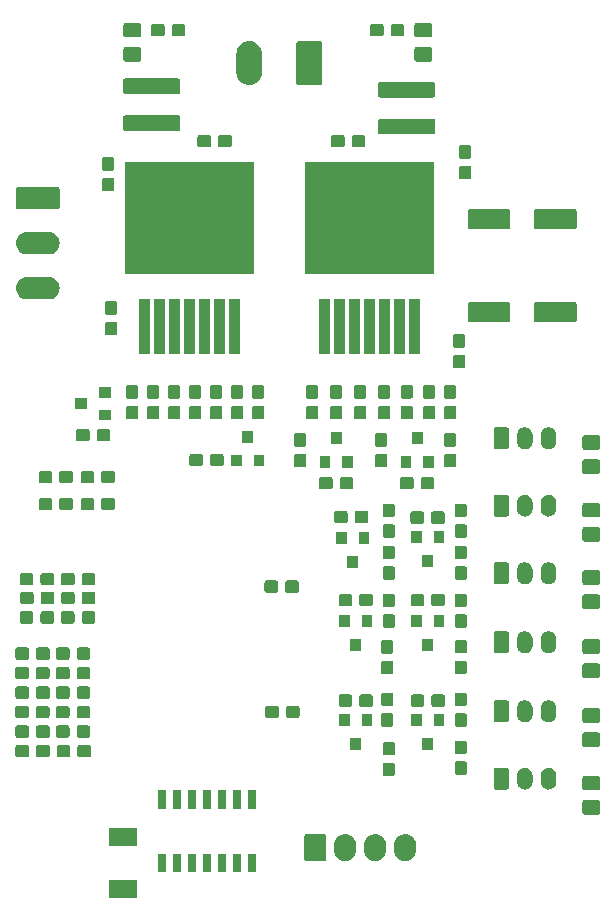
<source format=gts>
G04 #@! TF.GenerationSoftware,KiCad,Pcbnew,5.0.2+dfsg1-1~bpo9+1*
G04 #@! TF.CreationDate,2020-01-22T15:14:46+01:00*
G04 #@! TF.ProjectId,MOTOR_BOARD_I2C,4d4f544f-525f-4424-9f41-52445f493243,rev?*
G04 #@! TF.SameCoordinates,Original*
G04 #@! TF.FileFunction,Soldermask,Top*
G04 #@! TF.FilePolarity,Negative*
%FSLAX46Y46*%
G04 Gerber Fmt 4.6, Leading zero omitted, Abs format (unit mm)*
G04 Created by KiCad (PCBNEW 5.0.2+dfsg1-1~bpo9+1) date mer. 22 janv. 2020 15:14:46 CET*
%MOMM*%
%LPD*%
G01*
G04 APERTURE LIST*
%ADD10C,0.100000*%
G04 APERTURE END LIST*
D10*
G36*
X187383000Y-93502000D02*
X184981000Y-93502000D01*
X184981000Y-92000000D01*
X187383000Y-92000000D01*
X187383000Y-93502000D01*
X187383000Y-93502000D01*
G37*
G36*
X197455000Y-91385000D02*
X196753000Y-91385000D01*
X196753000Y-89783000D01*
X197455000Y-89783000D01*
X197455000Y-91385000D01*
X197455000Y-91385000D01*
G37*
G36*
X189835000Y-91385000D02*
X189133000Y-91385000D01*
X189133000Y-89783000D01*
X189835000Y-89783000D01*
X189835000Y-91385000D01*
X189835000Y-91385000D01*
G37*
G36*
X191105000Y-91385000D02*
X190403000Y-91385000D01*
X190403000Y-89783000D01*
X191105000Y-89783000D01*
X191105000Y-91385000D01*
X191105000Y-91385000D01*
G37*
G36*
X192375000Y-91385000D02*
X191673000Y-91385000D01*
X191673000Y-89783000D01*
X192375000Y-89783000D01*
X192375000Y-91385000D01*
X192375000Y-91385000D01*
G37*
G36*
X194915000Y-91385000D02*
X194213000Y-91385000D01*
X194213000Y-89783000D01*
X194915000Y-89783000D01*
X194915000Y-91385000D01*
X194915000Y-91385000D01*
G37*
G36*
X193645000Y-91385000D02*
X192943000Y-91385000D01*
X192943000Y-89783000D01*
X193645000Y-89783000D01*
X193645000Y-91385000D01*
X193645000Y-91385000D01*
G37*
G36*
X196185000Y-91385000D02*
X195483000Y-91385000D01*
X195483000Y-89783000D01*
X196185000Y-89783000D01*
X196185000Y-91385000D01*
X196185000Y-91385000D01*
G37*
G36*
X210238547Y-88143326D02*
X210354286Y-88178435D01*
X210412157Y-88195990D01*
X210433718Y-88207515D01*
X210572155Y-88281511D01*
X210712396Y-88396604D01*
X210827489Y-88536844D01*
X210867298Y-88611321D01*
X210913010Y-88696842D01*
X210930565Y-88754713D01*
X210965674Y-88870452D01*
X210979000Y-89005756D01*
X210979000Y-89556243D01*
X210965674Y-89691548D01*
X210913010Y-89865157D01*
X210827489Y-90025156D01*
X210712396Y-90165396D01*
X210572156Y-90280489D01*
X210553314Y-90290560D01*
X210412158Y-90366010D01*
X210365551Y-90380148D01*
X210238548Y-90418674D01*
X210058000Y-90436456D01*
X209877453Y-90418674D01*
X209750450Y-90380148D01*
X209703843Y-90366010D01*
X209562687Y-90290560D01*
X209543845Y-90280489D01*
X209403605Y-90165396D01*
X209288512Y-90025156D01*
X209248703Y-89950680D01*
X209202990Y-89865158D01*
X209178068Y-89783000D01*
X209150326Y-89691548D01*
X209137000Y-89556244D01*
X209137000Y-89005757D01*
X209150326Y-88870453D01*
X209202990Y-88696844D01*
X209202990Y-88696843D01*
X209234183Y-88638486D01*
X209288511Y-88536845D01*
X209403604Y-88396604D01*
X209543844Y-88281511D01*
X209680685Y-88208368D01*
X209703842Y-88195990D01*
X209761713Y-88178435D01*
X209877452Y-88143326D01*
X210058000Y-88125544D01*
X210238547Y-88143326D01*
X210238547Y-88143326D01*
G37*
G36*
X207698547Y-88143326D02*
X207814286Y-88178435D01*
X207872157Y-88195990D01*
X207893718Y-88207515D01*
X208032155Y-88281511D01*
X208172396Y-88396604D01*
X208287489Y-88536844D01*
X208327298Y-88611321D01*
X208373010Y-88696842D01*
X208390565Y-88754713D01*
X208425674Y-88870452D01*
X208439000Y-89005756D01*
X208439000Y-89556243D01*
X208425674Y-89691548D01*
X208373010Y-89865157D01*
X208287489Y-90025156D01*
X208172396Y-90165396D01*
X208032156Y-90280489D01*
X208013314Y-90290560D01*
X207872158Y-90366010D01*
X207825551Y-90380148D01*
X207698548Y-90418674D01*
X207518000Y-90436456D01*
X207337453Y-90418674D01*
X207210450Y-90380148D01*
X207163843Y-90366010D01*
X207022687Y-90290560D01*
X207003845Y-90280489D01*
X206863605Y-90165396D01*
X206748512Y-90025156D01*
X206708703Y-89950680D01*
X206662990Y-89865158D01*
X206638068Y-89783000D01*
X206610326Y-89691548D01*
X206597000Y-89556244D01*
X206597000Y-89005757D01*
X206610326Y-88870453D01*
X206662990Y-88696844D01*
X206662990Y-88696843D01*
X206694183Y-88638486D01*
X206748511Y-88536845D01*
X206863604Y-88396604D01*
X207003844Y-88281511D01*
X207140685Y-88208368D01*
X207163842Y-88195990D01*
X207221713Y-88178435D01*
X207337452Y-88143326D01*
X207518000Y-88125544D01*
X207698547Y-88143326D01*
X207698547Y-88143326D01*
G37*
G36*
X205158547Y-88143326D02*
X205274286Y-88178435D01*
X205332157Y-88195990D01*
X205353718Y-88207515D01*
X205492155Y-88281511D01*
X205632396Y-88396604D01*
X205747489Y-88536844D01*
X205787298Y-88611321D01*
X205833010Y-88696842D01*
X205850565Y-88754713D01*
X205885674Y-88870452D01*
X205899000Y-89005756D01*
X205899000Y-89556243D01*
X205885674Y-89691548D01*
X205833010Y-89865157D01*
X205747489Y-90025156D01*
X205632396Y-90165396D01*
X205492156Y-90280489D01*
X205473314Y-90290560D01*
X205332158Y-90366010D01*
X205285551Y-90380148D01*
X205158548Y-90418674D01*
X204978000Y-90436456D01*
X204797453Y-90418674D01*
X204670450Y-90380148D01*
X204623843Y-90366010D01*
X204482687Y-90290560D01*
X204463845Y-90280489D01*
X204323605Y-90165396D01*
X204208512Y-90025156D01*
X204168703Y-89950680D01*
X204122990Y-89865158D01*
X204098068Y-89783000D01*
X204070326Y-89691548D01*
X204057000Y-89556244D01*
X204057000Y-89005757D01*
X204070326Y-88870453D01*
X204122990Y-88696844D01*
X204122990Y-88696843D01*
X204154183Y-88638486D01*
X204208511Y-88536845D01*
X204323604Y-88396604D01*
X204463844Y-88281511D01*
X204600685Y-88208368D01*
X204623842Y-88195990D01*
X204681713Y-88178435D01*
X204797452Y-88143326D01*
X204978000Y-88125544D01*
X205158547Y-88143326D01*
X205158547Y-88143326D01*
G37*
G36*
X203217560Y-88133966D02*
X203250383Y-88143923D01*
X203280632Y-88160092D01*
X203307148Y-88181852D01*
X203328908Y-88208368D01*
X203345077Y-88238617D01*
X203355034Y-88271440D01*
X203359000Y-88311712D01*
X203359000Y-90250288D01*
X203355034Y-90290560D01*
X203345077Y-90323383D01*
X203328908Y-90353632D01*
X203307148Y-90380148D01*
X203280632Y-90401908D01*
X203250383Y-90418077D01*
X203217560Y-90428034D01*
X203177288Y-90432000D01*
X201698712Y-90432000D01*
X201658440Y-90428034D01*
X201625617Y-90418077D01*
X201595368Y-90401908D01*
X201568852Y-90380148D01*
X201547092Y-90353632D01*
X201530923Y-90323383D01*
X201520966Y-90290560D01*
X201517000Y-90250288D01*
X201517000Y-88311712D01*
X201520966Y-88271440D01*
X201530923Y-88238617D01*
X201547092Y-88208368D01*
X201568852Y-88181852D01*
X201595368Y-88160092D01*
X201625617Y-88143923D01*
X201658440Y-88133966D01*
X201698712Y-88130000D01*
X203177288Y-88130000D01*
X203217560Y-88133966D01*
X203217560Y-88133966D01*
G37*
G36*
X187383000Y-89102000D02*
X184981000Y-89102000D01*
X184981000Y-87600000D01*
X187383000Y-87600000D01*
X187383000Y-89102000D01*
X187383000Y-89102000D01*
G37*
G36*
X226394677Y-85239465D02*
X226432364Y-85250898D01*
X226467103Y-85269466D01*
X226497548Y-85294452D01*
X226522534Y-85324897D01*
X226541102Y-85359636D01*
X226552535Y-85397323D01*
X226557000Y-85442661D01*
X226557000Y-86279339D01*
X226552535Y-86324677D01*
X226541102Y-86362364D01*
X226522534Y-86397103D01*
X226497548Y-86427548D01*
X226467103Y-86452534D01*
X226432364Y-86471102D01*
X226394677Y-86482535D01*
X226349339Y-86487000D01*
X225262661Y-86487000D01*
X225217323Y-86482535D01*
X225179636Y-86471102D01*
X225144897Y-86452534D01*
X225114452Y-86427548D01*
X225089466Y-86397103D01*
X225070898Y-86362364D01*
X225059465Y-86324677D01*
X225055000Y-86279339D01*
X225055000Y-85442661D01*
X225059465Y-85397323D01*
X225070898Y-85359636D01*
X225089466Y-85324897D01*
X225114452Y-85294452D01*
X225144897Y-85269466D01*
X225179636Y-85250898D01*
X225217323Y-85239465D01*
X225262661Y-85235000D01*
X226349339Y-85235000D01*
X226394677Y-85239465D01*
X226394677Y-85239465D01*
G37*
G36*
X191105000Y-85985000D02*
X190403000Y-85985000D01*
X190403000Y-84383000D01*
X191105000Y-84383000D01*
X191105000Y-85985000D01*
X191105000Y-85985000D01*
G37*
G36*
X192375000Y-85985000D02*
X191673000Y-85985000D01*
X191673000Y-84383000D01*
X192375000Y-84383000D01*
X192375000Y-85985000D01*
X192375000Y-85985000D01*
G37*
G36*
X196185000Y-85985000D02*
X195483000Y-85985000D01*
X195483000Y-84383000D01*
X196185000Y-84383000D01*
X196185000Y-85985000D01*
X196185000Y-85985000D01*
G37*
G36*
X189835000Y-85985000D02*
X189133000Y-85985000D01*
X189133000Y-84383000D01*
X189835000Y-84383000D01*
X189835000Y-85985000D01*
X189835000Y-85985000D01*
G37*
G36*
X197455000Y-85985000D02*
X196753000Y-85985000D01*
X196753000Y-84383000D01*
X197455000Y-84383000D01*
X197455000Y-85985000D01*
X197455000Y-85985000D01*
G37*
G36*
X194915000Y-85985000D02*
X194213000Y-85985000D01*
X194213000Y-84383000D01*
X194915000Y-84383000D01*
X194915000Y-85985000D01*
X194915000Y-85985000D01*
G37*
G36*
X193645000Y-85985000D02*
X192943000Y-85985000D01*
X192943000Y-84383000D01*
X193645000Y-84383000D01*
X193645000Y-85985000D01*
X193645000Y-85985000D01*
G37*
G36*
X226394677Y-83189465D02*
X226432364Y-83200898D01*
X226467103Y-83219466D01*
X226497548Y-83244452D01*
X226522534Y-83274897D01*
X226541102Y-83309636D01*
X226552535Y-83347323D01*
X226557000Y-83392661D01*
X226557000Y-84229339D01*
X226552535Y-84274677D01*
X226541102Y-84312364D01*
X226522534Y-84347103D01*
X226497548Y-84377548D01*
X226467103Y-84402534D01*
X226432364Y-84421102D01*
X226394677Y-84432535D01*
X226349339Y-84437000D01*
X225262661Y-84437000D01*
X225217323Y-84432535D01*
X225179636Y-84421102D01*
X225144897Y-84402534D01*
X225114452Y-84377548D01*
X225089466Y-84347103D01*
X225070898Y-84312364D01*
X225059465Y-84274677D01*
X225055000Y-84229339D01*
X225055000Y-83392661D01*
X225059465Y-83347323D01*
X225070898Y-83309636D01*
X225089466Y-83274897D01*
X225114452Y-83244452D01*
X225144897Y-83219466D01*
X225179636Y-83200898D01*
X225217323Y-83189465D01*
X225262661Y-83185000D01*
X226349339Y-83185000D01*
X226394677Y-83189465D01*
X226394677Y-83189465D01*
G37*
G36*
X222313617Y-82522420D02*
X222395426Y-82547237D01*
X222436332Y-82559645D01*
X222458544Y-82571518D01*
X222549425Y-82620095D01*
X222549427Y-82620096D01*
X222549426Y-82620096D01*
X222622965Y-82680447D01*
X222648553Y-82701447D01*
X222729905Y-82800574D01*
X222729906Y-82800576D01*
X222790355Y-82913667D01*
X222801269Y-82949646D01*
X222827580Y-83036382D01*
X222837000Y-83132027D01*
X222837000Y-83745973D01*
X222827580Y-83841618D01*
X222802763Y-83923427D01*
X222790355Y-83964333D01*
X222736819Y-84064491D01*
X222729905Y-84077426D01*
X222648553Y-84176553D01*
X222549426Y-84257905D01*
X222549424Y-84257906D01*
X222436333Y-84318355D01*
X222395427Y-84330763D01*
X222313618Y-84355580D01*
X222186000Y-84368149D01*
X222058383Y-84355580D01*
X221976574Y-84330763D01*
X221935668Y-84318355D01*
X221822577Y-84257906D01*
X221822575Y-84257905D01*
X221723448Y-84176553D01*
X221642095Y-84077426D01*
X221601795Y-84002030D01*
X221581645Y-83964333D01*
X221569237Y-83923427D01*
X221544420Y-83841618D01*
X221535000Y-83745973D01*
X221535000Y-83132028D01*
X221544420Y-83036383D01*
X221581645Y-82913669D01*
X221581645Y-82913668D01*
X221616211Y-82849000D01*
X221642095Y-82800575D01*
X221723447Y-82701447D01*
X221822574Y-82620095D01*
X221857400Y-82601480D01*
X221935667Y-82559645D01*
X221976573Y-82547237D01*
X222058382Y-82522420D01*
X222186000Y-82509851D01*
X222313617Y-82522420D01*
X222313617Y-82522420D01*
G37*
G36*
X220313617Y-82522420D02*
X220395426Y-82547237D01*
X220436332Y-82559645D01*
X220458544Y-82571518D01*
X220549425Y-82620095D01*
X220549427Y-82620096D01*
X220549426Y-82620096D01*
X220622965Y-82680447D01*
X220648553Y-82701447D01*
X220729905Y-82800574D01*
X220729906Y-82800576D01*
X220790355Y-82913667D01*
X220801269Y-82949646D01*
X220827580Y-83036382D01*
X220837000Y-83132027D01*
X220837000Y-83745973D01*
X220827580Y-83841618D01*
X220802763Y-83923427D01*
X220790355Y-83964333D01*
X220736819Y-84064491D01*
X220729905Y-84077426D01*
X220648553Y-84176553D01*
X220549426Y-84257905D01*
X220549424Y-84257906D01*
X220436333Y-84318355D01*
X220395427Y-84330763D01*
X220313618Y-84355580D01*
X220186000Y-84368149D01*
X220058383Y-84355580D01*
X219976574Y-84330763D01*
X219935668Y-84318355D01*
X219822577Y-84257906D01*
X219822575Y-84257905D01*
X219723448Y-84176553D01*
X219642095Y-84077426D01*
X219601795Y-84002030D01*
X219581645Y-83964333D01*
X219569237Y-83923427D01*
X219544420Y-83841618D01*
X219535000Y-83745973D01*
X219535000Y-83132028D01*
X219544420Y-83036383D01*
X219581645Y-82913669D01*
X219581645Y-82913668D01*
X219616211Y-82849000D01*
X219642095Y-82800575D01*
X219723447Y-82701447D01*
X219822574Y-82620095D01*
X219857400Y-82601480D01*
X219935667Y-82559645D01*
X219976573Y-82547237D01*
X220058382Y-82522420D01*
X220186000Y-82509851D01*
X220313617Y-82522420D01*
X220313617Y-82522420D01*
G37*
G36*
X218677242Y-82517404D02*
X218714339Y-82528657D01*
X218748520Y-82546927D01*
X218778482Y-82571518D01*
X218803073Y-82601480D01*
X218821343Y-82635661D01*
X218832596Y-82672758D01*
X218837000Y-82717473D01*
X218837000Y-84160527D01*
X218832596Y-84205242D01*
X218821343Y-84242339D01*
X218803073Y-84276520D01*
X218778482Y-84306482D01*
X218748520Y-84331073D01*
X218714339Y-84349343D01*
X218677242Y-84360596D01*
X218632527Y-84365000D01*
X217739473Y-84365000D01*
X217694758Y-84360596D01*
X217657661Y-84349343D01*
X217623480Y-84331073D01*
X217593518Y-84306482D01*
X217568927Y-84276520D01*
X217550657Y-84242339D01*
X217539404Y-84205242D01*
X217535000Y-84160527D01*
X217535000Y-82717473D01*
X217539404Y-82672758D01*
X217550657Y-82635661D01*
X217568927Y-82601480D01*
X217593518Y-82571518D01*
X217623480Y-82546927D01*
X217657661Y-82528657D01*
X217694758Y-82517404D01*
X217739473Y-82513000D01*
X218632527Y-82513000D01*
X218677242Y-82517404D01*
X218677242Y-82517404D01*
G37*
G36*
X209025499Y-82077445D02*
X209062993Y-82088819D01*
X209097557Y-82107294D01*
X209127847Y-82132153D01*
X209152706Y-82162443D01*
X209171181Y-82197007D01*
X209182555Y-82234501D01*
X209187000Y-82279638D01*
X209187000Y-83018362D01*
X209182555Y-83063499D01*
X209171181Y-83100993D01*
X209152706Y-83135557D01*
X209127847Y-83165847D01*
X209097557Y-83190706D01*
X209062993Y-83209181D01*
X209025499Y-83220555D01*
X208980362Y-83225000D01*
X208341638Y-83225000D01*
X208296501Y-83220555D01*
X208259007Y-83209181D01*
X208224443Y-83190706D01*
X208194153Y-83165847D01*
X208169294Y-83135557D01*
X208150819Y-83100993D01*
X208139445Y-83063499D01*
X208135000Y-83018362D01*
X208135000Y-82279638D01*
X208139445Y-82234501D01*
X208150819Y-82197007D01*
X208169294Y-82162443D01*
X208194153Y-82132153D01*
X208224443Y-82107294D01*
X208259007Y-82088819D01*
X208296501Y-82077445D01*
X208341638Y-82073000D01*
X208980362Y-82073000D01*
X209025499Y-82077445D01*
X209025499Y-82077445D01*
G37*
G36*
X215121499Y-81964445D02*
X215158993Y-81975819D01*
X215193557Y-81994294D01*
X215223847Y-82019153D01*
X215248706Y-82049443D01*
X215267181Y-82084007D01*
X215278555Y-82121501D01*
X215283000Y-82166638D01*
X215283000Y-82905362D01*
X215278555Y-82950499D01*
X215267181Y-82987993D01*
X215248706Y-83022557D01*
X215223847Y-83052847D01*
X215193557Y-83077706D01*
X215158993Y-83096181D01*
X215121499Y-83107555D01*
X215076362Y-83112000D01*
X214437638Y-83112000D01*
X214392501Y-83107555D01*
X214355007Y-83096181D01*
X214320443Y-83077706D01*
X214290153Y-83052847D01*
X214265294Y-83022557D01*
X214246819Y-82987993D01*
X214235445Y-82950499D01*
X214231000Y-82905362D01*
X214231000Y-82166638D01*
X214235445Y-82121501D01*
X214246819Y-82084007D01*
X214265294Y-82049443D01*
X214290153Y-82019153D01*
X214320443Y-81994294D01*
X214355007Y-81975819D01*
X214392501Y-81964445D01*
X214437638Y-81960000D01*
X215076362Y-81960000D01*
X215121499Y-81964445D01*
X215121499Y-81964445D01*
G37*
G36*
X183287610Y-80580951D02*
X183325104Y-80592325D01*
X183359668Y-80610800D01*
X183389958Y-80635659D01*
X183414817Y-80665949D01*
X183433292Y-80700513D01*
X183444666Y-80738007D01*
X183449111Y-80783144D01*
X183449111Y-81421868D01*
X183444666Y-81467005D01*
X183433292Y-81504499D01*
X183414817Y-81539063D01*
X183389958Y-81569353D01*
X183359668Y-81594212D01*
X183325104Y-81612687D01*
X183287610Y-81624061D01*
X183242473Y-81628506D01*
X182503749Y-81628506D01*
X182458612Y-81624061D01*
X182421118Y-81612687D01*
X182386554Y-81594212D01*
X182356264Y-81569353D01*
X182331405Y-81539063D01*
X182312930Y-81504499D01*
X182301556Y-81467005D01*
X182297111Y-81421868D01*
X182297111Y-80783144D01*
X182301556Y-80738007D01*
X182312930Y-80700513D01*
X182331405Y-80665949D01*
X182356264Y-80635659D01*
X182386554Y-80610800D01*
X182421118Y-80592325D01*
X182458612Y-80580951D01*
X182503749Y-80576506D01*
X183242473Y-80576506D01*
X183287610Y-80580951D01*
X183287610Y-80580951D01*
G37*
G36*
X181537610Y-80580951D02*
X181575104Y-80592325D01*
X181609668Y-80610800D01*
X181639958Y-80635659D01*
X181664817Y-80665949D01*
X181683292Y-80700513D01*
X181694666Y-80738007D01*
X181699111Y-80783144D01*
X181699111Y-81421868D01*
X181694666Y-81467005D01*
X181683292Y-81504499D01*
X181664817Y-81539063D01*
X181639958Y-81569353D01*
X181609668Y-81594212D01*
X181575104Y-81612687D01*
X181537610Y-81624061D01*
X181492473Y-81628506D01*
X180753749Y-81628506D01*
X180708612Y-81624061D01*
X180671118Y-81612687D01*
X180636554Y-81594212D01*
X180606264Y-81569353D01*
X180581405Y-81539063D01*
X180562930Y-81504499D01*
X180551556Y-81467005D01*
X180547111Y-81421868D01*
X180547111Y-80783144D01*
X180551556Y-80738007D01*
X180562930Y-80700513D01*
X180581405Y-80665949D01*
X180606264Y-80635659D01*
X180636554Y-80610800D01*
X180671118Y-80592325D01*
X180708612Y-80580951D01*
X180753749Y-80576506D01*
X181492473Y-80576506D01*
X181537610Y-80580951D01*
X181537610Y-80580951D01*
G37*
G36*
X178045110Y-80580951D02*
X178082604Y-80592325D01*
X178117168Y-80610800D01*
X178147458Y-80635659D01*
X178172317Y-80665949D01*
X178190792Y-80700513D01*
X178202166Y-80738007D01*
X178206611Y-80783144D01*
X178206611Y-81421868D01*
X178202166Y-81467005D01*
X178190792Y-81504499D01*
X178172317Y-81539063D01*
X178147458Y-81569353D01*
X178117168Y-81594212D01*
X178082604Y-81612687D01*
X178045110Y-81624061D01*
X177999973Y-81628506D01*
X177261249Y-81628506D01*
X177216112Y-81624061D01*
X177178618Y-81612687D01*
X177144054Y-81594212D01*
X177113764Y-81569353D01*
X177088905Y-81539063D01*
X177070430Y-81504499D01*
X177059056Y-81467005D01*
X177054611Y-81421868D01*
X177054611Y-80783144D01*
X177059056Y-80738007D01*
X177070430Y-80700513D01*
X177088905Y-80665949D01*
X177113764Y-80635659D01*
X177144054Y-80610800D01*
X177178618Y-80592325D01*
X177216112Y-80580951D01*
X177261249Y-80576506D01*
X177999973Y-80576506D01*
X178045110Y-80580951D01*
X178045110Y-80580951D01*
G37*
G36*
X179795110Y-80580951D02*
X179832604Y-80592325D01*
X179867168Y-80610800D01*
X179897458Y-80635659D01*
X179922317Y-80665949D01*
X179940792Y-80700513D01*
X179952166Y-80738007D01*
X179956611Y-80783144D01*
X179956611Y-81421868D01*
X179952166Y-81467005D01*
X179940792Y-81504499D01*
X179922317Y-81539063D01*
X179897458Y-81569353D01*
X179867168Y-81594212D01*
X179832604Y-81612687D01*
X179795110Y-81624061D01*
X179749973Y-81628506D01*
X179011249Y-81628506D01*
X178966112Y-81624061D01*
X178928618Y-81612687D01*
X178894054Y-81594212D01*
X178863764Y-81569353D01*
X178838905Y-81539063D01*
X178820430Y-81504499D01*
X178809056Y-81467005D01*
X178804611Y-81421868D01*
X178804611Y-80783144D01*
X178809056Y-80738007D01*
X178820430Y-80700513D01*
X178838905Y-80665949D01*
X178863764Y-80635659D01*
X178894054Y-80610800D01*
X178928618Y-80592325D01*
X178966112Y-80580951D01*
X179011249Y-80576506D01*
X179749973Y-80576506D01*
X179795110Y-80580951D01*
X179795110Y-80580951D01*
G37*
G36*
X209025499Y-80327445D02*
X209062993Y-80338819D01*
X209097557Y-80357294D01*
X209127847Y-80382153D01*
X209152706Y-80412443D01*
X209171181Y-80447007D01*
X209182555Y-80484501D01*
X209187000Y-80529638D01*
X209187000Y-81268362D01*
X209182555Y-81313499D01*
X209171181Y-81350993D01*
X209152706Y-81385557D01*
X209127847Y-81415847D01*
X209097557Y-81440706D01*
X209062993Y-81459181D01*
X209025499Y-81470555D01*
X208980362Y-81475000D01*
X208341638Y-81475000D01*
X208296501Y-81470555D01*
X208259007Y-81459181D01*
X208224443Y-81440706D01*
X208194153Y-81415847D01*
X208169294Y-81385557D01*
X208150819Y-81350993D01*
X208139445Y-81313499D01*
X208135000Y-81268362D01*
X208135000Y-80529638D01*
X208139445Y-80484501D01*
X208150819Y-80447007D01*
X208169294Y-80412443D01*
X208194153Y-80382153D01*
X208224443Y-80357294D01*
X208259007Y-80338819D01*
X208296501Y-80327445D01*
X208341638Y-80323000D01*
X208980362Y-80323000D01*
X209025499Y-80327445D01*
X209025499Y-80327445D01*
G37*
G36*
X215121499Y-80214445D02*
X215158993Y-80225819D01*
X215193557Y-80244294D01*
X215223847Y-80269153D01*
X215248706Y-80299443D01*
X215267181Y-80334007D01*
X215278555Y-80371501D01*
X215283000Y-80416638D01*
X215283000Y-81155362D01*
X215278555Y-81200499D01*
X215267181Y-81237993D01*
X215248706Y-81272557D01*
X215223847Y-81302847D01*
X215193557Y-81327706D01*
X215158993Y-81346181D01*
X215121499Y-81357555D01*
X215076362Y-81362000D01*
X214437638Y-81362000D01*
X214392501Y-81357555D01*
X214355007Y-81346181D01*
X214320443Y-81327706D01*
X214290153Y-81302847D01*
X214265294Y-81272557D01*
X214246819Y-81237993D01*
X214235445Y-81200499D01*
X214231000Y-81155362D01*
X214231000Y-80416638D01*
X214235445Y-80371501D01*
X214246819Y-80334007D01*
X214265294Y-80299443D01*
X214290153Y-80269153D01*
X214320443Y-80244294D01*
X214355007Y-80225819D01*
X214392501Y-80214445D01*
X214437638Y-80210000D01*
X215076362Y-80210000D01*
X215121499Y-80214445D01*
X215121499Y-80214445D01*
G37*
G36*
X212414000Y-81003000D02*
X211512000Y-81003000D01*
X211512000Y-80001000D01*
X212414000Y-80001000D01*
X212414000Y-81003000D01*
X212414000Y-81003000D01*
G37*
G36*
X206318000Y-81003000D02*
X205416000Y-81003000D01*
X205416000Y-80001000D01*
X206318000Y-80001000D01*
X206318000Y-81003000D01*
X206318000Y-81003000D01*
G37*
G36*
X226394677Y-79524465D02*
X226432364Y-79535898D01*
X226467103Y-79554466D01*
X226497548Y-79579452D01*
X226522534Y-79609897D01*
X226541102Y-79644636D01*
X226552535Y-79682323D01*
X226557000Y-79727661D01*
X226557000Y-80564339D01*
X226552535Y-80609677D01*
X226541102Y-80647364D01*
X226522534Y-80682103D01*
X226497548Y-80712548D01*
X226467103Y-80737534D01*
X226432364Y-80756102D01*
X226394677Y-80767535D01*
X226349339Y-80772000D01*
X225262661Y-80772000D01*
X225217323Y-80767535D01*
X225179636Y-80756102D01*
X225144897Y-80737534D01*
X225114452Y-80712548D01*
X225089466Y-80682103D01*
X225070898Y-80647364D01*
X225059465Y-80609677D01*
X225055000Y-80564339D01*
X225055000Y-79727661D01*
X225059465Y-79682323D01*
X225070898Y-79644636D01*
X225089466Y-79609897D01*
X225114452Y-79579452D01*
X225144897Y-79554466D01*
X225179636Y-79535898D01*
X225217323Y-79524465D01*
X225262661Y-79520000D01*
X226349339Y-79520000D01*
X226394677Y-79524465D01*
X226394677Y-79524465D01*
G37*
G36*
X183224110Y-78929951D02*
X183261604Y-78941325D01*
X183296168Y-78959800D01*
X183326458Y-78984659D01*
X183351317Y-79014949D01*
X183369792Y-79049513D01*
X183381166Y-79087007D01*
X183385611Y-79132144D01*
X183385611Y-79770868D01*
X183381166Y-79816005D01*
X183369792Y-79853499D01*
X183351317Y-79888063D01*
X183326458Y-79918353D01*
X183296168Y-79943212D01*
X183261604Y-79961687D01*
X183224110Y-79973061D01*
X183178973Y-79977506D01*
X182440249Y-79977506D01*
X182395112Y-79973061D01*
X182357618Y-79961687D01*
X182323054Y-79943212D01*
X182292764Y-79918353D01*
X182267905Y-79888063D01*
X182249430Y-79853499D01*
X182238056Y-79816005D01*
X182233611Y-79770868D01*
X182233611Y-79132144D01*
X182238056Y-79087007D01*
X182249430Y-79049513D01*
X182267905Y-79014949D01*
X182292764Y-78984659D01*
X182323054Y-78959800D01*
X182357618Y-78941325D01*
X182395112Y-78929951D01*
X182440249Y-78925506D01*
X183178973Y-78925506D01*
X183224110Y-78929951D01*
X183224110Y-78929951D01*
G37*
G36*
X181474110Y-78929951D02*
X181511604Y-78941325D01*
X181546168Y-78959800D01*
X181576458Y-78984659D01*
X181601317Y-79014949D01*
X181619792Y-79049513D01*
X181631166Y-79087007D01*
X181635611Y-79132144D01*
X181635611Y-79770868D01*
X181631166Y-79816005D01*
X181619792Y-79853499D01*
X181601317Y-79888063D01*
X181576458Y-79918353D01*
X181546168Y-79943212D01*
X181511604Y-79961687D01*
X181474110Y-79973061D01*
X181428973Y-79977506D01*
X180690249Y-79977506D01*
X180645112Y-79973061D01*
X180607618Y-79961687D01*
X180573054Y-79943212D01*
X180542764Y-79918353D01*
X180517905Y-79888063D01*
X180499430Y-79853499D01*
X180488056Y-79816005D01*
X180483611Y-79770868D01*
X180483611Y-79132144D01*
X180488056Y-79087007D01*
X180499430Y-79049513D01*
X180517905Y-79014949D01*
X180542764Y-78984659D01*
X180573054Y-78959800D01*
X180607618Y-78941325D01*
X180645112Y-78929951D01*
X180690249Y-78925506D01*
X181428973Y-78925506D01*
X181474110Y-78929951D01*
X181474110Y-78929951D01*
G37*
G36*
X178045110Y-78929951D02*
X178082604Y-78941325D01*
X178117168Y-78959800D01*
X178147458Y-78984659D01*
X178172317Y-79014949D01*
X178190792Y-79049513D01*
X178202166Y-79087007D01*
X178206611Y-79132144D01*
X178206611Y-79770868D01*
X178202166Y-79816005D01*
X178190792Y-79853499D01*
X178172317Y-79888063D01*
X178147458Y-79918353D01*
X178117168Y-79943212D01*
X178082604Y-79961687D01*
X178045110Y-79973061D01*
X177999973Y-79977506D01*
X177261249Y-79977506D01*
X177216112Y-79973061D01*
X177178618Y-79961687D01*
X177144054Y-79943212D01*
X177113764Y-79918353D01*
X177088905Y-79888063D01*
X177070430Y-79853499D01*
X177059056Y-79816005D01*
X177054611Y-79770868D01*
X177054611Y-79132144D01*
X177059056Y-79087007D01*
X177070430Y-79049513D01*
X177088905Y-79014949D01*
X177113764Y-78984659D01*
X177144054Y-78959800D01*
X177178618Y-78941325D01*
X177216112Y-78929951D01*
X177261249Y-78925506D01*
X177999973Y-78925506D01*
X178045110Y-78929951D01*
X178045110Y-78929951D01*
G37*
G36*
X179795110Y-78929951D02*
X179832604Y-78941325D01*
X179867168Y-78959800D01*
X179897458Y-78984659D01*
X179922317Y-79014949D01*
X179940792Y-79049513D01*
X179952166Y-79087007D01*
X179956611Y-79132144D01*
X179956611Y-79770868D01*
X179952166Y-79816005D01*
X179940792Y-79853499D01*
X179922317Y-79888063D01*
X179897458Y-79918353D01*
X179867168Y-79943212D01*
X179832604Y-79961687D01*
X179795110Y-79973061D01*
X179749973Y-79977506D01*
X179011249Y-79977506D01*
X178966112Y-79973061D01*
X178928618Y-79961687D01*
X178894054Y-79943212D01*
X178863764Y-79918353D01*
X178838905Y-79888063D01*
X178820430Y-79853499D01*
X178809056Y-79816005D01*
X178804611Y-79770868D01*
X178804611Y-79132144D01*
X178809056Y-79087007D01*
X178820430Y-79049513D01*
X178838905Y-79014949D01*
X178863764Y-78984659D01*
X178894054Y-78959800D01*
X178928618Y-78941325D01*
X178966112Y-78929951D01*
X179011249Y-78925506D01*
X179749973Y-78925506D01*
X179795110Y-78929951D01*
X179795110Y-78929951D01*
G37*
G36*
X208898499Y-77900445D02*
X208935993Y-77911819D01*
X208970557Y-77930294D01*
X209000847Y-77955153D01*
X209025706Y-77985443D01*
X209044181Y-78020007D01*
X209055555Y-78057501D01*
X209060000Y-78102638D01*
X209060000Y-78841362D01*
X209055555Y-78886499D01*
X209044181Y-78923993D01*
X209025706Y-78958557D01*
X209000847Y-78988847D01*
X208970557Y-79013706D01*
X208935993Y-79032181D01*
X208898499Y-79043555D01*
X208853362Y-79048000D01*
X208214638Y-79048000D01*
X208169501Y-79043555D01*
X208132007Y-79032181D01*
X208097443Y-79013706D01*
X208067153Y-78988847D01*
X208042294Y-78958557D01*
X208023819Y-78923993D01*
X208012445Y-78886499D01*
X208008000Y-78841362D01*
X208008000Y-78102638D01*
X208012445Y-78057501D01*
X208023819Y-78020007D01*
X208042294Y-77985443D01*
X208067153Y-77955153D01*
X208097443Y-77930294D01*
X208132007Y-77911819D01*
X208169501Y-77900445D01*
X208214638Y-77896000D01*
X208853362Y-77896000D01*
X208898499Y-77900445D01*
X208898499Y-77900445D01*
G37*
G36*
X215121499Y-77900445D02*
X215158993Y-77911819D01*
X215193557Y-77930294D01*
X215223847Y-77955153D01*
X215248706Y-77985443D01*
X215267181Y-78020007D01*
X215278555Y-78057501D01*
X215283000Y-78102638D01*
X215283000Y-78841362D01*
X215278555Y-78886499D01*
X215267181Y-78923993D01*
X215248706Y-78958557D01*
X215223847Y-78988847D01*
X215193557Y-79013706D01*
X215158993Y-79032181D01*
X215121499Y-79043555D01*
X215076362Y-79048000D01*
X214437638Y-79048000D01*
X214392501Y-79043555D01*
X214355007Y-79032181D01*
X214320443Y-79013706D01*
X214290153Y-78988847D01*
X214265294Y-78958557D01*
X214246819Y-78923993D01*
X214235445Y-78886499D01*
X214231000Y-78841362D01*
X214231000Y-78102638D01*
X214235445Y-78057501D01*
X214246819Y-78020007D01*
X214265294Y-77985443D01*
X214290153Y-77955153D01*
X214320443Y-77930294D01*
X214355007Y-77911819D01*
X214392501Y-77900445D01*
X214437638Y-77896000D01*
X215076362Y-77896000D01*
X215121499Y-77900445D01*
X215121499Y-77900445D01*
G37*
G36*
X205368000Y-79003000D02*
X204466000Y-79003000D01*
X204466000Y-78001000D01*
X205368000Y-78001000D01*
X205368000Y-79003000D01*
X205368000Y-79003000D01*
G37*
G36*
X207268000Y-79003000D02*
X206366000Y-79003000D01*
X206366000Y-78001000D01*
X207268000Y-78001000D01*
X207268000Y-79003000D01*
X207268000Y-79003000D01*
G37*
G36*
X213364000Y-79003000D02*
X212462000Y-79003000D01*
X212462000Y-78001000D01*
X213364000Y-78001000D01*
X213364000Y-79003000D01*
X213364000Y-79003000D01*
G37*
G36*
X211464000Y-79003000D02*
X210562000Y-79003000D01*
X210562000Y-78001000D01*
X211464000Y-78001000D01*
X211464000Y-79003000D01*
X211464000Y-79003000D01*
G37*
G36*
X226394677Y-77474465D02*
X226432364Y-77485898D01*
X226467103Y-77504466D01*
X226497548Y-77529452D01*
X226522534Y-77559897D01*
X226541102Y-77594636D01*
X226552535Y-77632323D01*
X226557000Y-77677661D01*
X226557000Y-78514339D01*
X226552535Y-78559677D01*
X226541102Y-78597364D01*
X226522534Y-78632103D01*
X226497548Y-78662548D01*
X226467103Y-78687534D01*
X226432364Y-78706102D01*
X226394677Y-78717535D01*
X226349339Y-78722000D01*
X225262661Y-78722000D01*
X225217323Y-78717535D01*
X225179636Y-78706102D01*
X225144897Y-78687534D01*
X225114452Y-78662548D01*
X225089466Y-78632103D01*
X225070898Y-78597364D01*
X225059465Y-78559677D01*
X225055000Y-78514339D01*
X225055000Y-77677661D01*
X225059465Y-77632323D01*
X225070898Y-77594636D01*
X225089466Y-77559897D01*
X225114452Y-77529452D01*
X225144897Y-77504466D01*
X225179636Y-77485898D01*
X225217323Y-77474465D01*
X225262661Y-77470000D01*
X226349339Y-77470000D01*
X226394677Y-77474465D01*
X226394677Y-77474465D01*
G37*
G36*
X220313617Y-76807420D02*
X220395426Y-76832237D01*
X220436332Y-76844645D01*
X220458544Y-76856518D01*
X220549425Y-76905095D01*
X220549427Y-76905096D01*
X220549426Y-76905096D01*
X220622965Y-76965447D01*
X220648553Y-76986447D01*
X220729905Y-77085574D01*
X220729906Y-77085576D01*
X220790355Y-77198667D01*
X220790607Y-77199499D01*
X220827580Y-77321382D01*
X220837000Y-77417027D01*
X220837000Y-78030973D01*
X220827580Y-78126618D01*
X220804562Y-78202499D01*
X220790355Y-78249333D01*
X220751806Y-78321453D01*
X220729905Y-78362426D01*
X220648553Y-78461553D01*
X220549426Y-78542905D01*
X220549424Y-78542906D01*
X220436333Y-78603355D01*
X220395427Y-78615763D01*
X220313618Y-78640580D01*
X220186000Y-78653149D01*
X220058383Y-78640580D01*
X219976574Y-78615763D01*
X219935668Y-78603355D01*
X219822577Y-78542906D01*
X219822575Y-78542905D01*
X219723448Y-78461553D01*
X219642095Y-78362426D01*
X219591277Y-78267353D01*
X219581645Y-78249333D01*
X219567438Y-78202499D01*
X219544420Y-78126618D01*
X219535000Y-78030973D01*
X219535000Y-77417028D01*
X219536824Y-77398513D01*
X219544420Y-77321385D01*
X219544420Y-77321383D01*
X219569457Y-77238847D01*
X219581645Y-77198668D01*
X219614876Y-77136499D01*
X219642095Y-77085575D01*
X219723447Y-76986447D01*
X219822574Y-76905095D01*
X219857400Y-76886480D01*
X219935667Y-76844645D01*
X219976573Y-76832237D01*
X220058382Y-76807420D01*
X220186000Y-76794851D01*
X220313617Y-76807420D01*
X220313617Y-76807420D01*
G37*
G36*
X222313617Y-76807420D02*
X222395426Y-76832237D01*
X222436332Y-76844645D01*
X222458544Y-76856518D01*
X222549425Y-76905095D01*
X222549427Y-76905096D01*
X222549426Y-76905096D01*
X222622965Y-76965447D01*
X222648553Y-76986447D01*
X222729905Y-77085574D01*
X222729906Y-77085576D01*
X222790355Y-77198667D01*
X222790607Y-77199499D01*
X222827580Y-77321382D01*
X222837000Y-77417027D01*
X222837000Y-78030973D01*
X222827580Y-78126618D01*
X222804562Y-78202499D01*
X222790355Y-78249333D01*
X222751806Y-78321453D01*
X222729905Y-78362426D01*
X222648553Y-78461553D01*
X222549426Y-78542905D01*
X222549424Y-78542906D01*
X222436333Y-78603355D01*
X222395427Y-78615763D01*
X222313618Y-78640580D01*
X222186000Y-78653149D01*
X222058383Y-78640580D01*
X221976574Y-78615763D01*
X221935668Y-78603355D01*
X221822577Y-78542906D01*
X221822575Y-78542905D01*
X221723448Y-78461553D01*
X221642095Y-78362426D01*
X221591277Y-78267353D01*
X221581645Y-78249333D01*
X221567438Y-78202499D01*
X221544420Y-78126618D01*
X221535000Y-78030973D01*
X221535000Y-77417028D01*
X221536824Y-77398513D01*
X221544420Y-77321385D01*
X221544420Y-77321383D01*
X221569457Y-77238847D01*
X221581645Y-77198668D01*
X221614876Y-77136499D01*
X221642095Y-77085575D01*
X221723447Y-76986447D01*
X221822574Y-76905095D01*
X221857400Y-76886480D01*
X221935667Y-76844645D01*
X221976573Y-76832237D01*
X222058382Y-76807420D01*
X222186000Y-76794851D01*
X222313617Y-76807420D01*
X222313617Y-76807420D01*
G37*
G36*
X218677242Y-76802404D02*
X218714339Y-76813657D01*
X218748520Y-76831927D01*
X218778482Y-76856518D01*
X218803073Y-76886480D01*
X218821343Y-76920661D01*
X218832596Y-76957758D01*
X218837000Y-77002473D01*
X218837000Y-78445527D01*
X218832596Y-78490242D01*
X218821343Y-78527339D01*
X218803073Y-78561520D01*
X218778482Y-78591482D01*
X218748520Y-78616073D01*
X218714339Y-78634343D01*
X218677242Y-78645596D01*
X218632527Y-78650000D01*
X217739473Y-78650000D01*
X217694758Y-78645596D01*
X217657661Y-78634343D01*
X217623480Y-78616073D01*
X217593518Y-78591482D01*
X217568927Y-78561520D01*
X217550657Y-78527339D01*
X217539404Y-78490242D01*
X217535000Y-78445527D01*
X217535000Y-77002473D01*
X217539404Y-76957758D01*
X217550657Y-76920661D01*
X217568927Y-76886480D01*
X217593518Y-76856518D01*
X217623480Y-76831927D01*
X217657661Y-76813657D01*
X217694758Y-76802404D01*
X217739473Y-76798000D01*
X218632527Y-76798000D01*
X218677242Y-76802404D01*
X218677242Y-76802404D01*
G37*
G36*
X181474110Y-77278951D02*
X181511604Y-77290325D01*
X181546168Y-77308800D01*
X181576458Y-77333659D01*
X181601317Y-77363949D01*
X181619792Y-77398513D01*
X181631166Y-77436007D01*
X181635611Y-77481144D01*
X181635611Y-78119868D01*
X181631166Y-78165005D01*
X181619792Y-78202499D01*
X181601317Y-78237063D01*
X181576458Y-78267353D01*
X181546168Y-78292212D01*
X181511604Y-78310687D01*
X181474110Y-78322061D01*
X181428973Y-78326506D01*
X180690249Y-78326506D01*
X180645112Y-78322061D01*
X180607618Y-78310687D01*
X180573054Y-78292212D01*
X180542764Y-78267353D01*
X180517905Y-78237063D01*
X180499430Y-78202499D01*
X180488056Y-78165005D01*
X180483611Y-78119868D01*
X180483611Y-77481144D01*
X180488056Y-77436007D01*
X180499430Y-77398513D01*
X180517905Y-77363949D01*
X180542764Y-77333659D01*
X180573054Y-77308800D01*
X180607618Y-77290325D01*
X180645112Y-77278951D01*
X180690249Y-77274506D01*
X181428973Y-77274506D01*
X181474110Y-77278951D01*
X181474110Y-77278951D01*
G37*
G36*
X179781110Y-77278951D02*
X179818604Y-77290325D01*
X179853168Y-77308800D01*
X179883458Y-77333659D01*
X179908317Y-77363949D01*
X179926792Y-77398513D01*
X179938166Y-77436007D01*
X179942611Y-77481144D01*
X179942611Y-78119868D01*
X179938166Y-78165005D01*
X179926792Y-78202499D01*
X179908317Y-78237063D01*
X179883458Y-78267353D01*
X179853168Y-78292212D01*
X179818604Y-78310687D01*
X179781110Y-78322061D01*
X179735973Y-78326506D01*
X178997249Y-78326506D01*
X178952112Y-78322061D01*
X178914618Y-78310687D01*
X178880054Y-78292212D01*
X178849764Y-78267353D01*
X178824905Y-78237063D01*
X178806430Y-78202499D01*
X178795056Y-78165005D01*
X178790611Y-78119868D01*
X178790611Y-77481144D01*
X178795056Y-77436007D01*
X178806430Y-77398513D01*
X178824905Y-77363949D01*
X178849764Y-77333659D01*
X178880054Y-77308800D01*
X178914618Y-77290325D01*
X178952112Y-77278951D01*
X178997249Y-77274506D01*
X179735973Y-77274506D01*
X179781110Y-77278951D01*
X179781110Y-77278951D01*
G37*
G36*
X178031110Y-77278951D02*
X178068604Y-77290325D01*
X178103168Y-77308800D01*
X178133458Y-77333659D01*
X178158317Y-77363949D01*
X178176792Y-77398513D01*
X178188166Y-77436007D01*
X178192611Y-77481144D01*
X178192611Y-78119868D01*
X178188166Y-78165005D01*
X178176792Y-78202499D01*
X178158317Y-78237063D01*
X178133458Y-78267353D01*
X178103168Y-78292212D01*
X178068604Y-78310687D01*
X178031110Y-78322061D01*
X177985973Y-78326506D01*
X177247249Y-78326506D01*
X177202112Y-78322061D01*
X177164618Y-78310687D01*
X177130054Y-78292212D01*
X177099764Y-78267353D01*
X177074905Y-78237063D01*
X177056430Y-78202499D01*
X177045056Y-78165005D01*
X177040611Y-78119868D01*
X177040611Y-77481144D01*
X177045056Y-77436007D01*
X177056430Y-77398513D01*
X177074905Y-77363949D01*
X177099764Y-77333659D01*
X177130054Y-77308800D01*
X177164618Y-77290325D01*
X177202112Y-77278951D01*
X177247249Y-77274506D01*
X177985973Y-77274506D01*
X178031110Y-77278951D01*
X178031110Y-77278951D01*
G37*
G36*
X183224110Y-77278951D02*
X183261604Y-77290325D01*
X183296168Y-77308800D01*
X183326458Y-77333659D01*
X183351317Y-77363949D01*
X183369792Y-77398513D01*
X183381166Y-77436007D01*
X183385611Y-77481144D01*
X183385611Y-78119868D01*
X183381166Y-78165005D01*
X183369792Y-78202499D01*
X183351317Y-78237063D01*
X183326458Y-78267353D01*
X183296168Y-78292212D01*
X183261604Y-78310687D01*
X183224110Y-78322061D01*
X183178973Y-78326506D01*
X182440249Y-78326506D01*
X182395112Y-78322061D01*
X182357618Y-78310687D01*
X182323054Y-78292212D01*
X182292764Y-78267353D01*
X182267905Y-78237063D01*
X182249430Y-78202499D01*
X182238056Y-78165005D01*
X182233611Y-78119868D01*
X182233611Y-77481144D01*
X182238056Y-77436007D01*
X182249430Y-77398513D01*
X182267905Y-77363949D01*
X182292764Y-77333659D01*
X182323054Y-77308800D01*
X182357618Y-77290325D01*
X182395112Y-77278951D01*
X182440249Y-77274506D01*
X183178973Y-77274506D01*
X183224110Y-77278951D01*
X183224110Y-77278951D01*
G37*
G36*
X200947499Y-77265945D02*
X200984993Y-77277319D01*
X201019557Y-77295794D01*
X201049847Y-77320653D01*
X201074706Y-77350943D01*
X201093181Y-77385507D01*
X201104555Y-77423001D01*
X201109000Y-77468138D01*
X201109000Y-78106862D01*
X201104555Y-78151999D01*
X201093181Y-78189493D01*
X201074706Y-78224057D01*
X201049847Y-78254347D01*
X201019557Y-78279206D01*
X200984993Y-78297681D01*
X200947499Y-78309055D01*
X200902362Y-78313500D01*
X200163638Y-78313500D01*
X200118501Y-78309055D01*
X200081007Y-78297681D01*
X200046443Y-78279206D01*
X200016153Y-78254347D01*
X199991294Y-78224057D01*
X199972819Y-78189493D01*
X199961445Y-78151999D01*
X199957000Y-78106862D01*
X199957000Y-77468138D01*
X199961445Y-77423001D01*
X199972819Y-77385507D01*
X199991294Y-77350943D01*
X200016153Y-77320653D01*
X200046443Y-77295794D01*
X200081007Y-77277319D01*
X200118501Y-77265945D01*
X200163638Y-77261500D01*
X200902362Y-77261500D01*
X200947499Y-77265945D01*
X200947499Y-77265945D01*
G37*
G36*
X199197499Y-77265945D02*
X199234993Y-77277319D01*
X199269557Y-77295794D01*
X199299847Y-77320653D01*
X199324706Y-77350943D01*
X199343181Y-77385507D01*
X199354555Y-77423001D01*
X199359000Y-77468138D01*
X199359000Y-78106862D01*
X199354555Y-78151999D01*
X199343181Y-78189493D01*
X199324706Y-78224057D01*
X199299847Y-78254347D01*
X199269557Y-78279206D01*
X199234993Y-78297681D01*
X199197499Y-78309055D01*
X199152362Y-78313500D01*
X198413638Y-78313500D01*
X198368501Y-78309055D01*
X198331007Y-78297681D01*
X198296443Y-78279206D01*
X198266153Y-78254347D01*
X198241294Y-78224057D01*
X198222819Y-78189493D01*
X198211445Y-78151999D01*
X198207000Y-78106862D01*
X198207000Y-77468138D01*
X198211445Y-77423001D01*
X198222819Y-77385507D01*
X198241294Y-77350943D01*
X198266153Y-77320653D01*
X198296443Y-77295794D01*
X198331007Y-77277319D01*
X198368501Y-77265945D01*
X198413638Y-77261500D01*
X199152362Y-77261500D01*
X199197499Y-77265945D01*
X199197499Y-77265945D01*
G37*
G36*
X213266499Y-76313445D02*
X213303993Y-76324819D01*
X213338557Y-76343294D01*
X213368847Y-76368153D01*
X213393706Y-76398443D01*
X213412181Y-76433007D01*
X213423555Y-76470501D01*
X213428000Y-76515638D01*
X213428000Y-77154362D01*
X213423555Y-77199499D01*
X213412181Y-77236993D01*
X213393706Y-77271557D01*
X213368847Y-77301847D01*
X213338557Y-77326706D01*
X213303993Y-77345181D01*
X213266499Y-77356555D01*
X213221362Y-77361000D01*
X212482638Y-77361000D01*
X212437501Y-77356555D01*
X212400007Y-77345181D01*
X212365443Y-77326706D01*
X212335153Y-77301847D01*
X212310294Y-77271557D01*
X212291819Y-77236993D01*
X212280445Y-77199499D01*
X212276000Y-77154362D01*
X212276000Y-76515638D01*
X212280445Y-76470501D01*
X212291819Y-76433007D01*
X212310294Y-76398443D01*
X212335153Y-76368153D01*
X212365443Y-76343294D01*
X212400007Y-76324819D01*
X212437501Y-76313445D01*
X212482638Y-76309000D01*
X213221362Y-76309000D01*
X213266499Y-76313445D01*
X213266499Y-76313445D01*
G37*
G36*
X207156499Y-76313445D02*
X207193993Y-76324819D01*
X207228557Y-76343294D01*
X207258847Y-76368153D01*
X207283706Y-76398443D01*
X207302181Y-76433007D01*
X207313555Y-76470501D01*
X207318000Y-76515638D01*
X207318000Y-77154362D01*
X207313555Y-77199499D01*
X207302181Y-77236993D01*
X207283706Y-77271557D01*
X207258847Y-77301847D01*
X207228557Y-77326706D01*
X207193993Y-77345181D01*
X207156499Y-77356555D01*
X207111362Y-77361000D01*
X206372638Y-77361000D01*
X206327501Y-77356555D01*
X206290007Y-77345181D01*
X206255443Y-77326706D01*
X206225153Y-77301847D01*
X206200294Y-77271557D01*
X206181819Y-77236993D01*
X206170445Y-77199499D01*
X206166000Y-77154362D01*
X206166000Y-76515638D01*
X206170445Y-76470501D01*
X206181819Y-76433007D01*
X206200294Y-76398443D01*
X206225153Y-76368153D01*
X206255443Y-76343294D01*
X206290007Y-76324819D01*
X206327501Y-76313445D01*
X206372638Y-76309000D01*
X207111362Y-76309000D01*
X207156499Y-76313445D01*
X207156499Y-76313445D01*
G37*
G36*
X211516499Y-76313445D02*
X211553993Y-76324819D01*
X211588557Y-76343294D01*
X211618847Y-76368153D01*
X211643706Y-76398443D01*
X211662181Y-76433007D01*
X211673555Y-76470501D01*
X211678000Y-76515638D01*
X211678000Y-77154362D01*
X211673555Y-77199499D01*
X211662181Y-77236993D01*
X211643706Y-77271557D01*
X211618847Y-77301847D01*
X211588557Y-77326706D01*
X211553993Y-77345181D01*
X211516499Y-77356555D01*
X211471362Y-77361000D01*
X210732638Y-77361000D01*
X210687501Y-77356555D01*
X210650007Y-77345181D01*
X210615443Y-77326706D01*
X210585153Y-77301847D01*
X210560294Y-77271557D01*
X210541819Y-77236993D01*
X210530445Y-77199499D01*
X210526000Y-77154362D01*
X210526000Y-76515638D01*
X210530445Y-76470501D01*
X210541819Y-76433007D01*
X210560294Y-76398443D01*
X210585153Y-76368153D01*
X210615443Y-76343294D01*
X210650007Y-76324819D01*
X210687501Y-76313445D01*
X210732638Y-76309000D01*
X211471362Y-76309000D01*
X211516499Y-76313445D01*
X211516499Y-76313445D01*
G37*
G36*
X205406499Y-76313445D02*
X205443993Y-76324819D01*
X205478557Y-76343294D01*
X205508847Y-76368153D01*
X205533706Y-76398443D01*
X205552181Y-76433007D01*
X205563555Y-76470501D01*
X205568000Y-76515638D01*
X205568000Y-77154362D01*
X205563555Y-77199499D01*
X205552181Y-77236993D01*
X205533706Y-77271557D01*
X205508847Y-77301847D01*
X205478557Y-77326706D01*
X205443993Y-77345181D01*
X205406499Y-77356555D01*
X205361362Y-77361000D01*
X204622638Y-77361000D01*
X204577501Y-77356555D01*
X204540007Y-77345181D01*
X204505443Y-77326706D01*
X204475153Y-77301847D01*
X204450294Y-77271557D01*
X204431819Y-77236993D01*
X204420445Y-77199499D01*
X204416000Y-77154362D01*
X204416000Y-76515638D01*
X204420445Y-76470501D01*
X204431819Y-76433007D01*
X204450294Y-76398443D01*
X204475153Y-76368153D01*
X204505443Y-76343294D01*
X204540007Y-76324819D01*
X204577501Y-76313445D01*
X204622638Y-76309000D01*
X205361362Y-76309000D01*
X205406499Y-76313445D01*
X205406499Y-76313445D01*
G37*
G36*
X208898499Y-76150445D02*
X208935993Y-76161819D01*
X208970557Y-76180294D01*
X209000847Y-76205153D01*
X209025706Y-76235443D01*
X209044181Y-76270007D01*
X209055555Y-76307501D01*
X209060000Y-76352638D01*
X209060000Y-77091362D01*
X209055555Y-77136499D01*
X209044181Y-77173993D01*
X209025706Y-77208557D01*
X209000847Y-77238847D01*
X208970557Y-77263706D01*
X208935993Y-77282181D01*
X208898499Y-77293555D01*
X208853362Y-77298000D01*
X208214638Y-77298000D01*
X208169501Y-77293555D01*
X208132007Y-77282181D01*
X208097443Y-77263706D01*
X208067153Y-77238847D01*
X208042294Y-77208557D01*
X208023819Y-77173993D01*
X208012445Y-77136499D01*
X208008000Y-77091362D01*
X208008000Y-76352638D01*
X208012445Y-76307501D01*
X208023819Y-76270007D01*
X208042294Y-76235443D01*
X208067153Y-76205153D01*
X208097443Y-76180294D01*
X208132007Y-76161819D01*
X208169501Y-76150445D01*
X208214638Y-76146000D01*
X208853362Y-76146000D01*
X208898499Y-76150445D01*
X208898499Y-76150445D01*
G37*
G36*
X215121499Y-76150445D02*
X215158993Y-76161819D01*
X215193557Y-76180294D01*
X215223847Y-76205153D01*
X215248706Y-76235443D01*
X215267181Y-76270007D01*
X215278555Y-76307501D01*
X215283000Y-76352638D01*
X215283000Y-77091362D01*
X215278555Y-77136499D01*
X215267181Y-77173993D01*
X215248706Y-77208557D01*
X215223847Y-77238847D01*
X215193557Y-77263706D01*
X215158993Y-77282181D01*
X215121499Y-77293555D01*
X215076362Y-77298000D01*
X214437638Y-77298000D01*
X214392501Y-77293555D01*
X214355007Y-77282181D01*
X214320443Y-77263706D01*
X214290153Y-77238847D01*
X214265294Y-77208557D01*
X214246819Y-77173993D01*
X214235445Y-77136499D01*
X214231000Y-77091362D01*
X214231000Y-76352638D01*
X214235445Y-76307501D01*
X214246819Y-76270007D01*
X214265294Y-76235443D01*
X214290153Y-76205153D01*
X214320443Y-76180294D01*
X214355007Y-76161819D01*
X214392501Y-76150445D01*
X214437638Y-76146000D01*
X215076362Y-76146000D01*
X215121499Y-76150445D01*
X215121499Y-76150445D01*
G37*
G36*
X183238110Y-75627951D02*
X183275604Y-75639325D01*
X183310168Y-75657800D01*
X183340458Y-75682659D01*
X183365317Y-75712949D01*
X183383792Y-75747513D01*
X183395166Y-75785007D01*
X183399611Y-75830144D01*
X183399611Y-76468868D01*
X183395166Y-76514005D01*
X183383792Y-76551499D01*
X183365317Y-76586063D01*
X183340458Y-76616353D01*
X183310168Y-76641212D01*
X183275604Y-76659687D01*
X183238110Y-76671061D01*
X183192973Y-76675506D01*
X182454249Y-76675506D01*
X182409112Y-76671061D01*
X182371618Y-76659687D01*
X182337054Y-76641212D01*
X182306764Y-76616353D01*
X182281905Y-76586063D01*
X182263430Y-76551499D01*
X182252056Y-76514005D01*
X182247611Y-76468868D01*
X182247611Y-75830144D01*
X182252056Y-75785007D01*
X182263430Y-75747513D01*
X182281905Y-75712949D01*
X182306764Y-75682659D01*
X182337054Y-75657800D01*
X182371618Y-75639325D01*
X182409112Y-75627951D01*
X182454249Y-75623506D01*
X183192973Y-75623506D01*
X183238110Y-75627951D01*
X183238110Y-75627951D01*
G37*
G36*
X178045110Y-75627951D02*
X178082604Y-75639325D01*
X178117168Y-75657800D01*
X178147458Y-75682659D01*
X178172317Y-75712949D01*
X178190792Y-75747513D01*
X178202166Y-75785007D01*
X178206611Y-75830144D01*
X178206611Y-76468868D01*
X178202166Y-76514005D01*
X178190792Y-76551499D01*
X178172317Y-76586063D01*
X178147458Y-76616353D01*
X178117168Y-76641212D01*
X178082604Y-76659687D01*
X178045110Y-76671061D01*
X177999973Y-76675506D01*
X177261249Y-76675506D01*
X177216112Y-76671061D01*
X177178618Y-76659687D01*
X177144054Y-76641212D01*
X177113764Y-76616353D01*
X177088905Y-76586063D01*
X177070430Y-76551499D01*
X177059056Y-76514005D01*
X177054611Y-76468868D01*
X177054611Y-75830144D01*
X177059056Y-75785007D01*
X177070430Y-75747513D01*
X177088905Y-75712949D01*
X177113764Y-75682659D01*
X177144054Y-75657800D01*
X177178618Y-75639325D01*
X177216112Y-75627951D01*
X177261249Y-75623506D01*
X177999973Y-75623506D01*
X178045110Y-75627951D01*
X178045110Y-75627951D01*
G37*
G36*
X179795110Y-75627951D02*
X179832604Y-75639325D01*
X179867168Y-75657800D01*
X179897458Y-75682659D01*
X179922317Y-75712949D01*
X179940792Y-75747513D01*
X179952166Y-75785007D01*
X179956611Y-75830144D01*
X179956611Y-76468868D01*
X179952166Y-76514005D01*
X179940792Y-76551499D01*
X179922317Y-76586063D01*
X179897458Y-76616353D01*
X179867168Y-76641212D01*
X179832604Y-76659687D01*
X179795110Y-76671061D01*
X179749973Y-76675506D01*
X179011249Y-76675506D01*
X178966112Y-76671061D01*
X178928618Y-76659687D01*
X178894054Y-76641212D01*
X178863764Y-76616353D01*
X178838905Y-76586063D01*
X178820430Y-76551499D01*
X178809056Y-76514005D01*
X178804611Y-76468868D01*
X178804611Y-75830144D01*
X178809056Y-75785007D01*
X178820430Y-75747513D01*
X178838905Y-75712949D01*
X178863764Y-75682659D01*
X178894054Y-75657800D01*
X178928618Y-75639325D01*
X178966112Y-75627951D01*
X179011249Y-75623506D01*
X179749973Y-75623506D01*
X179795110Y-75627951D01*
X179795110Y-75627951D01*
G37*
G36*
X181488110Y-75627951D02*
X181525604Y-75639325D01*
X181560168Y-75657800D01*
X181590458Y-75682659D01*
X181615317Y-75712949D01*
X181633792Y-75747513D01*
X181645166Y-75785007D01*
X181649611Y-75830144D01*
X181649611Y-76468868D01*
X181645166Y-76514005D01*
X181633792Y-76551499D01*
X181615317Y-76586063D01*
X181590458Y-76616353D01*
X181560168Y-76641212D01*
X181525604Y-76659687D01*
X181488110Y-76671061D01*
X181442973Y-76675506D01*
X180704249Y-76675506D01*
X180659112Y-76671061D01*
X180621618Y-76659687D01*
X180587054Y-76641212D01*
X180556764Y-76616353D01*
X180531905Y-76586063D01*
X180513430Y-76551499D01*
X180502056Y-76514005D01*
X180497611Y-76468868D01*
X180497611Y-75830144D01*
X180502056Y-75785007D01*
X180513430Y-75747513D01*
X180531905Y-75712949D01*
X180556764Y-75682659D01*
X180587054Y-75657800D01*
X180621618Y-75639325D01*
X180659112Y-75627951D01*
X180704249Y-75623506D01*
X181442973Y-75623506D01*
X181488110Y-75627951D01*
X181488110Y-75627951D01*
G37*
G36*
X181488110Y-73976951D02*
X181525604Y-73988325D01*
X181560168Y-74006800D01*
X181590458Y-74031659D01*
X181615317Y-74061949D01*
X181633792Y-74096513D01*
X181645166Y-74134007D01*
X181649611Y-74179144D01*
X181649611Y-74817868D01*
X181645166Y-74863005D01*
X181633792Y-74900499D01*
X181615317Y-74935063D01*
X181590458Y-74965353D01*
X181560168Y-74990212D01*
X181525604Y-75008687D01*
X181488110Y-75020061D01*
X181442973Y-75024506D01*
X180704249Y-75024506D01*
X180659112Y-75020061D01*
X180621618Y-75008687D01*
X180587054Y-74990212D01*
X180556764Y-74965353D01*
X180531905Y-74935063D01*
X180513430Y-74900499D01*
X180502056Y-74863005D01*
X180497611Y-74817868D01*
X180497611Y-74179144D01*
X180502056Y-74134007D01*
X180513430Y-74096513D01*
X180531905Y-74061949D01*
X180556764Y-74031659D01*
X180587054Y-74006800D01*
X180621618Y-73988325D01*
X180659112Y-73976951D01*
X180704249Y-73972506D01*
X181442973Y-73972506D01*
X181488110Y-73976951D01*
X181488110Y-73976951D01*
G37*
G36*
X183238110Y-73976951D02*
X183275604Y-73988325D01*
X183310168Y-74006800D01*
X183340458Y-74031659D01*
X183365317Y-74061949D01*
X183383792Y-74096513D01*
X183395166Y-74134007D01*
X183399611Y-74179144D01*
X183399611Y-74817868D01*
X183395166Y-74863005D01*
X183383792Y-74900499D01*
X183365317Y-74935063D01*
X183340458Y-74965353D01*
X183310168Y-74990212D01*
X183275604Y-75008687D01*
X183238110Y-75020061D01*
X183192973Y-75024506D01*
X182454249Y-75024506D01*
X182409112Y-75020061D01*
X182371618Y-75008687D01*
X182337054Y-74990212D01*
X182306764Y-74965353D01*
X182281905Y-74935063D01*
X182263430Y-74900499D01*
X182252056Y-74863005D01*
X182247611Y-74817868D01*
X182247611Y-74179144D01*
X182252056Y-74134007D01*
X182263430Y-74096513D01*
X182281905Y-74061949D01*
X182306764Y-74031659D01*
X182337054Y-74006800D01*
X182371618Y-73988325D01*
X182409112Y-73976951D01*
X182454249Y-73972506D01*
X183192973Y-73972506D01*
X183238110Y-73976951D01*
X183238110Y-73976951D01*
G37*
G36*
X179781110Y-73976951D02*
X179818604Y-73988325D01*
X179853168Y-74006800D01*
X179883458Y-74031659D01*
X179908317Y-74061949D01*
X179926792Y-74096513D01*
X179938166Y-74134007D01*
X179942611Y-74179144D01*
X179942611Y-74817868D01*
X179938166Y-74863005D01*
X179926792Y-74900499D01*
X179908317Y-74935063D01*
X179883458Y-74965353D01*
X179853168Y-74990212D01*
X179818604Y-75008687D01*
X179781110Y-75020061D01*
X179735973Y-75024506D01*
X178997249Y-75024506D01*
X178952112Y-75020061D01*
X178914618Y-75008687D01*
X178880054Y-74990212D01*
X178849764Y-74965353D01*
X178824905Y-74935063D01*
X178806430Y-74900499D01*
X178795056Y-74863005D01*
X178790611Y-74817868D01*
X178790611Y-74179144D01*
X178795056Y-74134007D01*
X178806430Y-74096513D01*
X178824905Y-74061949D01*
X178849764Y-74031659D01*
X178880054Y-74006800D01*
X178914618Y-73988325D01*
X178952112Y-73976951D01*
X178997249Y-73972506D01*
X179735973Y-73972506D01*
X179781110Y-73976951D01*
X179781110Y-73976951D01*
G37*
G36*
X178031110Y-73976951D02*
X178068604Y-73988325D01*
X178103168Y-74006800D01*
X178133458Y-74031659D01*
X178158317Y-74061949D01*
X178176792Y-74096513D01*
X178188166Y-74134007D01*
X178192611Y-74179144D01*
X178192611Y-74817868D01*
X178188166Y-74863005D01*
X178176792Y-74900499D01*
X178158317Y-74935063D01*
X178133458Y-74965353D01*
X178103168Y-74990212D01*
X178068604Y-75008687D01*
X178031110Y-75020061D01*
X177985973Y-75024506D01*
X177247249Y-75024506D01*
X177202112Y-75020061D01*
X177164618Y-75008687D01*
X177130054Y-74990212D01*
X177099764Y-74965353D01*
X177074905Y-74935063D01*
X177056430Y-74900499D01*
X177045056Y-74863005D01*
X177040611Y-74817868D01*
X177040611Y-74179144D01*
X177045056Y-74134007D01*
X177056430Y-74096513D01*
X177074905Y-74061949D01*
X177099764Y-74031659D01*
X177130054Y-74006800D01*
X177164618Y-73988325D01*
X177202112Y-73976951D01*
X177247249Y-73972506D01*
X177985973Y-73972506D01*
X178031110Y-73976951D01*
X178031110Y-73976951D01*
G37*
G36*
X226394677Y-73682465D02*
X226432364Y-73693898D01*
X226467103Y-73712466D01*
X226497548Y-73737452D01*
X226522534Y-73767897D01*
X226541102Y-73802636D01*
X226552535Y-73840323D01*
X226557000Y-73885661D01*
X226557000Y-74722339D01*
X226552535Y-74767677D01*
X226541102Y-74805364D01*
X226522534Y-74840103D01*
X226497548Y-74870548D01*
X226467103Y-74895534D01*
X226432364Y-74914102D01*
X226394677Y-74925535D01*
X226349339Y-74930000D01*
X225262661Y-74930000D01*
X225217323Y-74925535D01*
X225179636Y-74914102D01*
X225144897Y-74895534D01*
X225114452Y-74870548D01*
X225089466Y-74840103D01*
X225070898Y-74805364D01*
X225059465Y-74767677D01*
X225055000Y-74722339D01*
X225055000Y-73885661D01*
X225059465Y-73840323D01*
X225070898Y-73802636D01*
X225089466Y-73767897D01*
X225114452Y-73737452D01*
X225144897Y-73712466D01*
X225179636Y-73693898D01*
X225217323Y-73682465D01*
X225262661Y-73678000D01*
X226349339Y-73678000D01*
X226394677Y-73682465D01*
X226394677Y-73682465D01*
G37*
G36*
X208898499Y-73455445D02*
X208935993Y-73466819D01*
X208970557Y-73485294D01*
X209000847Y-73510153D01*
X209025706Y-73540443D01*
X209044181Y-73575007D01*
X209055555Y-73612501D01*
X209060000Y-73657638D01*
X209060000Y-74396362D01*
X209055555Y-74441499D01*
X209044181Y-74478993D01*
X209025706Y-74513557D01*
X209000847Y-74543847D01*
X208970557Y-74568706D01*
X208935993Y-74587181D01*
X208898499Y-74598555D01*
X208853362Y-74603000D01*
X208214638Y-74603000D01*
X208169501Y-74598555D01*
X208132007Y-74587181D01*
X208097443Y-74568706D01*
X208067153Y-74543847D01*
X208042294Y-74513557D01*
X208023819Y-74478993D01*
X208012445Y-74441499D01*
X208008000Y-74396362D01*
X208008000Y-73657638D01*
X208012445Y-73612501D01*
X208023819Y-73575007D01*
X208042294Y-73540443D01*
X208067153Y-73510153D01*
X208097443Y-73485294D01*
X208132007Y-73466819D01*
X208169501Y-73455445D01*
X208214638Y-73451000D01*
X208853362Y-73451000D01*
X208898499Y-73455445D01*
X208898499Y-73455445D01*
G37*
G36*
X215121499Y-73441445D02*
X215158993Y-73452819D01*
X215193557Y-73471294D01*
X215223847Y-73496153D01*
X215248706Y-73526443D01*
X215267181Y-73561007D01*
X215278555Y-73598501D01*
X215283000Y-73643638D01*
X215283000Y-74382362D01*
X215278555Y-74427499D01*
X215267181Y-74464993D01*
X215248706Y-74499557D01*
X215223847Y-74529847D01*
X215193557Y-74554706D01*
X215158993Y-74573181D01*
X215121499Y-74584555D01*
X215076362Y-74589000D01*
X214437638Y-74589000D01*
X214392501Y-74584555D01*
X214355007Y-74573181D01*
X214320443Y-74554706D01*
X214290153Y-74529847D01*
X214265294Y-74499557D01*
X214246819Y-74464993D01*
X214235445Y-74427499D01*
X214231000Y-74382362D01*
X214231000Y-73643638D01*
X214235445Y-73598501D01*
X214246819Y-73561007D01*
X214265294Y-73526443D01*
X214290153Y-73496153D01*
X214320443Y-73471294D01*
X214355007Y-73452819D01*
X214392501Y-73441445D01*
X214437638Y-73437000D01*
X215076362Y-73437000D01*
X215121499Y-73441445D01*
X215121499Y-73441445D01*
G37*
G36*
X181488110Y-72325951D02*
X181525604Y-72337325D01*
X181560168Y-72355800D01*
X181590458Y-72380659D01*
X181615317Y-72410949D01*
X181633792Y-72445513D01*
X181645166Y-72483007D01*
X181649611Y-72528144D01*
X181649611Y-73166868D01*
X181645166Y-73212005D01*
X181633792Y-73249499D01*
X181615317Y-73284063D01*
X181590458Y-73314353D01*
X181560168Y-73339212D01*
X181525604Y-73357687D01*
X181488110Y-73369061D01*
X181442973Y-73373506D01*
X180704249Y-73373506D01*
X180659112Y-73369061D01*
X180621618Y-73357687D01*
X180587054Y-73339212D01*
X180556764Y-73314353D01*
X180531905Y-73284063D01*
X180513430Y-73249499D01*
X180502056Y-73212005D01*
X180497611Y-73166868D01*
X180497611Y-72528144D01*
X180502056Y-72483007D01*
X180513430Y-72445513D01*
X180531905Y-72410949D01*
X180556764Y-72380659D01*
X180587054Y-72355800D01*
X180621618Y-72337325D01*
X180659112Y-72325951D01*
X180704249Y-72321506D01*
X181442973Y-72321506D01*
X181488110Y-72325951D01*
X181488110Y-72325951D01*
G37*
G36*
X179795110Y-72325951D02*
X179832604Y-72337325D01*
X179867168Y-72355800D01*
X179897458Y-72380659D01*
X179922317Y-72410949D01*
X179940792Y-72445513D01*
X179952166Y-72483007D01*
X179956611Y-72528144D01*
X179956611Y-73166868D01*
X179952166Y-73212005D01*
X179940792Y-73249499D01*
X179922317Y-73284063D01*
X179897458Y-73314353D01*
X179867168Y-73339212D01*
X179832604Y-73357687D01*
X179795110Y-73369061D01*
X179749973Y-73373506D01*
X179011249Y-73373506D01*
X178966112Y-73369061D01*
X178928618Y-73357687D01*
X178894054Y-73339212D01*
X178863764Y-73314353D01*
X178838905Y-73284063D01*
X178820430Y-73249499D01*
X178809056Y-73212005D01*
X178804611Y-73166868D01*
X178804611Y-72528144D01*
X178809056Y-72483007D01*
X178820430Y-72445513D01*
X178838905Y-72410949D01*
X178863764Y-72380659D01*
X178894054Y-72355800D01*
X178928618Y-72337325D01*
X178966112Y-72325951D01*
X179011249Y-72321506D01*
X179749973Y-72321506D01*
X179795110Y-72325951D01*
X179795110Y-72325951D01*
G37*
G36*
X178045110Y-72325951D02*
X178082604Y-72337325D01*
X178117168Y-72355800D01*
X178147458Y-72380659D01*
X178172317Y-72410949D01*
X178190792Y-72445513D01*
X178202166Y-72483007D01*
X178206611Y-72528144D01*
X178206611Y-73166868D01*
X178202166Y-73212005D01*
X178190792Y-73249499D01*
X178172317Y-73284063D01*
X178147458Y-73314353D01*
X178117168Y-73339212D01*
X178082604Y-73357687D01*
X178045110Y-73369061D01*
X177999973Y-73373506D01*
X177261249Y-73373506D01*
X177216112Y-73369061D01*
X177178618Y-73357687D01*
X177144054Y-73339212D01*
X177113764Y-73314353D01*
X177088905Y-73284063D01*
X177070430Y-73249499D01*
X177059056Y-73212005D01*
X177054611Y-73166868D01*
X177054611Y-72528144D01*
X177059056Y-72483007D01*
X177070430Y-72445513D01*
X177088905Y-72410949D01*
X177113764Y-72380659D01*
X177144054Y-72355800D01*
X177178618Y-72337325D01*
X177216112Y-72325951D01*
X177261249Y-72321506D01*
X177999973Y-72321506D01*
X178045110Y-72325951D01*
X178045110Y-72325951D01*
G37*
G36*
X183238110Y-72325951D02*
X183275604Y-72337325D01*
X183310168Y-72355800D01*
X183340458Y-72380659D01*
X183365317Y-72410949D01*
X183383792Y-72445513D01*
X183395166Y-72483007D01*
X183399611Y-72528144D01*
X183399611Y-73166868D01*
X183395166Y-73212005D01*
X183383792Y-73249499D01*
X183365317Y-73284063D01*
X183340458Y-73314353D01*
X183310168Y-73339212D01*
X183275604Y-73357687D01*
X183238110Y-73369061D01*
X183192973Y-73373506D01*
X182454249Y-73373506D01*
X182409112Y-73369061D01*
X182371618Y-73357687D01*
X182337054Y-73339212D01*
X182306764Y-73314353D01*
X182281905Y-73284063D01*
X182263430Y-73249499D01*
X182252056Y-73212005D01*
X182247611Y-73166868D01*
X182247611Y-72528144D01*
X182252056Y-72483007D01*
X182263430Y-72445513D01*
X182281905Y-72410949D01*
X182306764Y-72380659D01*
X182337054Y-72355800D01*
X182371618Y-72337325D01*
X182409112Y-72325951D01*
X182454249Y-72321506D01*
X183192973Y-72321506D01*
X183238110Y-72325951D01*
X183238110Y-72325951D01*
G37*
G36*
X226394677Y-71632465D02*
X226432364Y-71643898D01*
X226467103Y-71662466D01*
X226497548Y-71687452D01*
X226522534Y-71717897D01*
X226541102Y-71752636D01*
X226552535Y-71790323D01*
X226557000Y-71835661D01*
X226557000Y-72672339D01*
X226552535Y-72717677D01*
X226541102Y-72755364D01*
X226522534Y-72790103D01*
X226497548Y-72820548D01*
X226467103Y-72845534D01*
X226432364Y-72864102D01*
X226394677Y-72875535D01*
X226349339Y-72880000D01*
X225262661Y-72880000D01*
X225217323Y-72875535D01*
X225179636Y-72864102D01*
X225144897Y-72845534D01*
X225114452Y-72820548D01*
X225089466Y-72790103D01*
X225070898Y-72755364D01*
X225059465Y-72717677D01*
X225055000Y-72672339D01*
X225055000Y-71835661D01*
X225059465Y-71790323D01*
X225070898Y-71752636D01*
X225089466Y-71717897D01*
X225114452Y-71687452D01*
X225144897Y-71662466D01*
X225179636Y-71643898D01*
X225217323Y-71632465D01*
X225262661Y-71628000D01*
X226349339Y-71628000D01*
X226394677Y-71632465D01*
X226394677Y-71632465D01*
G37*
G36*
X208898499Y-71705445D02*
X208935993Y-71716819D01*
X208970557Y-71735294D01*
X209000847Y-71760153D01*
X209025706Y-71790443D01*
X209044181Y-71825007D01*
X209055555Y-71862501D01*
X209060000Y-71907638D01*
X209060000Y-72646362D01*
X209055555Y-72691499D01*
X209044181Y-72728993D01*
X209025706Y-72763557D01*
X209000847Y-72793847D01*
X208970557Y-72818706D01*
X208935993Y-72837181D01*
X208898499Y-72848555D01*
X208853362Y-72853000D01*
X208214638Y-72853000D01*
X208169501Y-72848555D01*
X208132007Y-72837181D01*
X208097443Y-72818706D01*
X208067153Y-72793847D01*
X208042294Y-72763557D01*
X208023819Y-72728993D01*
X208012445Y-72691499D01*
X208008000Y-72646362D01*
X208008000Y-71907638D01*
X208012445Y-71862501D01*
X208023819Y-71825007D01*
X208042294Y-71790443D01*
X208067153Y-71760153D01*
X208097443Y-71735294D01*
X208132007Y-71716819D01*
X208169501Y-71705445D01*
X208214638Y-71701000D01*
X208853362Y-71701000D01*
X208898499Y-71705445D01*
X208898499Y-71705445D01*
G37*
G36*
X215121499Y-71691445D02*
X215158993Y-71702819D01*
X215193557Y-71721294D01*
X215223847Y-71746153D01*
X215248706Y-71776443D01*
X215267181Y-71811007D01*
X215278555Y-71848501D01*
X215283000Y-71893638D01*
X215283000Y-72632362D01*
X215278555Y-72677499D01*
X215267181Y-72714993D01*
X215248706Y-72749557D01*
X215223847Y-72779847D01*
X215193557Y-72804706D01*
X215158993Y-72823181D01*
X215121499Y-72834555D01*
X215076362Y-72839000D01*
X214437638Y-72839000D01*
X214392501Y-72834555D01*
X214355007Y-72823181D01*
X214320443Y-72804706D01*
X214290153Y-72779847D01*
X214265294Y-72749557D01*
X214246819Y-72714993D01*
X214235445Y-72677499D01*
X214231000Y-72632362D01*
X214231000Y-71893638D01*
X214235445Y-71848501D01*
X214246819Y-71811007D01*
X214265294Y-71776443D01*
X214290153Y-71746153D01*
X214320443Y-71721294D01*
X214355007Y-71702819D01*
X214392501Y-71691445D01*
X214437638Y-71687000D01*
X215076362Y-71687000D01*
X215121499Y-71691445D01*
X215121499Y-71691445D01*
G37*
G36*
X222313617Y-70965420D02*
X222395426Y-70990237D01*
X222436332Y-71002645D01*
X222458544Y-71014518D01*
X222549425Y-71063095D01*
X222549427Y-71063096D01*
X222549426Y-71063096D01*
X222622965Y-71123447D01*
X222648553Y-71144447D01*
X222729905Y-71243574D01*
X222729906Y-71243576D01*
X222790355Y-71356667D01*
X222802763Y-71397573D01*
X222827580Y-71479382D01*
X222837000Y-71575027D01*
X222837000Y-72188973D01*
X222827580Y-72284618D01*
X222814857Y-72326559D01*
X222790355Y-72407333D01*
X222788422Y-72410949D01*
X222729905Y-72520426D01*
X222648553Y-72619553D01*
X222549426Y-72700905D01*
X222549424Y-72700906D01*
X222436333Y-72761355D01*
X222395427Y-72773763D01*
X222313618Y-72798580D01*
X222186000Y-72811149D01*
X222058383Y-72798580D01*
X221976574Y-72773763D01*
X221935668Y-72761355D01*
X221822577Y-72700906D01*
X221822575Y-72700905D01*
X221723448Y-72619553D01*
X221642095Y-72520426D01*
X221583578Y-72410949D01*
X221581645Y-72407333D01*
X221557143Y-72326559D01*
X221544420Y-72284618D01*
X221535000Y-72188973D01*
X221535000Y-71575028D01*
X221544420Y-71479383D01*
X221581645Y-71356669D01*
X221581645Y-71356668D01*
X221613957Y-71296218D01*
X221642095Y-71243575D01*
X221723447Y-71144447D01*
X221822574Y-71063095D01*
X221857400Y-71044480D01*
X221935667Y-71002645D01*
X221976573Y-70990237D01*
X222058382Y-70965420D01*
X222186000Y-70952851D01*
X222313617Y-70965420D01*
X222313617Y-70965420D01*
G37*
G36*
X220313617Y-70965420D02*
X220395426Y-70990237D01*
X220436332Y-71002645D01*
X220458544Y-71014518D01*
X220549425Y-71063095D01*
X220549427Y-71063096D01*
X220549426Y-71063096D01*
X220622965Y-71123447D01*
X220648553Y-71144447D01*
X220729905Y-71243574D01*
X220729906Y-71243576D01*
X220790355Y-71356667D01*
X220802763Y-71397573D01*
X220827580Y-71479382D01*
X220837000Y-71575027D01*
X220837000Y-72188973D01*
X220827580Y-72284618D01*
X220814857Y-72326559D01*
X220790355Y-72407333D01*
X220788422Y-72410949D01*
X220729905Y-72520426D01*
X220648553Y-72619553D01*
X220549426Y-72700905D01*
X220549424Y-72700906D01*
X220436333Y-72761355D01*
X220395427Y-72773763D01*
X220313618Y-72798580D01*
X220186000Y-72811149D01*
X220058383Y-72798580D01*
X219976574Y-72773763D01*
X219935668Y-72761355D01*
X219822577Y-72700906D01*
X219822575Y-72700905D01*
X219723448Y-72619553D01*
X219642095Y-72520426D01*
X219583578Y-72410949D01*
X219581645Y-72407333D01*
X219557143Y-72326559D01*
X219544420Y-72284618D01*
X219535000Y-72188973D01*
X219535000Y-71575028D01*
X219544420Y-71479383D01*
X219581645Y-71356669D01*
X219581645Y-71356668D01*
X219613957Y-71296218D01*
X219642095Y-71243575D01*
X219723447Y-71144447D01*
X219822574Y-71063095D01*
X219857400Y-71044480D01*
X219935667Y-71002645D01*
X219976573Y-70990237D01*
X220058382Y-70965420D01*
X220186000Y-70952851D01*
X220313617Y-70965420D01*
X220313617Y-70965420D01*
G37*
G36*
X218677242Y-70960404D02*
X218714339Y-70971657D01*
X218748520Y-70989927D01*
X218778482Y-71014518D01*
X218803073Y-71044480D01*
X218821343Y-71078661D01*
X218832596Y-71115758D01*
X218837000Y-71160473D01*
X218837000Y-72603527D01*
X218832596Y-72648242D01*
X218821343Y-72685339D01*
X218803073Y-72719520D01*
X218778482Y-72749482D01*
X218748520Y-72774073D01*
X218714339Y-72792343D01*
X218677242Y-72803596D01*
X218632527Y-72808000D01*
X217739473Y-72808000D01*
X217694758Y-72803596D01*
X217657661Y-72792343D01*
X217623480Y-72774073D01*
X217593518Y-72749482D01*
X217568927Y-72719520D01*
X217550657Y-72685339D01*
X217539404Y-72648242D01*
X217535000Y-72603527D01*
X217535000Y-71160473D01*
X217539404Y-71115758D01*
X217550657Y-71078661D01*
X217568927Y-71044480D01*
X217593518Y-71014518D01*
X217623480Y-70989927D01*
X217657661Y-70971657D01*
X217694758Y-70960404D01*
X217739473Y-70956000D01*
X218632527Y-70956000D01*
X218677242Y-70960404D01*
X218677242Y-70960404D01*
G37*
G36*
X212414000Y-72621000D02*
X211512000Y-72621000D01*
X211512000Y-71619000D01*
X212414000Y-71619000D01*
X212414000Y-72621000D01*
X212414000Y-72621000D01*
G37*
G36*
X206318000Y-72621000D02*
X205416000Y-72621000D01*
X205416000Y-71619000D01*
X206318000Y-71619000D01*
X206318000Y-72621000D01*
X206318000Y-72621000D01*
G37*
G36*
X209025499Y-69518445D02*
X209062993Y-69529819D01*
X209097557Y-69548294D01*
X209127847Y-69573153D01*
X209152706Y-69603443D01*
X209171181Y-69638007D01*
X209182555Y-69675501D01*
X209187000Y-69720638D01*
X209187000Y-70459362D01*
X209182555Y-70504499D01*
X209171181Y-70541993D01*
X209152706Y-70576557D01*
X209127847Y-70606847D01*
X209097557Y-70631706D01*
X209062993Y-70650181D01*
X209025499Y-70661555D01*
X208980362Y-70666000D01*
X208341638Y-70666000D01*
X208296501Y-70661555D01*
X208259007Y-70650181D01*
X208224443Y-70631706D01*
X208194153Y-70606847D01*
X208169294Y-70576557D01*
X208150819Y-70541993D01*
X208139445Y-70504499D01*
X208135000Y-70459362D01*
X208135000Y-69720638D01*
X208139445Y-69675501D01*
X208150819Y-69638007D01*
X208169294Y-69603443D01*
X208194153Y-69573153D01*
X208224443Y-69548294D01*
X208259007Y-69529819D01*
X208296501Y-69518445D01*
X208341638Y-69514000D01*
X208980362Y-69514000D01*
X209025499Y-69518445D01*
X209025499Y-69518445D01*
G37*
G36*
X215121499Y-69518445D02*
X215158993Y-69529819D01*
X215193557Y-69548294D01*
X215223847Y-69573153D01*
X215248706Y-69603443D01*
X215267181Y-69638007D01*
X215278555Y-69675501D01*
X215283000Y-69720638D01*
X215283000Y-70459362D01*
X215278555Y-70504499D01*
X215267181Y-70541993D01*
X215248706Y-70576557D01*
X215223847Y-70606847D01*
X215193557Y-70631706D01*
X215158993Y-70650181D01*
X215121499Y-70661555D01*
X215076362Y-70666000D01*
X214437638Y-70666000D01*
X214392501Y-70661555D01*
X214355007Y-70650181D01*
X214320443Y-70631706D01*
X214290153Y-70606847D01*
X214265294Y-70576557D01*
X214246819Y-70541993D01*
X214235445Y-70504499D01*
X214231000Y-70459362D01*
X214231000Y-69720638D01*
X214235445Y-69675501D01*
X214246819Y-69638007D01*
X214265294Y-69603443D01*
X214290153Y-69573153D01*
X214320443Y-69548294D01*
X214355007Y-69529819D01*
X214392501Y-69518445D01*
X214437638Y-69514000D01*
X215076362Y-69514000D01*
X215121499Y-69518445D01*
X215121499Y-69518445D01*
G37*
G36*
X211464000Y-70621000D02*
X210562000Y-70621000D01*
X210562000Y-69619000D01*
X211464000Y-69619000D01*
X211464000Y-70621000D01*
X211464000Y-70621000D01*
G37*
G36*
X213364000Y-70621000D02*
X212462000Y-70621000D01*
X212462000Y-69619000D01*
X213364000Y-69619000D01*
X213364000Y-70621000D01*
X213364000Y-70621000D01*
G37*
G36*
X207268000Y-70621000D02*
X206366000Y-70621000D01*
X206366000Y-69619000D01*
X207268000Y-69619000D01*
X207268000Y-70621000D01*
X207268000Y-70621000D01*
G37*
G36*
X205368000Y-70621000D02*
X204466000Y-70621000D01*
X204466000Y-69619000D01*
X205368000Y-69619000D01*
X205368000Y-70621000D01*
X205368000Y-70621000D01*
G37*
G36*
X181897499Y-69264945D02*
X181934993Y-69276319D01*
X181969557Y-69294794D01*
X181999847Y-69319653D01*
X182024706Y-69349943D01*
X182043181Y-69384507D01*
X182054555Y-69422001D01*
X182059000Y-69467138D01*
X182059000Y-70105862D01*
X182054555Y-70150999D01*
X182043181Y-70188493D01*
X182024706Y-70223057D01*
X181999847Y-70253347D01*
X181969557Y-70278206D01*
X181934993Y-70296681D01*
X181897499Y-70308055D01*
X181852362Y-70312500D01*
X181113638Y-70312500D01*
X181068501Y-70308055D01*
X181031007Y-70296681D01*
X180996443Y-70278206D01*
X180966153Y-70253347D01*
X180941294Y-70223057D01*
X180922819Y-70188493D01*
X180911445Y-70150999D01*
X180907000Y-70105862D01*
X180907000Y-69467138D01*
X180911445Y-69422001D01*
X180922819Y-69384507D01*
X180941294Y-69349943D01*
X180966153Y-69319653D01*
X180996443Y-69294794D01*
X181031007Y-69276319D01*
X181068501Y-69264945D01*
X181113638Y-69260500D01*
X181852362Y-69260500D01*
X181897499Y-69264945D01*
X181897499Y-69264945D01*
G37*
G36*
X180168999Y-69264945D02*
X180206493Y-69276319D01*
X180241057Y-69294794D01*
X180271347Y-69319653D01*
X180296206Y-69349943D01*
X180314681Y-69384507D01*
X180326055Y-69422001D01*
X180330500Y-69467138D01*
X180330500Y-70105862D01*
X180326055Y-70150999D01*
X180314681Y-70188493D01*
X180296206Y-70223057D01*
X180271347Y-70253347D01*
X180241057Y-70278206D01*
X180206493Y-70296681D01*
X180168999Y-70308055D01*
X180123862Y-70312500D01*
X179385138Y-70312500D01*
X179340001Y-70308055D01*
X179302507Y-70296681D01*
X179267943Y-70278206D01*
X179237653Y-70253347D01*
X179212794Y-70223057D01*
X179194319Y-70188493D01*
X179182945Y-70150999D01*
X179178500Y-70105862D01*
X179178500Y-69467138D01*
X179182945Y-69422001D01*
X179194319Y-69384507D01*
X179212794Y-69349943D01*
X179237653Y-69319653D01*
X179267943Y-69294794D01*
X179302507Y-69276319D01*
X179340001Y-69264945D01*
X179385138Y-69260500D01*
X180123862Y-69260500D01*
X180168999Y-69264945D01*
X180168999Y-69264945D01*
G37*
G36*
X178418999Y-69264945D02*
X178456493Y-69276319D01*
X178491057Y-69294794D01*
X178521347Y-69319653D01*
X178546206Y-69349943D01*
X178564681Y-69384507D01*
X178576055Y-69422001D01*
X178580500Y-69467138D01*
X178580500Y-70105862D01*
X178576055Y-70150999D01*
X178564681Y-70188493D01*
X178546206Y-70223057D01*
X178521347Y-70253347D01*
X178491057Y-70278206D01*
X178456493Y-70296681D01*
X178418999Y-70308055D01*
X178373862Y-70312500D01*
X177635138Y-70312500D01*
X177590001Y-70308055D01*
X177552507Y-70296681D01*
X177517943Y-70278206D01*
X177487653Y-70253347D01*
X177462794Y-70223057D01*
X177444319Y-70188493D01*
X177432945Y-70150999D01*
X177428500Y-70105862D01*
X177428500Y-69467138D01*
X177432945Y-69422001D01*
X177444319Y-69384507D01*
X177462794Y-69349943D01*
X177487653Y-69319653D01*
X177517943Y-69294794D01*
X177552507Y-69276319D01*
X177590001Y-69264945D01*
X177635138Y-69260500D01*
X178373862Y-69260500D01*
X178418999Y-69264945D01*
X178418999Y-69264945D01*
G37*
G36*
X183647499Y-69264945D02*
X183684993Y-69276319D01*
X183719557Y-69294794D01*
X183749847Y-69319653D01*
X183774706Y-69349943D01*
X183793181Y-69384507D01*
X183804555Y-69422001D01*
X183809000Y-69467138D01*
X183809000Y-70105862D01*
X183804555Y-70150999D01*
X183793181Y-70188493D01*
X183774706Y-70223057D01*
X183749847Y-70253347D01*
X183719557Y-70278206D01*
X183684993Y-70296681D01*
X183647499Y-70308055D01*
X183602362Y-70312500D01*
X182863638Y-70312500D01*
X182818501Y-70308055D01*
X182781007Y-70296681D01*
X182746443Y-70278206D01*
X182716153Y-70253347D01*
X182691294Y-70223057D01*
X182672819Y-70188493D01*
X182661445Y-70150999D01*
X182657000Y-70105862D01*
X182657000Y-69467138D01*
X182661445Y-69422001D01*
X182672819Y-69384507D01*
X182691294Y-69349943D01*
X182716153Y-69319653D01*
X182746443Y-69294794D01*
X182781007Y-69276319D01*
X182818501Y-69264945D01*
X182863638Y-69260500D01*
X183602362Y-69260500D01*
X183647499Y-69264945D01*
X183647499Y-69264945D01*
G37*
G36*
X226394677Y-67840465D02*
X226432364Y-67851898D01*
X226467103Y-67870466D01*
X226497548Y-67895452D01*
X226522534Y-67925897D01*
X226541102Y-67960636D01*
X226552535Y-67998323D01*
X226557000Y-68043661D01*
X226557000Y-68880339D01*
X226552535Y-68925677D01*
X226541102Y-68963364D01*
X226522534Y-68998103D01*
X226497548Y-69028548D01*
X226467103Y-69053534D01*
X226432364Y-69072102D01*
X226394677Y-69083535D01*
X226349339Y-69088000D01*
X225262661Y-69088000D01*
X225217323Y-69083535D01*
X225179636Y-69072102D01*
X225144897Y-69053534D01*
X225114452Y-69028548D01*
X225089466Y-68998103D01*
X225070898Y-68963364D01*
X225059465Y-68925677D01*
X225055000Y-68880339D01*
X225055000Y-68043661D01*
X225059465Y-67998323D01*
X225070898Y-67960636D01*
X225089466Y-67925897D01*
X225114452Y-67895452D01*
X225144897Y-67870466D01*
X225179636Y-67851898D01*
X225217323Y-67840465D01*
X225262661Y-67836000D01*
X226349339Y-67836000D01*
X226394677Y-67840465D01*
X226394677Y-67840465D01*
G37*
G36*
X215121499Y-67768445D02*
X215158993Y-67779819D01*
X215193557Y-67798294D01*
X215223847Y-67823153D01*
X215248706Y-67853443D01*
X215267181Y-67888007D01*
X215278555Y-67925501D01*
X215283000Y-67970638D01*
X215283000Y-68709362D01*
X215278555Y-68754499D01*
X215267181Y-68791993D01*
X215248706Y-68826557D01*
X215223847Y-68856847D01*
X215193557Y-68881706D01*
X215158993Y-68900181D01*
X215121499Y-68911555D01*
X215076362Y-68916000D01*
X214437638Y-68916000D01*
X214392501Y-68911555D01*
X214355007Y-68900181D01*
X214320443Y-68881706D01*
X214290153Y-68856847D01*
X214265294Y-68826557D01*
X214246819Y-68791993D01*
X214235445Y-68754499D01*
X214231000Y-68709362D01*
X214231000Y-67970638D01*
X214235445Y-67925501D01*
X214246819Y-67888007D01*
X214265294Y-67853443D01*
X214290153Y-67823153D01*
X214320443Y-67798294D01*
X214355007Y-67779819D01*
X214392501Y-67768445D01*
X214437638Y-67764000D01*
X215076362Y-67764000D01*
X215121499Y-67768445D01*
X215121499Y-67768445D01*
G37*
G36*
X209025499Y-67768445D02*
X209062993Y-67779819D01*
X209097557Y-67798294D01*
X209127847Y-67823153D01*
X209152706Y-67853443D01*
X209171181Y-67888007D01*
X209182555Y-67925501D01*
X209187000Y-67970638D01*
X209187000Y-68709362D01*
X209182555Y-68754499D01*
X209171181Y-68791993D01*
X209152706Y-68826557D01*
X209127847Y-68856847D01*
X209097557Y-68881706D01*
X209062993Y-68900181D01*
X209025499Y-68911555D01*
X208980362Y-68916000D01*
X208341638Y-68916000D01*
X208296501Y-68911555D01*
X208259007Y-68900181D01*
X208224443Y-68881706D01*
X208194153Y-68856847D01*
X208169294Y-68826557D01*
X208150819Y-68791993D01*
X208139445Y-68754499D01*
X208135000Y-68709362D01*
X208135000Y-67970638D01*
X208139445Y-67925501D01*
X208150819Y-67888007D01*
X208169294Y-67853443D01*
X208194153Y-67823153D01*
X208224443Y-67798294D01*
X208259007Y-67779819D01*
X208296501Y-67768445D01*
X208341638Y-67764000D01*
X208980362Y-67764000D01*
X209025499Y-67768445D01*
X209025499Y-67768445D01*
G37*
G36*
X205406499Y-67804445D02*
X205443993Y-67815819D01*
X205478557Y-67834294D01*
X205508847Y-67859153D01*
X205533706Y-67889443D01*
X205552181Y-67924007D01*
X205563555Y-67961501D01*
X205568000Y-68006638D01*
X205568000Y-68645362D01*
X205563555Y-68690499D01*
X205552181Y-68727993D01*
X205533706Y-68762557D01*
X205508847Y-68792847D01*
X205478557Y-68817706D01*
X205443993Y-68836181D01*
X205406499Y-68847555D01*
X205361362Y-68852000D01*
X204622638Y-68852000D01*
X204577501Y-68847555D01*
X204540007Y-68836181D01*
X204505443Y-68817706D01*
X204475153Y-68792847D01*
X204450294Y-68762557D01*
X204431819Y-68727993D01*
X204420445Y-68690499D01*
X204416000Y-68645362D01*
X204416000Y-68006638D01*
X204420445Y-67961501D01*
X204431819Y-67924007D01*
X204450294Y-67889443D01*
X204475153Y-67859153D01*
X204505443Y-67834294D01*
X204540007Y-67815819D01*
X204577501Y-67804445D01*
X204622638Y-67800000D01*
X205361362Y-67800000D01*
X205406499Y-67804445D01*
X205406499Y-67804445D01*
G37*
G36*
X213252499Y-67804445D02*
X213289993Y-67815819D01*
X213324557Y-67834294D01*
X213354847Y-67859153D01*
X213379706Y-67889443D01*
X213398181Y-67924007D01*
X213409555Y-67961501D01*
X213414000Y-68006638D01*
X213414000Y-68645362D01*
X213409555Y-68690499D01*
X213398181Y-68727993D01*
X213379706Y-68762557D01*
X213354847Y-68792847D01*
X213324557Y-68817706D01*
X213289993Y-68836181D01*
X213252499Y-68847555D01*
X213207362Y-68852000D01*
X212468638Y-68852000D01*
X212423501Y-68847555D01*
X212386007Y-68836181D01*
X212351443Y-68817706D01*
X212321153Y-68792847D01*
X212296294Y-68762557D01*
X212277819Y-68727993D01*
X212266445Y-68690499D01*
X212262000Y-68645362D01*
X212262000Y-68006638D01*
X212266445Y-67961501D01*
X212277819Y-67924007D01*
X212296294Y-67889443D01*
X212321153Y-67859153D01*
X212351443Y-67834294D01*
X212386007Y-67815819D01*
X212423501Y-67804445D01*
X212468638Y-67800000D01*
X213207362Y-67800000D01*
X213252499Y-67804445D01*
X213252499Y-67804445D01*
G37*
G36*
X211502499Y-67804445D02*
X211539993Y-67815819D01*
X211574557Y-67834294D01*
X211604847Y-67859153D01*
X211629706Y-67889443D01*
X211648181Y-67924007D01*
X211659555Y-67961501D01*
X211664000Y-68006638D01*
X211664000Y-68645362D01*
X211659555Y-68690499D01*
X211648181Y-68727993D01*
X211629706Y-68762557D01*
X211604847Y-68792847D01*
X211574557Y-68817706D01*
X211539993Y-68836181D01*
X211502499Y-68847555D01*
X211457362Y-68852000D01*
X210718638Y-68852000D01*
X210673501Y-68847555D01*
X210636007Y-68836181D01*
X210601443Y-68817706D01*
X210571153Y-68792847D01*
X210546294Y-68762557D01*
X210527819Y-68727993D01*
X210516445Y-68690499D01*
X210512000Y-68645362D01*
X210512000Y-68006638D01*
X210516445Y-67961501D01*
X210527819Y-67924007D01*
X210546294Y-67889443D01*
X210571153Y-67859153D01*
X210601443Y-67834294D01*
X210636007Y-67815819D01*
X210673501Y-67804445D01*
X210718638Y-67800000D01*
X211457362Y-67800000D01*
X211502499Y-67804445D01*
X211502499Y-67804445D01*
G37*
G36*
X207156499Y-67804445D02*
X207193993Y-67815819D01*
X207228557Y-67834294D01*
X207258847Y-67859153D01*
X207283706Y-67889443D01*
X207302181Y-67924007D01*
X207313555Y-67961501D01*
X207318000Y-68006638D01*
X207318000Y-68645362D01*
X207313555Y-68690499D01*
X207302181Y-68727993D01*
X207283706Y-68762557D01*
X207258847Y-68792847D01*
X207228557Y-68817706D01*
X207193993Y-68836181D01*
X207156499Y-68847555D01*
X207111362Y-68852000D01*
X206372638Y-68852000D01*
X206327501Y-68847555D01*
X206290007Y-68836181D01*
X206255443Y-68817706D01*
X206225153Y-68792847D01*
X206200294Y-68762557D01*
X206181819Y-68727993D01*
X206170445Y-68690499D01*
X206166000Y-68645362D01*
X206166000Y-68006638D01*
X206170445Y-67961501D01*
X206181819Y-67924007D01*
X206200294Y-67889443D01*
X206225153Y-67859153D01*
X206255443Y-67834294D01*
X206290007Y-67815819D01*
X206327501Y-67804445D01*
X206372638Y-67800000D01*
X207111362Y-67800000D01*
X207156499Y-67804445D01*
X207156499Y-67804445D01*
G37*
G36*
X178432999Y-67613945D02*
X178470493Y-67625319D01*
X178505057Y-67643794D01*
X178535347Y-67668653D01*
X178560206Y-67698943D01*
X178578681Y-67733507D01*
X178590055Y-67771001D01*
X178594500Y-67816138D01*
X178594500Y-68454862D01*
X178590055Y-68499999D01*
X178578681Y-68537493D01*
X178560206Y-68572057D01*
X178535347Y-68602347D01*
X178505057Y-68627206D01*
X178470493Y-68645681D01*
X178432999Y-68657055D01*
X178387862Y-68661500D01*
X177649138Y-68661500D01*
X177604001Y-68657055D01*
X177566507Y-68645681D01*
X177531943Y-68627206D01*
X177501653Y-68602347D01*
X177476794Y-68572057D01*
X177458319Y-68537493D01*
X177446945Y-68499999D01*
X177442500Y-68454862D01*
X177442500Y-67816138D01*
X177446945Y-67771001D01*
X177458319Y-67733507D01*
X177476794Y-67698943D01*
X177501653Y-67668653D01*
X177531943Y-67643794D01*
X177566507Y-67625319D01*
X177604001Y-67613945D01*
X177649138Y-67609500D01*
X178387862Y-67609500D01*
X178432999Y-67613945D01*
X178432999Y-67613945D01*
G37*
G36*
X181911499Y-67613945D02*
X181948993Y-67625319D01*
X181983557Y-67643794D01*
X182013847Y-67668653D01*
X182038706Y-67698943D01*
X182057181Y-67733507D01*
X182068555Y-67771001D01*
X182073000Y-67816138D01*
X182073000Y-68454862D01*
X182068555Y-68499999D01*
X182057181Y-68537493D01*
X182038706Y-68572057D01*
X182013847Y-68602347D01*
X181983557Y-68627206D01*
X181948993Y-68645681D01*
X181911499Y-68657055D01*
X181866362Y-68661500D01*
X181127638Y-68661500D01*
X181082501Y-68657055D01*
X181045007Y-68645681D01*
X181010443Y-68627206D01*
X180980153Y-68602347D01*
X180955294Y-68572057D01*
X180936819Y-68537493D01*
X180925445Y-68499999D01*
X180921000Y-68454862D01*
X180921000Y-67816138D01*
X180925445Y-67771001D01*
X180936819Y-67733507D01*
X180955294Y-67698943D01*
X180980153Y-67668653D01*
X181010443Y-67643794D01*
X181045007Y-67625319D01*
X181082501Y-67613945D01*
X181127638Y-67609500D01*
X181866362Y-67609500D01*
X181911499Y-67613945D01*
X181911499Y-67613945D01*
G37*
G36*
X183661499Y-67613945D02*
X183698993Y-67625319D01*
X183733557Y-67643794D01*
X183763847Y-67668653D01*
X183788706Y-67698943D01*
X183807181Y-67733507D01*
X183818555Y-67771001D01*
X183823000Y-67816138D01*
X183823000Y-68454862D01*
X183818555Y-68499999D01*
X183807181Y-68537493D01*
X183788706Y-68572057D01*
X183763847Y-68602347D01*
X183733557Y-68627206D01*
X183698993Y-68645681D01*
X183661499Y-68657055D01*
X183616362Y-68661500D01*
X182877638Y-68661500D01*
X182832501Y-68657055D01*
X182795007Y-68645681D01*
X182760443Y-68627206D01*
X182730153Y-68602347D01*
X182705294Y-68572057D01*
X182686819Y-68537493D01*
X182675445Y-68499999D01*
X182671000Y-68454862D01*
X182671000Y-67816138D01*
X182675445Y-67771001D01*
X182686819Y-67733507D01*
X182705294Y-67698943D01*
X182730153Y-67668653D01*
X182760443Y-67643794D01*
X182795007Y-67625319D01*
X182832501Y-67613945D01*
X182877638Y-67609500D01*
X183616362Y-67609500D01*
X183661499Y-67613945D01*
X183661499Y-67613945D01*
G37*
G36*
X180182999Y-67613945D02*
X180220493Y-67625319D01*
X180255057Y-67643794D01*
X180285347Y-67668653D01*
X180310206Y-67698943D01*
X180328681Y-67733507D01*
X180340055Y-67771001D01*
X180344500Y-67816138D01*
X180344500Y-68454862D01*
X180340055Y-68499999D01*
X180328681Y-68537493D01*
X180310206Y-68572057D01*
X180285347Y-68602347D01*
X180255057Y-68627206D01*
X180220493Y-68645681D01*
X180182999Y-68657055D01*
X180137862Y-68661500D01*
X179399138Y-68661500D01*
X179354001Y-68657055D01*
X179316507Y-68645681D01*
X179281943Y-68627206D01*
X179251653Y-68602347D01*
X179226794Y-68572057D01*
X179208319Y-68537493D01*
X179196945Y-68499999D01*
X179192500Y-68454862D01*
X179192500Y-67816138D01*
X179196945Y-67771001D01*
X179208319Y-67733507D01*
X179226794Y-67698943D01*
X179251653Y-67668653D01*
X179281943Y-67643794D01*
X179316507Y-67625319D01*
X179354001Y-67613945D01*
X179399138Y-67609500D01*
X180137862Y-67609500D01*
X180182999Y-67613945D01*
X180182999Y-67613945D01*
G37*
G36*
X199133999Y-66661445D02*
X199171493Y-66672819D01*
X199206057Y-66691294D01*
X199236347Y-66716153D01*
X199261206Y-66746443D01*
X199279681Y-66781007D01*
X199291055Y-66818501D01*
X199295500Y-66863638D01*
X199295500Y-67502362D01*
X199291055Y-67547499D01*
X199279681Y-67584993D01*
X199261206Y-67619557D01*
X199236347Y-67649847D01*
X199206057Y-67674706D01*
X199171493Y-67693181D01*
X199133999Y-67704555D01*
X199088862Y-67709000D01*
X198350138Y-67709000D01*
X198305001Y-67704555D01*
X198267507Y-67693181D01*
X198232943Y-67674706D01*
X198202653Y-67649847D01*
X198177794Y-67619557D01*
X198159319Y-67584993D01*
X198147945Y-67547499D01*
X198143500Y-67502362D01*
X198143500Y-66863638D01*
X198147945Y-66818501D01*
X198159319Y-66781007D01*
X198177794Y-66746443D01*
X198202653Y-66716153D01*
X198232943Y-66691294D01*
X198267507Y-66672819D01*
X198305001Y-66661445D01*
X198350138Y-66657000D01*
X199088862Y-66657000D01*
X199133999Y-66661445D01*
X199133999Y-66661445D01*
G37*
G36*
X200883999Y-66661445D02*
X200921493Y-66672819D01*
X200956057Y-66691294D01*
X200986347Y-66716153D01*
X201011206Y-66746443D01*
X201029681Y-66781007D01*
X201041055Y-66818501D01*
X201045500Y-66863638D01*
X201045500Y-67502362D01*
X201041055Y-67547499D01*
X201029681Y-67584993D01*
X201011206Y-67619557D01*
X200986347Y-67649847D01*
X200956057Y-67674706D01*
X200921493Y-67693181D01*
X200883999Y-67704555D01*
X200838862Y-67709000D01*
X200100138Y-67709000D01*
X200055001Y-67704555D01*
X200017507Y-67693181D01*
X199982943Y-67674706D01*
X199952653Y-67649847D01*
X199927794Y-67619557D01*
X199909319Y-67584993D01*
X199897945Y-67547499D01*
X199893500Y-67502362D01*
X199893500Y-66863638D01*
X199897945Y-66818501D01*
X199909319Y-66781007D01*
X199927794Y-66746443D01*
X199952653Y-66716153D01*
X199982943Y-66691294D01*
X200017507Y-66672819D01*
X200055001Y-66661445D01*
X200100138Y-66657000D01*
X200838862Y-66657000D01*
X200883999Y-66661445D01*
X200883999Y-66661445D01*
G37*
G36*
X178418999Y-66026445D02*
X178456493Y-66037819D01*
X178491057Y-66056294D01*
X178521347Y-66081153D01*
X178546206Y-66111443D01*
X178564681Y-66146007D01*
X178576055Y-66183501D01*
X178580500Y-66228638D01*
X178580500Y-66867362D01*
X178576055Y-66912499D01*
X178564681Y-66949993D01*
X178546206Y-66984557D01*
X178521347Y-67014847D01*
X178491057Y-67039706D01*
X178456493Y-67058181D01*
X178418999Y-67069555D01*
X178373862Y-67074000D01*
X177635138Y-67074000D01*
X177590001Y-67069555D01*
X177552507Y-67058181D01*
X177517943Y-67039706D01*
X177487653Y-67014847D01*
X177462794Y-66984557D01*
X177444319Y-66949993D01*
X177432945Y-66912499D01*
X177428500Y-66867362D01*
X177428500Y-66228638D01*
X177432945Y-66183501D01*
X177444319Y-66146007D01*
X177462794Y-66111443D01*
X177487653Y-66081153D01*
X177517943Y-66056294D01*
X177552507Y-66037819D01*
X177590001Y-66026445D01*
X177635138Y-66022000D01*
X178373862Y-66022000D01*
X178418999Y-66026445D01*
X178418999Y-66026445D01*
G37*
G36*
X181911499Y-66026445D02*
X181948993Y-66037819D01*
X181983557Y-66056294D01*
X182013847Y-66081153D01*
X182038706Y-66111443D01*
X182057181Y-66146007D01*
X182068555Y-66183501D01*
X182073000Y-66228638D01*
X182073000Y-66867362D01*
X182068555Y-66912499D01*
X182057181Y-66949993D01*
X182038706Y-66984557D01*
X182013847Y-67014847D01*
X181983557Y-67039706D01*
X181948993Y-67058181D01*
X181911499Y-67069555D01*
X181866362Y-67074000D01*
X181127638Y-67074000D01*
X181082501Y-67069555D01*
X181045007Y-67058181D01*
X181010443Y-67039706D01*
X180980153Y-67014847D01*
X180955294Y-66984557D01*
X180936819Y-66949993D01*
X180925445Y-66912499D01*
X180921000Y-66867362D01*
X180921000Y-66228638D01*
X180925445Y-66183501D01*
X180936819Y-66146007D01*
X180955294Y-66111443D01*
X180980153Y-66081153D01*
X181010443Y-66056294D01*
X181045007Y-66037819D01*
X181082501Y-66026445D01*
X181127638Y-66022000D01*
X181866362Y-66022000D01*
X181911499Y-66026445D01*
X181911499Y-66026445D01*
G37*
G36*
X180168999Y-66026445D02*
X180206493Y-66037819D01*
X180241057Y-66056294D01*
X180271347Y-66081153D01*
X180296206Y-66111443D01*
X180314681Y-66146007D01*
X180326055Y-66183501D01*
X180330500Y-66228638D01*
X180330500Y-66867362D01*
X180326055Y-66912499D01*
X180314681Y-66949993D01*
X180296206Y-66984557D01*
X180271347Y-67014847D01*
X180241057Y-67039706D01*
X180206493Y-67058181D01*
X180168999Y-67069555D01*
X180123862Y-67074000D01*
X179385138Y-67074000D01*
X179340001Y-67069555D01*
X179302507Y-67058181D01*
X179267943Y-67039706D01*
X179237653Y-67014847D01*
X179212794Y-66984557D01*
X179194319Y-66949993D01*
X179182945Y-66912499D01*
X179178500Y-66867362D01*
X179178500Y-66228638D01*
X179182945Y-66183501D01*
X179194319Y-66146007D01*
X179212794Y-66111443D01*
X179237653Y-66081153D01*
X179267943Y-66056294D01*
X179302507Y-66037819D01*
X179340001Y-66026445D01*
X179385138Y-66022000D01*
X180123862Y-66022000D01*
X180168999Y-66026445D01*
X180168999Y-66026445D01*
G37*
G36*
X183661499Y-66026445D02*
X183698993Y-66037819D01*
X183733557Y-66056294D01*
X183763847Y-66081153D01*
X183788706Y-66111443D01*
X183807181Y-66146007D01*
X183818555Y-66183501D01*
X183823000Y-66228638D01*
X183823000Y-66867362D01*
X183818555Y-66912499D01*
X183807181Y-66949993D01*
X183788706Y-66984557D01*
X183763847Y-67014847D01*
X183733557Y-67039706D01*
X183698993Y-67058181D01*
X183661499Y-67069555D01*
X183616362Y-67074000D01*
X182877638Y-67074000D01*
X182832501Y-67069555D01*
X182795007Y-67058181D01*
X182760443Y-67039706D01*
X182730153Y-67014847D01*
X182705294Y-66984557D01*
X182686819Y-66949993D01*
X182675445Y-66912499D01*
X182671000Y-66867362D01*
X182671000Y-66228638D01*
X182675445Y-66183501D01*
X182686819Y-66146007D01*
X182705294Y-66111443D01*
X182730153Y-66081153D01*
X182760443Y-66056294D01*
X182795007Y-66037819D01*
X182832501Y-66026445D01*
X182877638Y-66022000D01*
X183616362Y-66022000D01*
X183661499Y-66026445D01*
X183661499Y-66026445D01*
G37*
G36*
X226394677Y-65790465D02*
X226432364Y-65801898D01*
X226467103Y-65820466D01*
X226497548Y-65845452D01*
X226522534Y-65875897D01*
X226541102Y-65910636D01*
X226552535Y-65948323D01*
X226557000Y-65993661D01*
X226557000Y-66830339D01*
X226552535Y-66875677D01*
X226541102Y-66913364D01*
X226522534Y-66948103D01*
X226497548Y-66978548D01*
X226467103Y-67003534D01*
X226432364Y-67022102D01*
X226394677Y-67033535D01*
X226349339Y-67038000D01*
X225262661Y-67038000D01*
X225217323Y-67033535D01*
X225179636Y-67022102D01*
X225144897Y-67003534D01*
X225114452Y-66978548D01*
X225089466Y-66948103D01*
X225070898Y-66913364D01*
X225059465Y-66875677D01*
X225055000Y-66830339D01*
X225055000Y-65993661D01*
X225059465Y-65948323D01*
X225070898Y-65910636D01*
X225089466Y-65875897D01*
X225114452Y-65845452D01*
X225144897Y-65820466D01*
X225179636Y-65801898D01*
X225217323Y-65790465D01*
X225262661Y-65786000D01*
X226349339Y-65786000D01*
X226394677Y-65790465D01*
X226394677Y-65790465D01*
G37*
G36*
X220313617Y-65123420D02*
X220395426Y-65148237D01*
X220436332Y-65160645D01*
X220458544Y-65172518D01*
X220549425Y-65221095D01*
X220549427Y-65221096D01*
X220549426Y-65221096D01*
X220622965Y-65281447D01*
X220648553Y-65302447D01*
X220729905Y-65401574D01*
X220729906Y-65401576D01*
X220790355Y-65514667D01*
X220802763Y-65555573D01*
X220827580Y-65637382D01*
X220837000Y-65733027D01*
X220837000Y-66346973D01*
X220827580Y-66442618D01*
X220806364Y-66512557D01*
X220790355Y-66565333D01*
X220770756Y-66602000D01*
X220729905Y-66678426D01*
X220648553Y-66777553D01*
X220549426Y-66858905D01*
X220540571Y-66863638D01*
X220436333Y-66919355D01*
X220395427Y-66931763D01*
X220313618Y-66956580D01*
X220186000Y-66969149D01*
X220058383Y-66956580D01*
X219976574Y-66931763D01*
X219935668Y-66919355D01*
X219831430Y-66863638D01*
X219822575Y-66858905D01*
X219723448Y-66777553D01*
X219642095Y-66678426D01*
X219601244Y-66602000D01*
X219581645Y-66565333D01*
X219565636Y-66512557D01*
X219544420Y-66442618D01*
X219535000Y-66346973D01*
X219535000Y-65733028D01*
X219544420Y-65637383D01*
X219581645Y-65514669D01*
X219581645Y-65514668D01*
X219616211Y-65450000D01*
X219642095Y-65401575D01*
X219723447Y-65302447D01*
X219822574Y-65221095D01*
X219857400Y-65202480D01*
X219935667Y-65160645D01*
X219976573Y-65148237D01*
X220058382Y-65123420D01*
X220186000Y-65110851D01*
X220313617Y-65123420D01*
X220313617Y-65123420D01*
G37*
G36*
X222313617Y-65123420D02*
X222395426Y-65148237D01*
X222436332Y-65160645D01*
X222458544Y-65172518D01*
X222549425Y-65221095D01*
X222549427Y-65221096D01*
X222549426Y-65221096D01*
X222622965Y-65281447D01*
X222648553Y-65302447D01*
X222729905Y-65401574D01*
X222729906Y-65401576D01*
X222790355Y-65514667D01*
X222802763Y-65555573D01*
X222827580Y-65637382D01*
X222837000Y-65733027D01*
X222837000Y-66346973D01*
X222827580Y-66442618D01*
X222806364Y-66512557D01*
X222790355Y-66565333D01*
X222770756Y-66602000D01*
X222729905Y-66678426D01*
X222648553Y-66777553D01*
X222549426Y-66858905D01*
X222540571Y-66863638D01*
X222436333Y-66919355D01*
X222395427Y-66931763D01*
X222313618Y-66956580D01*
X222186000Y-66969149D01*
X222058383Y-66956580D01*
X221976574Y-66931763D01*
X221935668Y-66919355D01*
X221831430Y-66863638D01*
X221822575Y-66858905D01*
X221723448Y-66777553D01*
X221642095Y-66678426D01*
X221601244Y-66602000D01*
X221581645Y-66565333D01*
X221565636Y-66512557D01*
X221544420Y-66442618D01*
X221535000Y-66346973D01*
X221535000Y-65733028D01*
X221544420Y-65637383D01*
X221581645Y-65514669D01*
X221581645Y-65514668D01*
X221616211Y-65450000D01*
X221642095Y-65401575D01*
X221723447Y-65302447D01*
X221822574Y-65221095D01*
X221857400Y-65202480D01*
X221935667Y-65160645D01*
X221976573Y-65148237D01*
X222058382Y-65123420D01*
X222186000Y-65110851D01*
X222313617Y-65123420D01*
X222313617Y-65123420D01*
G37*
G36*
X218677242Y-65118404D02*
X218714339Y-65129657D01*
X218748520Y-65147927D01*
X218778482Y-65172518D01*
X218803073Y-65202480D01*
X218821343Y-65236661D01*
X218832596Y-65273758D01*
X218837000Y-65318473D01*
X218837000Y-66761527D01*
X218832596Y-66806242D01*
X218821343Y-66843339D01*
X218803073Y-66877520D01*
X218778482Y-66907482D01*
X218748520Y-66932073D01*
X218714339Y-66950343D01*
X218677242Y-66961596D01*
X218632527Y-66966000D01*
X217739473Y-66966000D01*
X217694758Y-66961596D01*
X217657661Y-66950343D01*
X217623480Y-66932073D01*
X217593518Y-66907482D01*
X217568927Y-66877520D01*
X217550657Y-66843339D01*
X217539404Y-66806242D01*
X217535000Y-66761527D01*
X217535000Y-65318473D01*
X217539404Y-65273758D01*
X217550657Y-65236661D01*
X217568927Y-65202480D01*
X217593518Y-65172518D01*
X217623480Y-65147927D01*
X217657661Y-65129657D01*
X217694758Y-65118404D01*
X217739473Y-65114000D01*
X218632527Y-65114000D01*
X218677242Y-65118404D01*
X218677242Y-65118404D01*
G37*
G36*
X209025499Y-65454445D02*
X209062993Y-65465819D01*
X209097557Y-65484294D01*
X209127847Y-65509153D01*
X209152706Y-65539443D01*
X209171181Y-65574007D01*
X209182555Y-65611501D01*
X209187000Y-65656638D01*
X209187000Y-66395362D01*
X209182555Y-66440499D01*
X209171181Y-66477993D01*
X209152706Y-66512557D01*
X209127847Y-66542847D01*
X209097557Y-66567706D01*
X209062993Y-66586181D01*
X209025499Y-66597555D01*
X208980362Y-66602000D01*
X208341638Y-66602000D01*
X208296501Y-66597555D01*
X208259007Y-66586181D01*
X208224443Y-66567706D01*
X208194153Y-66542847D01*
X208169294Y-66512557D01*
X208150819Y-66477993D01*
X208139445Y-66440499D01*
X208135000Y-66395362D01*
X208135000Y-65656638D01*
X208139445Y-65611501D01*
X208150819Y-65574007D01*
X208169294Y-65539443D01*
X208194153Y-65509153D01*
X208224443Y-65484294D01*
X208259007Y-65465819D01*
X208296501Y-65454445D01*
X208341638Y-65450000D01*
X208980362Y-65450000D01*
X209025499Y-65454445D01*
X209025499Y-65454445D01*
G37*
G36*
X215121499Y-65454445D02*
X215158993Y-65465819D01*
X215193557Y-65484294D01*
X215223847Y-65509153D01*
X215248706Y-65539443D01*
X215267181Y-65574007D01*
X215278555Y-65611501D01*
X215283000Y-65656638D01*
X215283000Y-66395362D01*
X215278555Y-66440499D01*
X215267181Y-66477993D01*
X215248706Y-66512557D01*
X215223847Y-66542847D01*
X215193557Y-66567706D01*
X215158993Y-66586181D01*
X215121499Y-66597555D01*
X215076362Y-66602000D01*
X214437638Y-66602000D01*
X214392501Y-66597555D01*
X214355007Y-66586181D01*
X214320443Y-66567706D01*
X214290153Y-66542847D01*
X214265294Y-66512557D01*
X214246819Y-66477993D01*
X214235445Y-66440499D01*
X214231000Y-66395362D01*
X214231000Y-65656638D01*
X214235445Y-65611501D01*
X214246819Y-65574007D01*
X214265294Y-65539443D01*
X214290153Y-65509153D01*
X214320443Y-65484294D01*
X214355007Y-65465819D01*
X214392501Y-65454445D01*
X214437638Y-65450000D01*
X215076362Y-65450000D01*
X215121499Y-65454445D01*
X215121499Y-65454445D01*
G37*
G36*
X206064000Y-65572500D02*
X205162000Y-65572500D01*
X205162000Y-64570500D01*
X206064000Y-64570500D01*
X206064000Y-65572500D01*
X206064000Y-65572500D01*
G37*
G36*
X212414000Y-65509000D02*
X211512000Y-65509000D01*
X211512000Y-64507000D01*
X212414000Y-64507000D01*
X212414000Y-65509000D01*
X212414000Y-65509000D01*
G37*
G36*
X215121499Y-63704445D02*
X215158993Y-63715819D01*
X215193557Y-63734294D01*
X215223847Y-63759153D01*
X215248706Y-63789443D01*
X215267181Y-63824007D01*
X215278555Y-63861501D01*
X215283000Y-63906638D01*
X215283000Y-64645362D01*
X215278555Y-64690499D01*
X215267181Y-64727993D01*
X215248706Y-64762557D01*
X215223847Y-64792847D01*
X215193557Y-64817706D01*
X215158993Y-64836181D01*
X215121499Y-64847555D01*
X215076362Y-64852000D01*
X214437638Y-64852000D01*
X214392501Y-64847555D01*
X214355007Y-64836181D01*
X214320443Y-64817706D01*
X214290153Y-64792847D01*
X214265294Y-64762557D01*
X214246819Y-64727993D01*
X214235445Y-64690499D01*
X214231000Y-64645362D01*
X214231000Y-63906638D01*
X214235445Y-63861501D01*
X214246819Y-63824007D01*
X214265294Y-63789443D01*
X214290153Y-63759153D01*
X214320443Y-63734294D01*
X214355007Y-63715819D01*
X214392501Y-63704445D01*
X214437638Y-63700000D01*
X215076362Y-63700000D01*
X215121499Y-63704445D01*
X215121499Y-63704445D01*
G37*
G36*
X209025499Y-63704445D02*
X209062993Y-63715819D01*
X209097557Y-63734294D01*
X209127847Y-63759153D01*
X209152706Y-63789443D01*
X209171181Y-63824007D01*
X209182555Y-63861501D01*
X209187000Y-63906638D01*
X209187000Y-64645362D01*
X209182555Y-64690499D01*
X209171181Y-64727993D01*
X209152706Y-64762557D01*
X209127847Y-64792847D01*
X209097557Y-64817706D01*
X209062993Y-64836181D01*
X209025499Y-64847555D01*
X208980362Y-64852000D01*
X208341638Y-64852000D01*
X208296501Y-64847555D01*
X208259007Y-64836181D01*
X208224443Y-64817706D01*
X208194153Y-64792847D01*
X208169294Y-64762557D01*
X208150819Y-64727993D01*
X208139445Y-64690499D01*
X208135000Y-64645362D01*
X208135000Y-63906638D01*
X208139445Y-63861501D01*
X208150819Y-63824007D01*
X208169294Y-63789443D01*
X208194153Y-63759153D01*
X208224443Y-63734294D01*
X208259007Y-63715819D01*
X208296501Y-63704445D01*
X208341638Y-63700000D01*
X208980362Y-63700000D01*
X209025499Y-63704445D01*
X209025499Y-63704445D01*
G37*
G36*
X205114000Y-63572500D02*
X204212000Y-63572500D01*
X204212000Y-62570500D01*
X205114000Y-62570500D01*
X205114000Y-63572500D01*
X205114000Y-63572500D01*
G37*
G36*
X207014000Y-63572500D02*
X206112000Y-63572500D01*
X206112000Y-62570500D01*
X207014000Y-62570500D01*
X207014000Y-63572500D01*
X207014000Y-63572500D01*
G37*
G36*
X213364000Y-63509000D02*
X212462000Y-63509000D01*
X212462000Y-62507000D01*
X213364000Y-62507000D01*
X213364000Y-63509000D01*
X213364000Y-63509000D01*
G37*
G36*
X211464000Y-63509000D02*
X210562000Y-63509000D01*
X210562000Y-62507000D01*
X211464000Y-62507000D01*
X211464000Y-63509000D01*
X211464000Y-63509000D01*
G37*
G36*
X226394677Y-62125465D02*
X226432364Y-62136898D01*
X226467103Y-62155466D01*
X226497548Y-62180452D01*
X226522534Y-62210897D01*
X226541102Y-62245636D01*
X226552535Y-62283323D01*
X226557000Y-62328661D01*
X226557000Y-63165339D01*
X226552535Y-63210677D01*
X226541102Y-63248364D01*
X226522534Y-63283103D01*
X226497548Y-63313548D01*
X226467103Y-63338534D01*
X226432364Y-63357102D01*
X226394677Y-63368535D01*
X226349339Y-63373000D01*
X225262661Y-63373000D01*
X225217323Y-63368535D01*
X225179636Y-63357102D01*
X225144897Y-63338534D01*
X225114452Y-63313548D01*
X225089466Y-63283103D01*
X225070898Y-63248364D01*
X225059465Y-63210677D01*
X225055000Y-63165339D01*
X225055000Y-62328661D01*
X225059465Y-62283323D01*
X225070898Y-62245636D01*
X225089466Y-62210897D01*
X225114452Y-62180452D01*
X225144897Y-62155466D01*
X225179636Y-62136898D01*
X225217323Y-62125465D01*
X225262661Y-62121000D01*
X226349339Y-62121000D01*
X226394677Y-62125465D01*
X226394677Y-62125465D01*
G37*
G36*
X215121499Y-61898445D02*
X215158993Y-61909819D01*
X215193557Y-61928294D01*
X215223847Y-61953153D01*
X215248706Y-61983443D01*
X215267181Y-62018007D01*
X215278555Y-62055501D01*
X215283000Y-62100638D01*
X215283000Y-62839362D01*
X215278555Y-62884499D01*
X215267181Y-62921993D01*
X215248706Y-62956557D01*
X215223847Y-62986847D01*
X215193557Y-63011706D01*
X215158993Y-63030181D01*
X215121499Y-63041555D01*
X215076362Y-63046000D01*
X214437638Y-63046000D01*
X214392501Y-63041555D01*
X214355007Y-63030181D01*
X214320443Y-63011706D01*
X214290153Y-62986847D01*
X214265294Y-62956557D01*
X214246819Y-62921993D01*
X214235445Y-62884499D01*
X214231000Y-62839362D01*
X214231000Y-62100638D01*
X214235445Y-62055501D01*
X214246819Y-62018007D01*
X214265294Y-61983443D01*
X214290153Y-61953153D01*
X214320443Y-61928294D01*
X214355007Y-61909819D01*
X214392501Y-61898445D01*
X214437638Y-61894000D01*
X215076362Y-61894000D01*
X215121499Y-61898445D01*
X215121499Y-61898445D01*
G37*
G36*
X209025499Y-61898445D02*
X209062993Y-61909819D01*
X209097557Y-61928294D01*
X209127847Y-61953153D01*
X209152706Y-61983443D01*
X209171181Y-62018007D01*
X209182555Y-62055501D01*
X209187000Y-62100638D01*
X209187000Y-62839362D01*
X209182555Y-62884499D01*
X209171181Y-62921993D01*
X209152706Y-62956557D01*
X209127847Y-62986847D01*
X209097557Y-63011706D01*
X209062993Y-63030181D01*
X209025499Y-63041555D01*
X208980362Y-63046000D01*
X208341638Y-63046000D01*
X208296501Y-63041555D01*
X208259007Y-63030181D01*
X208224443Y-63011706D01*
X208194153Y-62986847D01*
X208169294Y-62956557D01*
X208150819Y-62921993D01*
X208139445Y-62884499D01*
X208135000Y-62839362D01*
X208135000Y-62100638D01*
X208139445Y-62055501D01*
X208150819Y-62018007D01*
X208169294Y-61983443D01*
X208194153Y-61953153D01*
X208224443Y-61928294D01*
X208259007Y-61909819D01*
X208296501Y-61898445D01*
X208341638Y-61894000D01*
X208980362Y-61894000D01*
X209025499Y-61898445D01*
X209025499Y-61898445D01*
G37*
G36*
X213238499Y-60819445D02*
X213275993Y-60830819D01*
X213310557Y-60849294D01*
X213340847Y-60874153D01*
X213365706Y-60904443D01*
X213384181Y-60939007D01*
X213395555Y-60976501D01*
X213400000Y-61021638D01*
X213400000Y-61660362D01*
X213395555Y-61705499D01*
X213384181Y-61742993D01*
X213365706Y-61777557D01*
X213340847Y-61807847D01*
X213310557Y-61832706D01*
X213275993Y-61851181D01*
X213238499Y-61862555D01*
X213193362Y-61867000D01*
X212454638Y-61867000D01*
X212409501Y-61862555D01*
X212372007Y-61851181D01*
X212337443Y-61832706D01*
X212307153Y-61807847D01*
X212282294Y-61777557D01*
X212263819Y-61742993D01*
X212252445Y-61705499D01*
X212248000Y-61660362D01*
X212248000Y-61021638D01*
X212252445Y-60976501D01*
X212263819Y-60939007D01*
X212282294Y-60904443D01*
X212307153Y-60874153D01*
X212337443Y-60849294D01*
X212372007Y-60830819D01*
X212409501Y-60819445D01*
X212454638Y-60815000D01*
X213193362Y-60815000D01*
X213238499Y-60819445D01*
X213238499Y-60819445D01*
G37*
G36*
X211488499Y-60819445D02*
X211525993Y-60830819D01*
X211560557Y-60849294D01*
X211590847Y-60874153D01*
X211615706Y-60904443D01*
X211634181Y-60939007D01*
X211645555Y-60976501D01*
X211650000Y-61021638D01*
X211650000Y-61660362D01*
X211645555Y-61705499D01*
X211634181Y-61742993D01*
X211615706Y-61777557D01*
X211590847Y-61807847D01*
X211560557Y-61832706D01*
X211525993Y-61851181D01*
X211488499Y-61862555D01*
X211443362Y-61867000D01*
X210704638Y-61867000D01*
X210659501Y-61862555D01*
X210622007Y-61851181D01*
X210587443Y-61832706D01*
X210557153Y-61807847D01*
X210532294Y-61777557D01*
X210513819Y-61742993D01*
X210502445Y-61705499D01*
X210498000Y-61660362D01*
X210498000Y-61021638D01*
X210502445Y-60976501D01*
X210513819Y-60939007D01*
X210532294Y-60904443D01*
X210557153Y-60874153D01*
X210587443Y-60849294D01*
X210622007Y-60830819D01*
X210659501Y-60819445D01*
X210704638Y-60815000D01*
X211443362Y-60815000D01*
X211488499Y-60819445D01*
X211488499Y-60819445D01*
G37*
G36*
X206775499Y-60755945D02*
X206812993Y-60767319D01*
X206847557Y-60785794D01*
X206877847Y-60810653D01*
X206902706Y-60840943D01*
X206921181Y-60875507D01*
X206932555Y-60913001D01*
X206937000Y-60958138D01*
X206937000Y-61596862D01*
X206932555Y-61641999D01*
X206921181Y-61679493D01*
X206902706Y-61714057D01*
X206877847Y-61744347D01*
X206847557Y-61769206D01*
X206812993Y-61787681D01*
X206775499Y-61799055D01*
X206730362Y-61803500D01*
X205991638Y-61803500D01*
X205946501Y-61799055D01*
X205909007Y-61787681D01*
X205874443Y-61769206D01*
X205844153Y-61744347D01*
X205819294Y-61714057D01*
X205800819Y-61679493D01*
X205789445Y-61641999D01*
X205785000Y-61596862D01*
X205785000Y-60958138D01*
X205789445Y-60913001D01*
X205800819Y-60875507D01*
X205819294Y-60840943D01*
X205844153Y-60810653D01*
X205874443Y-60785794D01*
X205909007Y-60767319D01*
X205946501Y-60755945D01*
X205991638Y-60751500D01*
X206730362Y-60751500D01*
X206775499Y-60755945D01*
X206775499Y-60755945D01*
G37*
G36*
X205025499Y-60755945D02*
X205062993Y-60767319D01*
X205097557Y-60785794D01*
X205127847Y-60810653D01*
X205152706Y-60840943D01*
X205171181Y-60875507D01*
X205182555Y-60913001D01*
X205187000Y-60958138D01*
X205187000Y-61596862D01*
X205182555Y-61641999D01*
X205171181Y-61679493D01*
X205152706Y-61714057D01*
X205127847Y-61744347D01*
X205097557Y-61769206D01*
X205062993Y-61787681D01*
X205025499Y-61799055D01*
X204980362Y-61803500D01*
X204241638Y-61803500D01*
X204196501Y-61799055D01*
X204159007Y-61787681D01*
X204124443Y-61769206D01*
X204094153Y-61744347D01*
X204069294Y-61714057D01*
X204050819Y-61679493D01*
X204039445Y-61641999D01*
X204035000Y-61596862D01*
X204035000Y-60958138D01*
X204039445Y-60913001D01*
X204050819Y-60875507D01*
X204069294Y-60840943D01*
X204094153Y-60810653D01*
X204124443Y-60785794D01*
X204159007Y-60767319D01*
X204196501Y-60755945D01*
X204241638Y-60751500D01*
X204980362Y-60751500D01*
X205025499Y-60755945D01*
X205025499Y-60755945D01*
G37*
G36*
X226394677Y-60075465D02*
X226432364Y-60086898D01*
X226467103Y-60105466D01*
X226497548Y-60130452D01*
X226522534Y-60160897D01*
X226541102Y-60195636D01*
X226552535Y-60233323D01*
X226557000Y-60278661D01*
X226557000Y-61115339D01*
X226552535Y-61160677D01*
X226541102Y-61198364D01*
X226522534Y-61233103D01*
X226497548Y-61263548D01*
X226467103Y-61288534D01*
X226432364Y-61307102D01*
X226394677Y-61318535D01*
X226349339Y-61323000D01*
X225262661Y-61323000D01*
X225217323Y-61318535D01*
X225179636Y-61307102D01*
X225144897Y-61288534D01*
X225114452Y-61263548D01*
X225089466Y-61233103D01*
X225070898Y-61198364D01*
X225059465Y-61160677D01*
X225055000Y-61115339D01*
X225055000Y-60278661D01*
X225059465Y-60233323D01*
X225070898Y-60195636D01*
X225089466Y-60160897D01*
X225114452Y-60130452D01*
X225144897Y-60105466D01*
X225179636Y-60086898D01*
X225217323Y-60075465D01*
X225262661Y-60071000D01*
X226349339Y-60071000D01*
X226394677Y-60075465D01*
X226394677Y-60075465D01*
G37*
G36*
X215121499Y-60148445D02*
X215158993Y-60159819D01*
X215193557Y-60178294D01*
X215223847Y-60203153D01*
X215248706Y-60233443D01*
X215267181Y-60268007D01*
X215278555Y-60305501D01*
X215283000Y-60350638D01*
X215283000Y-61089362D01*
X215278555Y-61134499D01*
X215267181Y-61171993D01*
X215248706Y-61206557D01*
X215223847Y-61236847D01*
X215193557Y-61261706D01*
X215158993Y-61280181D01*
X215121499Y-61291555D01*
X215076362Y-61296000D01*
X214437638Y-61296000D01*
X214392501Y-61291555D01*
X214355007Y-61280181D01*
X214320443Y-61261706D01*
X214290153Y-61236847D01*
X214265294Y-61206557D01*
X214246819Y-61171993D01*
X214235445Y-61134499D01*
X214231000Y-61089362D01*
X214231000Y-60350638D01*
X214235445Y-60305501D01*
X214246819Y-60268007D01*
X214265294Y-60233443D01*
X214290153Y-60203153D01*
X214320443Y-60178294D01*
X214355007Y-60159819D01*
X214392501Y-60148445D01*
X214437638Y-60144000D01*
X215076362Y-60144000D01*
X215121499Y-60148445D01*
X215121499Y-60148445D01*
G37*
G36*
X209025499Y-60148445D02*
X209062993Y-60159819D01*
X209097557Y-60178294D01*
X209127847Y-60203153D01*
X209152706Y-60233443D01*
X209171181Y-60268007D01*
X209182555Y-60305501D01*
X209187000Y-60350638D01*
X209187000Y-61089362D01*
X209182555Y-61134499D01*
X209171181Y-61171993D01*
X209152706Y-61206557D01*
X209127847Y-61236847D01*
X209097557Y-61261706D01*
X209062993Y-61280181D01*
X209025499Y-61291555D01*
X208980362Y-61296000D01*
X208341638Y-61296000D01*
X208296501Y-61291555D01*
X208259007Y-61280181D01*
X208224443Y-61261706D01*
X208194153Y-61236847D01*
X208169294Y-61206557D01*
X208150819Y-61171993D01*
X208139445Y-61134499D01*
X208135000Y-61089362D01*
X208135000Y-60350638D01*
X208139445Y-60305501D01*
X208150819Y-60268007D01*
X208169294Y-60233443D01*
X208194153Y-60203153D01*
X208224443Y-60178294D01*
X208259007Y-60159819D01*
X208296501Y-60148445D01*
X208341638Y-60144000D01*
X208980362Y-60144000D01*
X209025499Y-60148445D01*
X209025499Y-60148445D01*
G37*
G36*
X220313617Y-59408420D02*
X220395426Y-59433237D01*
X220436332Y-59445645D01*
X220458544Y-59457518D01*
X220549425Y-59506095D01*
X220549427Y-59506096D01*
X220549426Y-59506096D01*
X220622965Y-59566447D01*
X220648553Y-59587447D01*
X220729905Y-59686574D01*
X220729906Y-59686576D01*
X220790355Y-59799667D01*
X220800618Y-59833501D01*
X220827580Y-59922382D01*
X220837000Y-60018027D01*
X220837000Y-60631973D01*
X220827580Y-60727618D01*
X220814262Y-60771520D01*
X220790355Y-60850333D01*
X220761432Y-60904443D01*
X220729905Y-60963426D01*
X220648553Y-61062553D01*
X220549426Y-61143905D01*
X220549424Y-61143906D01*
X220436333Y-61204355D01*
X220395427Y-61216763D01*
X220313618Y-61241580D01*
X220186000Y-61254149D01*
X220058383Y-61241580D01*
X219976574Y-61216763D01*
X219935668Y-61204355D01*
X219822577Y-61143906D01*
X219822575Y-61143905D01*
X219723448Y-61062553D01*
X219642095Y-60963426D01*
X219595101Y-60875507D01*
X219581645Y-60850333D01*
X219557738Y-60771520D01*
X219544420Y-60727618D01*
X219535000Y-60631973D01*
X219535000Y-60018028D01*
X219544420Y-59922383D01*
X219581645Y-59799669D01*
X219581645Y-59799668D01*
X219618268Y-59731153D01*
X219642095Y-59686575D01*
X219723447Y-59587447D01*
X219822574Y-59506095D01*
X219857400Y-59487480D01*
X219935667Y-59445645D01*
X219976573Y-59433237D01*
X220058382Y-59408420D01*
X220186000Y-59395851D01*
X220313617Y-59408420D01*
X220313617Y-59408420D01*
G37*
G36*
X222313617Y-59408420D02*
X222395426Y-59433237D01*
X222436332Y-59445645D01*
X222458544Y-59457518D01*
X222549425Y-59506095D01*
X222549427Y-59506096D01*
X222549426Y-59506096D01*
X222622965Y-59566447D01*
X222648553Y-59587447D01*
X222729905Y-59686574D01*
X222729906Y-59686576D01*
X222790355Y-59799667D01*
X222800618Y-59833501D01*
X222827580Y-59922382D01*
X222837000Y-60018027D01*
X222837000Y-60631973D01*
X222827580Y-60727618D01*
X222814262Y-60771520D01*
X222790355Y-60850333D01*
X222761432Y-60904443D01*
X222729905Y-60963426D01*
X222648553Y-61062553D01*
X222549426Y-61143905D01*
X222549424Y-61143906D01*
X222436333Y-61204355D01*
X222395427Y-61216763D01*
X222313618Y-61241580D01*
X222186000Y-61254149D01*
X222058383Y-61241580D01*
X221976574Y-61216763D01*
X221935668Y-61204355D01*
X221822577Y-61143906D01*
X221822575Y-61143905D01*
X221723448Y-61062553D01*
X221642095Y-60963426D01*
X221595101Y-60875507D01*
X221581645Y-60850333D01*
X221557738Y-60771520D01*
X221544420Y-60727618D01*
X221535000Y-60631973D01*
X221535000Y-60018028D01*
X221544420Y-59922383D01*
X221581645Y-59799669D01*
X221581645Y-59799668D01*
X221618268Y-59731153D01*
X221642095Y-59686575D01*
X221723447Y-59587447D01*
X221822574Y-59506095D01*
X221857400Y-59487480D01*
X221935667Y-59445645D01*
X221976573Y-59433237D01*
X222058382Y-59408420D01*
X222186000Y-59395851D01*
X222313617Y-59408420D01*
X222313617Y-59408420D01*
G37*
G36*
X218677242Y-59403404D02*
X218714339Y-59414657D01*
X218748520Y-59432927D01*
X218778482Y-59457518D01*
X218803073Y-59487480D01*
X218821343Y-59521661D01*
X218832596Y-59558758D01*
X218837000Y-59603473D01*
X218837000Y-61046527D01*
X218832596Y-61091242D01*
X218821343Y-61128339D01*
X218803073Y-61162520D01*
X218778482Y-61192482D01*
X218748520Y-61217073D01*
X218714339Y-61235343D01*
X218677242Y-61246596D01*
X218632527Y-61251000D01*
X217739473Y-61251000D01*
X217694758Y-61246596D01*
X217657661Y-61235343D01*
X217623480Y-61217073D01*
X217593518Y-61192482D01*
X217568927Y-61162520D01*
X217550657Y-61128339D01*
X217539404Y-61091242D01*
X217535000Y-61046527D01*
X217535000Y-59603473D01*
X217539404Y-59558758D01*
X217550657Y-59521661D01*
X217568927Y-59487480D01*
X217593518Y-59457518D01*
X217623480Y-59432927D01*
X217657661Y-59414657D01*
X217694758Y-59403404D01*
X217739473Y-59399000D01*
X218632527Y-59399000D01*
X218677242Y-59403404D01*
X218677242Y-59403404D01*
G37*
G36*
X183562499Y-59676445D02*
X183599993Y-59687819D01*
X183634557Y-59706294D01*
X183664847Y-59731153D01*
X183689706Y-59761443D01*
X183708181Y-59796007D01*
X183719555Y-59833501D01*
X183724000Y-59878638D01*
X183724000Y-60517362D01*
X183719555Y-60562499D01*
X183708181Y-60599993D01*
X183689706Y-60634557D01*
X183664847Y-60664847D01*
X183634557Y-60689706D01*
X183599993Y-60708181D01*
X183562499Y-60719555D01*
X183517362Y-60724000D01*
X182778638Y-60724000D01*
X182733501Y-60719555D01*
X182696007Y-60708181D01*
X182661443Y-60689706D01*
X182631153Y-60664847D01*
X182606294Y-60634557D01*
X182587819Y-60599993D01*
X182576445Y-60562499D01*
X182572000Y-60517362D01*
X182572000Y-59878638D01*
X182576445Y-59833501D01*
X182587819Y-59796007D01*
X182606294Y-59761443D01*
X182631153Y-59731153D01*
X182661443Y-59706294D01*
X182696007Y-59687819D01*
X182733501Y-59676445D01*
X182778638Y-59672000D01*
X183517362Y-59672000D01*
X183562499Y-59676445D01*
X183562499Y-59676445D01*
G37*
G36*
X180006499Y-59676445D02*
X180043993Y-59687819D01*
X180078557Y-59706294D01*
X180108847Y-59731153D01*
X180133706Y-59761443D01*
X180152181Y-59796007D01*
X180163555Y-59833501D01*
X180168000Y-59878638D01*
X180168000Y-60517362D01*
X180163555Y-60562499D01*
X180152181Y-60599993D01*
X180133706Y-60634557D01*
X180108847Y-60664847D01*
X180078557Y-60689706D01*
X180043993Y-60708181D01*
X180006499Y-60719555D01*
X179961362Y-60724000D01*
X179222638Y-60724000D01*
X179177501Y-60719555D01*
X179140007Y-60708181D01*
X179105443Y-60689706D01*
X179075153Y-60664847D01*
X179050294Y-60634557D01*
X179031819Y-60599993D01*
X179020445Y-60562499D01*
X179016000Y-60517362D01*
X179016000Y-59878638D01*
X179020445Y-59833501D01*
X179031819Y-59796007D01*
X179050294Y-59761443D01*
X179075153Y-59731153D01*
X179105443Y-59706294D01*
X179140007Y-59687819D01*
X179177501Y-59676445D01*
X179222638Y-59672000D01*
X179961362Y-59672000D01*
X180006499Y-59676445D01*
X180006499Y-59676445D01*
G37*
G36*
X181756499Y-59676445D02*
X181793993Y-59687819D01*
X181828557Y-59706294D01*
X181858847Y-59731153D01*
X181883706Y-59761443D01*
X181902181Y-59796007D01*
X181913555Y-59833501D01*
X181918000Y-59878638D01*
X181918000Y-60517362D01*
X181913555Y-60562499D01*
X181902181Y-60599993D01*
X181883706Y-60634557D01*
X181858847Y-60664847D01*
X181828557Y-60689706D01*
X181793993Y-60708181D01*
X181756499Y-60719555D01*
X181711362Y-60724000D01*
X180972638Y-60724000D01*
X180927501Y-60719555D01*
X180890007Y-60708181D01*
X180855443Y-60689706D01*
X180825153Y-60664847D01*
X180800294Y-60634557D01*
X180781819Y-60599993D01*
X180770445Y-60562499D01*
X180766000Y-60517362D01*
X180766000Y-59878638D01*
X180770445Y-59833501D01*
X180781819Y-59796007D01*
X180800294Y-59761443D01*
X180825153Y-59731153D01*
X180855443Y-59706294D01*
X180890007Y-59687819D01*
X180927501Y-59676445D01*
X180972638Y-59672000D01*
X181711362Y-59672000D01*
X181756499Y-59676445D01*
X181756499Y-59676445D01*
G37*
G36*
X185312499Y-59676445D02*
X185349993Y-59687819D01*
X185384557Y-59706294D01*
X185414847Y-59731153D01*
X185439706Y-59761443D01*
X185458181Y-59796007D01*
X185469555Y-59833501D01*
X185474000Y-59878638D01*
X185474000Y-60517362D01*
X185469555Y-60562499D01*
X185458181Y-60599993D01*
X185439706Y-60634557D01*
X185414847Y-60664847D01*
X185384557Y-60689706D01*
X185349993Y-60708181D01*
X185312499Y-60719555D01*
X185267362Y-60724000D01*
X184528638Y-60724000D01*
X184483501Y-60719555D01*
X184446007Y-60708181D01*
X184411443Y-60689706D01*
X184381153Y-60664847D01*
X184356294Y-60634557D01*
X184337819Y-60599993D01*
X184326445Y-60562499D01*
X184322000Y-60517362D01*
X184322000Y-59878638D01*
X184326445Y-59833501D01*
X184337819Y-59796007D01*
X184356294Y-59761443D01*
X184381153Y-59731153D01*
X184411443Y-59706294D01*
X184446007Y-59687819D01*
X184483501Y-59676445D01*
X184528638Y-59672000D01*
X185267362Y-59672000D01*
X185312499Y-59676445D01*
X185312499Y-59676445D01*
G37*
G36*
X203755499Y-57898445D02*
X203792993Y-57909819D01*
X203827557Y-57928294D01*
X203857847Y-57953153D01*
X203882706Y-57983443D01*
X203901181Y-58018007D01*
X203912555Y-58055501D01*
X203917000Y-58100638D01*
X203917000Y-58739362D01*
X203912555Y-58784499D01*
X203901181Y-58821993D01*
X203882706Y-58856557D01*
X203857847Y-58886847D01*
X203827557Y-58911706D01*
X203792993Y-58930181D01*
X203755499Y-58941555D01*
X203710362Y-58946000D01*
X202971638Y-58946000D01*
X202926501Y-58941555D01*
X202889007Y-58930181D01*
X202854443Y-58911706D01*
X202824153Y-58886847D01*
X202799294Y-58856557D01*
X202780819Y-58821993D01*
X202769445Y-58784499D01*
X202765000Y-58739362D01*
X202765000Y-58100638D01*
X202769445Y-58055501D01*
X202780819Y-58018007D01*
X202799294Y-57983443D01*
X202824153Y-57953153D01*
X202854443Y-57928294D01*
X202889007Y-57909819D01*
X202926501Y-57898445D01*
X202971638Y-57894000D01*
X203710362Y-57894000D01*
X203755499Y-57898445D01*
X203755499Y-57898445D01*
G37*
G36*
X205505499Y-57898445D02*
X205542993Y-57909819D01*
X205577557Y-57928294D01*
X205607847Y-57953153D01*
X205632706Y-57983443D01*
X205651181Y-58018007D01*
X205662555Y-58055501D01*
X205667000Y-58100638D01*
X205667000Y-58739362D01*
X205662555Y-58784499D01*
X205651181Y-58821993D01*
X205632706Y-58856557D01*
X205607847Y-58886847D01*
X205577557Y-58911706D01*
X205542993Y-58930181D01*
X205505499Y-58941555D01*
X205460362Y-58946000D01*
X204721638Y-58946000D01*
X204676501Y-58941555D01*
X204639007Y-58930181D01*
X204604443Y-58911706D01*
X204574153Y-58886847D01*
X204549294Y-58856557D01*
X204530819Y-58821993D01*
X204519445Y-58784499D01*
X204515000Y-58739362D01*
X204515000Y-58100638D01*
X204519445Y-58055501D01*
X204530819Y-58018007D01*
X204549294Y-57983443D01*
X204574153Y-57953153D01*
X204604443Y-57928294D01*
X204639007Y-57909819D01*
X204676501Y-57898445D01*
X204721638Y-57894000D01*
X205460362Y-57894000D01*
X205505499Y-57898445D01*
X205505499Y-57898445D01*
G37*
G36*
X210613499Y-57898445D02*
X210650993Y-57909819D01*
X210685557Y-57928294D01*
X210715847Y-57953153D01*
X210740706Y-57983443D01*
X210759181Y-58018007D01*
X210770555Y-58055501D01*
X210775000Y-58100638D01*
X210775000Y-58739362D01*
X210770555Y-58784499D01*
X210759181Y-58821993D01*
X210740706Y-58856557D01*
X210715847Y-58886847D01*
X210685557Y-58911706D01*
X210650993Y-58930181D01*
X210613499Y-58941555D01*
X210568362Y-58946000D01*
X209829638Y-58946000D01*
X209784501Y-58941555D01*
X209747007Y-58930181D01*
X209712443Y-58911706D01*
X209682153Y-58886847D01*
X209657294Y-58856557D01*
X209638819Y-58821993D01*
X209627445Y-58784499D01*
X209623000Y-58739362D01*
X209623000Y-58100638D01*
X209627445Y-58055501D01*
X209638819Y-58018007D01*
X209657294Y-57983443D01*
X209682153Y-57953153D01*
X209712443Y-57928294D01*
X209747007Y-57909819D01*
X209784501Y-57898445D01*
X209829638Y-57894000D01*
X210568362Y-57894000D01*
X210613499Y-57898445D01*
X210613499Y-57898445D01*
G37*
G36*
X212363499Y-57898445D02*
X212400993Y-57909819D01*
X212435557Y-57928294D01*
X212465847Y-57953153D01*
X212490706Y-57983443D01*
X212509181Y-58018007D01*
X212520555Y-58055501D01*
X212525000Y-58100638D01*
X212525000Y-58739362D01*
X212520555Y-58784499D01*
X212509181Y-58821993D01*
X212490706Y-58856557D01*
X212465847Y-58886847D01*
X212435557Y-58911706D01*
X212400993Y-58930181D01*
X212363499Y-58941555D01*
X212318362Y-58946000D01*
X211579638Y-58946000D01*
X211534501Y-58941555D01*
X211497007Y-58930181D01*
X211462443Y-58911706D01*
X211432153Y-58886847D01*
X211407294Y-58856557D01*
X211388819Y-58821993D01*
X211377445Y-58784499D01*
X211373000Y-58739362D01*
X211373000Y-58100638D01*
X211377445Y-58055501D01*
X211388819Y-58018007D01*
X211407294Y-57983443D01*
X211432153Y-57953153D01*
X211462443Y-57928294D01*
X211497007Y-57909819D01*
X211534501Y-57898445D01*
X211579638Y-57894000D01*
X212318362Y-57894000D01*
X212363499Y-57898445D01*
X212363499Y-57898445D01*
G37*
G36*
X181756499Y-57390445D02*
X181793993Y-57401819D01*
X181828557Y-57420294D01*
X181858847Y-57445153D01*
X181883706Y-57475443D01*
X181902181Y-57510007D01*
X181913555Y-57547501D01*
X181918000Y-57592638D01*
X181918000Y-58231362D01*
X181913555Y-58276499D01*
X181902181Y-58313993D01*
X181883706Y-58348557D01*
X181858847Y-58378847D01*
X181828557Y-58403706D01*
X181793993Y-58422181D01*
X181756499Y-58433555D01*
X181711362Y-58438000D01*
X180972638Y-58438000D01*
X180927501Y-58433555D01*
X180890007Y-58422181D01*
X180855443Y-58403706D01*
X180825153Y-58378847D01*
X180800294Y-58348557D01*
X180781819Y-58313993D01*
X180770445Y-58276499D01*
X180766000Y-58231362D01*
X180766000Y-57592638D01*
X180770445Y-57547501D01*
X180781819Y-57510007D01*
X180800294Y-57475443D01*
X180825153Y-57445153D01*
X180855443Y-57420294D01*
X180890007Y-57401819D01*
X180927501Y-57390445D01*
X180972638Y-57386000D01*
X181711362Y-57386000D01*
X181756499Y-57390445D01*
X181756499Y-57390445D01*
G37*
G36*
X180006499Y-57390445D02*
X180043993Y-57401819D01*
X180078557Y-57420294D01*
X180108847Y-57445153D01*
X180133706Y-57475443D01*
X180152181Y-57510007D01*
X180163555Y-57547501D01*
X180168000Y-57592638D01*
X180168000Y-58231362D01*
X180163555Y-58276499D01*
X180152181Y-58313993D01*
X180133706Y-58348557D01*
X180108847Y-58378847D01*
X180078557Y-58403706D01*
X180043993Y-58422181D01*
X180006499Y-58433555D01*
X179961362Y-58438000D01*
X179222638Y-58438000D01*
X179177501Y-58433555D01*
X179140007Y-58422181D01*
X179105443Y-58403706D01*
X179075153Y-58378847D01*
X179050294Y-58348557D01*
X179031819Y-58313993D01*
X179020445Y-58276499D01*
X179016000Y-58231362D01*
X179016000Y-57592638D01*
X179020445Y-57547501D01*
X179031819Y-57510007D01*
X179050294Y-57475443D01*
X179075153Y-57445153D01*
X179105443Y-57420294D01*
X179140007Y-57401819D01*
X179177501Y-57390445D01*
X179222638Y-57386000D01*
X179961362Y-57386000D01*
X180006499Y-57390445D01*
X180006499Y-57390445D01*
G37*
G36*
X183562499Y-57390445D02*
X183599993Y-57401819D01*
X183634557Y-57420294D01*
X183664847Y-57445153D01*
X183689706Y-57475443D01*
X183708181Y-57510007D01*
X183719555Y-57547501D01*
X183724000Y-57592638D01*
X183724000Y-58231362D01*
X183719555Y-58276499D01*
X183708181Y-58313993D01*
X183689706Y-58348557D01*
X183664847Y-58378847D01*
X183634557Y-58403706D01*
X183599993Y-58422181D01*
X183562499Y-58433555D01*
X183517362Y-58438000D01*
X182778638Y-58438000D01*
X182733501Y-58433555D01*
X182696007Y-58422181D01*
X182661443Y-58403706D01*
X182631153Y-58378847D01*
X182606294Y-58348557D01*
X182587819Y-58313993D01*
X182576445Y-58276499D01*
X182572000Y-58231362D01*
X182572000Y-57592638D01*
X182576445Y-57547501D01*
X182587819Y-57510007D01*
X182606294Y-57475443D01*
X182631153Y-57445153D01*
X182661443Y-57420294D01*
X182696007Y-57401819D01*
X182733501Y-57390445D01*
X182778638Y-57386000D01*
X183517362Y-57386000D01*
X183562499Y-57390445D01*
X183562499Y-57390445D01*
G37*
G36*
X185312499Y-57390445D02*
X185349993Y-57401819D01*
X185384557Y-57420294D01*
X185414847Y-57445153D01*
X185439706Y-57475443D01*
X185458181Y-57510007D01*
X185469555Y-57547501D01*
X185474000Y-57592638D01*
X185474000Y-58231362D01*
X185469555Y-58276499D01*
X185458181Y-58313993D01*
X185439706Y-58348557D01*
X185414847Y-58378847D01*
X185384557Y-58403706D01*
X185349993Y-58422181D01*
X185312499Y-58433555D01*
X185267362Y-58438000D01*
X184528638Y-58438000D01*
X184483501Y-58433555D01*
X184446007Y-58422181D01*
X184411443Y-58403706D01*
X184381153Y-58378847D01*
X184356294Y-58348557D01*
X184337819Y-58313993D01*
X184326445Y-58276499D01*
X184322000Y-58231362D01*
X184322000Y-57592638D01*
X184326445Y-57547501D01*
X184337819Y-57510007D01*
X184356294Y-57475443D01*
X184381153Y-57445153D01*
X184411443Y-57420294D01*
X184446007Y-57401819D01*
X184483501Y-57390445D01*
X184528638Y-57386000D01*
X185267362Y-57386000D01*
X185312499Y-57390445D01*
X185312499Y-57390445D01*
G37*
G36*
X226394677Y-56410465D02*
X226432364Y-56421898D01*
X226467103Y-56440466D01*
X226497548Y-56465452D01*
X226522534Y-56495897D01*
X226541102Y-56530636D01*
X226552535Y-56568323D01*
X226557000Y-56613661D01*
X226557000Y-57450339D01*
X226552535Y-57495677D01*
X226541102Y-57533364D01*
X226522534Y-57568103D01*
X226497548Y-57598548D01*
X226467103Y-57623534D01*
X226432364Y-57642102D01*
X226394677Y-57653535D01*
X226349339Y-57658000D01*
X225262661Y-57658000D01*
X225217323Y-57653535D01*
X225179636Y-57642102D01*
X225144897Y-57623534D01*
X225114452Y-57598548D01*
X225089466Y-57568103D01*
X225070898Y-57533364D01*
X225059465Y-57495677D01*
X225055000Y-57450339D01*
X225055000Y-56613661D01*
X225059465Y-56568323D01*
X225070898Y-56530636D01*
X225089466Y-56495897D01*
X225114452Y-56465452D01*
X225144897Y-56440466D01*
X225179636Y-56421898D01*
X225217323Y-56410465D01*
X225262661Y-56406000D01*
X226349339Y-56406000D01*
X226394677Y-56410465D01*
X226394677Y-56410465D01*
G37*
G36*
X210575000Y-57127000D02*
X209673000Y-57127000D01*
X209673000Y-56125000D01*
X210575000Y-56125000D01*
X210575000Y-57127000D01*
X210575000Y-57127000D01*
G37*
G36*
X212475000Y-57127000D02*
X211573000Y-57127000D01*
X211573000Y-56125000D01*
X212475000Y-56125000D01*
X212475000Y-57127000D01*
X212475000Y-57127000D01*
G37*
G36*
X203717000Y-57127000D02*
X202815000Y-57127000D01*
X202815000Y-56125000D01*
X203717000Y-56125000D01*
X203717000Y-57127000D01*
X203717000Y-57127000D01*
G37*
G36*
X205617000Y-57127000D02*
X204715000Y-57127000D01*
X204715000Y-56125000D01*
X205617000Y-56125000D01*
X205617000Y-57127000D01*
X205617000Y-57127000D01*
G37*
G36*
X214232499Y-55929445D02*
X214269993Y-55940819D01*
X214304557Y-55959294D01*
X214334847Y-55984153D01*
X214359706Y-56014443D01*
X214378181Y-56049007D01*
X214389555Y-56086501D01*
X214394000Y-56131638D01*
X214394000Y-56870362D01*
X214389555Y-56915499D01*
X214378181Y-56952993D01*
X214359706Y-56987557D01*
X214334847Y-57017847D01*
X214304557Y-57042706D01*
X214269993Y-57061181D01*
X214232499Y-57072555D01*
X214187362Y-57077000D01*
X213548638Y-57077000D01*
X213503501Y-57072555D01*
X213466007Y-57061181D01*
X213431443Y-57042706D01*
X213401153Y-57017847D01*
X213376294Y-56987557D01*
X213357819Y-56952993D01*
X213346445Y-56915499D01*
X213342000Y-56870362D01*
X213342000Y-56131638D01*
X213346445Y-56086501D01*
X213357819Y-56049007D01*
X213376294Y-56014443D01*
X213401153Y-55984153D01*
X213431443Y-55959294D01*
X213466007Y-55940819D01*
X213503501Y-55929445D01*
X213548638Y-55925000D01*
X214187362Y-55925000D01*
X214232499Y-55929445D01*
X214232499Y-55929445D01*
G37*
G36*
X201532499Y-55929445D02*
X201569993Y-55940819D01*
X201604557Y-55959294D01*
X201634847Y-55984153D01*
X201659706Y-56014443D01*
X201678181Y-56049007D01*
X201689555Y-56086501D01*
X201694000Y-56131638D01*
X201694000Y-56870362D01*
X201689555Y-56915499D01*
X201678181Y-56952993D01*
X201659706Y-56987557D01*
X201634847Y-57017847D01*
X201604557Y-57042706D01*
X201569993Y-57061181D01*
X201532499Y-57072555D01*
X201487362Y-57077000D01*
X200848638Y-57077000D01*
X200803501Y-57072555D01*
X200766007Y-57061181D01*
X200731443Y-57042706D01*
X200701153Y-57017847D01*
X200676294Y-56987557D01*
X200657819Y-56952993D01*
X200646445Y-56915499D01*
X200642000Y-56870362D01*
X200642000Y-56131638D01*
X200646445Y-56086501D01*
X200657819Y-56049007D01*
X200676294Y-56014443D01*
X200701153Y-55984153D01*
X200731443Y-55959294D01*
X200766007Y-55940819D01*
X200803501Y-55929445D01*
X200848638Y-55925000D01*
X201487362Y-55925000D01*
X201532499Y-55929445D01*
X201532499Y-55929445D01*
G37*
G36*
X208390499Y-55929445D02*
X208427993Y-55940819D01*
X208462557Y-55959294D01*
X208492847Y-55984153D01*
X208517706Y-56014443D01*
X208536181Y-56049007D01*
X208547555Y-56086501D01*
X208552000Y-56131638D01*
X208552000Y-56870362D01*
X208547555Y-56915499D01*
X208536181Y-56952993D01*
X208517706Y-56987557D01*
X208492847Y-57017847D01*
X208462557Y-57042706D01*
X208427993Y-57061181D01*
X208390499Y-57072555D01*
X208345362Y-57077000D01*
X207706638Y-57077000D01*
X207661501Y-57072555D01*
X207624007Y-57061181D01*
X207589443Y-57042706D01*
X207559153Y-57017847D01*
X207534294Y-56987557D01*
X207515819Y-56952993D01*
X207504445Y-56915499D01*
X207500000Y-56870362D01*
X207500000Y-56131638D01*
X207504445Y-56086501D01*
X207515819Y-56049007D01*
X207534294Y-56014443D01*
X207559153Y-55984153D01*
X207589443Y-55959294D01*
X207624007Y-55940819D01*
X207661501Y-55929445D01*
X207706638Y-55925000D01*
X208345362Y-55925000D01*
X208390499Y-55929445D01*
X208390499Y-55929445D01*
G37*
G36*
X196224000Y-57000000D02*
X195322000Y-57000000D01*
X195322000Y-55998000D01*
X196224000Y-55998000D01*
X196224000Y-57000000D01*
X196224000Y-57000000D01*
G37*
G36*
X198124000Y-57000000D02*
X197222000Y-57000000D01*
X197222000Y-55998000D01*
X198124000Y-55998000D01*
X198124000Y-57000000D01*
X198124000Y-57000000D01*
G37*
G36*
X192769999Y-55929945D02*
X192807493Y-55941319D01*
X192842057Y-55959794D01*
X192872347Y-55984653D01*
X192897206Y-56014943D01*
X192915681Y-56049507D01*
X192927055Y-56087001D01*
X192931500Y-56132138D01*
X192931500Y-56770862D01*
X192927055Y-56815999D01*
X192915681Y-56853493D01*
X192897206Y-56888057D01*
X192872347Y-56918347D01*
X192842057Y-56943206D01*
X192807493Y-56961681D01*
X192769999Y-56973055D01*
X192724862Y-56977500D01*
X191986138Y-56977500D01*
X191941001Y-56973055D01*
X191903507Y-56961681D01*
X191868943Y-56943206D01*
X191838653Y-56918347D01*
X191813794Y-56888057D01*
X191795319Y-56853493D01*
X191783945Y-56815999D01*
X191779500Y-56770862D01*
X191779500Y-56132138D01*
X191783945Y-56087001D01*
X191795319Y-56049507D01*
X191813794Y-56014943D01*
X191838653Y-55984653D01*
X191868943Y-55959794D01*
X191903507Y-55941319D01*
X191941001Y-55929945D01*
X191986138Y-55925500D01*
X192724862Y-55925500D01*
X192769999Y-55929945D01*
X192769999Y-55929945D01*
G37*
G36*
X194519999Y-55929945D02*
X194557493Y-55941319D01*
X194592057Y-55959794D01*
X194622347Y-55984653D01*
X194647206Y-56014943D01*
X194665681Y-56049507D01*
X194677055Y-56087001D01*
X194681500Y-56132138D01*
X194681500Y-56770862D01*
X194677055Y-56815999D01*
X194665681Y-56853493D01*
X194647206Y-56888057D01*
X194622347Y-56918347D01*
X194592057Y-56943206D01*
X194557493Y-56961681D01*
X194519999Y-56973055D01*
X194474862Y-56977500D01*
X193736138Y-56977500D01*
X193691001Y-56973055D01*
X193653507Y-56961681D01*
X193618943Y-56943206D01*
X193588653Y-56918347D01*
X193563794Y-56888057D01*
X193545319Y-56853493D01*
X193533945Y-56815999D01*
X193529500Y-56770862D01*
X193529500Y-56132138D01*
X193533945Y-56087001D01*
X193545319Y-56049507D01*
X193563794Y-56014943D01*
X193588653Y-55984653D01*
X193618943Y-55959794D01*
X193653507Y-55941319D01*
X193691001Y-55929945D01*
X193736138Y-55925500D01*
X194474862Y-55925500D01*
X194519999Y-55929945D01*
X194519999Y-55929945D01*
G37*
G36*
X226394677Y-54360465D02*
X226432364Y-54371898D01*
X226467103Y-54390466D01*
X226497548Y-54415452D01*
X226522534Y-54445897D01*
X226541102Y-54480636D01*
X226552535Y-54518323D01*
X226557000Y-54563661D01*
X226557000Y-55400339D01*
X226552535Y-55445677D01*
X226541102Y-55483364D01*
X226522534Y-55518103D01*
X226497548Y-55548548D01*
X226467103Y-55573534D01*
X226432364Y-55592102D01*
X226394677Y-55603535D01*
X226349339Y-55608000D01*
X225262661Y-55608000D01*
X225217323Y-55603535D01*
X225179636Y-55592102D01*
X225144897Y-55573534D01*
X225114452Y-55548548D01*
X225089466Y-55518103D01*
X225070898Y-55483364D01*
X225059465Y-55445677D01*
X225055000Y-55400339D01*
X225055000Y-54563661D01*
X225059465Y-54518323D01*
X225070898Y-54480636D01*
X225089466Y-54445897D01*
X225114452Y-54415452D01*
X225144897Y-54390466D01*
X225179636Y-54371898D01*
X225217323Y-54360465D01*
X225262661Y-54356000D01*
X226349339Y-54356000D01*
X226394677Y-54360465D01*
X226394677Y-54360465D01*
G37*
G36*
X222313617Y-53693420D02*
X222395426Y-53718237D01*
X222436332Y-53730645D01*
X222458544Y-53742518D01*
X222549425Y-53791095D01*
X222549427Y-53791096D01*
X222549426Y-53791096D01*
X222622965Y-53851447D01*
X222648553Y-53872447D01*
X222729905Y-53971574D01*
X222729906Y-53971576D01*
X222790355Y-54084667D01*
X222802590Y-54125000D01*
X222827580Y-54207382D01*
X222837000Y-54303027D01*
X222837000Y-54916973D01*
X222827580Y-55012618D01*
X222811993Y-55064000D01*
X222790355Y-55135333D01*
X222750383Y-55210115D01*
X222729905Y-55248426D01*
X222648553Y-55347553D01*
X222549426Y-55428905D01*
X222549424Y-55428906D01*
X222436333Y-55489355D01*
X222395427Y-55501763D01*
X222313618Y-55526580D01*
X222186000Y-55539149D01*
X222058383Y-55526580D01*
X221976574Y-55501763D01*
X221935668Y-55489355D01*
X221822577Y-55428906D01*
X221822575Y-55428905D01*
X221723448Y-55347553D01*
X221642095Y-55248426D01*
X221601795Y-55173030D01*
X221581645Y-55135333D01*
X221560007Y-55064000D01*
X221544420Y-55012618D01*
X221535000Y-54916973D01*
X221535000Y-54303028D01*
X221544420Y-54207383D01*
X221581645Y-54084669D01*
X221581645Y-54084668D01*
X221627971Y-53998000D01*
X221642095Y-53971575D01*
X221723447Y-53872447D01*
X221822574Y-53791095D01*
X221857400Y-53772480D01*
X221935667Y-53730645D01*
X221976573Y-53718237D01*
X222058382Y-53693420D01*
X222186000Y-53680851D01*
X222313617Y-53693420D01*
X222313617Y-53693420D01*
G37*
G36*
X220313617Y-53693420D02*
X220395426Y-53718237D01*
X220436332Y-53730645D01*
X220458544Y-53742518D01*
X220549425Y-53791095D01*
X220549427Y-53791096D01*
X220549426Y-53791096D01*
X220622965Y-53851447D01*
X220648553Y-53872447D01*
X220729905Y-53971574D01*
X220729906Y-53971576D01*
X220790355Y-54084667D01*
X220802590Y-54125000D01*
X220827580Y-54207382D01*
X220837000Y-54303027D01*
X220837000Y-54916973D01*
X220827580Y-55012618D01*
X220811993Y-55064000D01*
X220790355Y-55135333D01*
X220750383Y-55210115D01*
X220729905Y-55248426D01*
X220648553Y-55347553D01*
X220549426Y-55428905D01*
X220549424Y-55428906D01*
X220436333Y-55489355D01*
X220395427Y-55501763D01*
X220313618Y-55526580D01*
X220186000Y-55539149D01*
X220058383Y-55526580D01*
X219976574Y-55501763D01*
X219935668Y-55489355D01*
X219822577Y-55428906D01*
X219822575Y-55428905D01*
X219723448Y-55347553D01*
X219642095Y-55248426D01*
X219601795Y-55173030D01*
X219581645Y-55135333D01*
X219560007Y-55064000D01*
X219544420Y-55012618D01*
X219535000Y-54916973D01*
X219535000Y-54303028D01*
X219544420Y-54207383D01*
X219581645Y-54084669D01*
X219581645Y-54084668D01*
X219627971Y-53998000D01*
X219642095Y-53971575D01*
X219723447Y-53872447D01*
X219822574Y-53791095D01*
X219857400Y-53772480D01*
X219935667Y-53730645D01*
X219976573Y-53718237D01*
X220058382Y-53693420D01*
X220186000Y-53680851D01*
X220313617Y-53693420D01*
X220313617Y-53693420D01*
G37*
G36*
X218677242Y-53688404D02*
X218714339Y-53699657D01*
X218748520Y-53717927D01*
X218778482Y-53742518D01*
X218803073Y-53772480D01*
X218821343Y-53806661D01*
X218832596Y-53843758D01*
X218837000Y-53888473D01*
X218837000Y-55331527D01*
X218832596Y-55376242D01*
X218821343Y-55413339D01*
X218803073Y-55447520D01*
X218778482Y-55477482D01*
X218748520Y-55502073D01*
X218714339Y-55520343D01*
X218677242Y-55531596D01*
X218632527Y-55536000D01*
X217739473Y-55536000D01*
X217694758Y-55531596D01*
X217657661Y-55520343D01*
X217623480Y-55502073D01*
X217593518Y-55477482D01*
X217568927Y-55447520D01*
X217550657Y-55413339D01*
X217539404Y-55376242D01*
X217535000Y-55331527D01*
X217535000Y-53888473D01*
X217539404Y-53843758D01*
X217550657Y-53806661D01*
X217568927Y-53772480D01*
X217593518Y-53742518D01*
X217623480Y-53717927D01*
X217657661Y-53699657D01*
X217694758Y-53688404D01*
X217739473Y-53684000D01*
X218632527Y-53684000D01*
X218677242Y-53688404D01*
X218677242Y-53688404D01*
G37*
G36*
X201532499Y-54179445D02*
X201569993Y-54190819D01*
X201604557Y-54209294D01*
X201634847Y-54234153D01*
X201659706Y-54264443D01*
X201678181Y-54299007D01*
X201689555Y-54336501D01*
X201694000Y-54381638D01*
X201694000Y-55120362D01*
X201689555Y-55165499D01*
X201678181Y-55202993D01*
X201659706Y-55237557D01*
X201634847Y-55267847D01*
X201604557Y-55292706D01*
X201569993Y-55311181D01*
X201532499Y-55322555D01*
X201487362Y-55327000D01*
X200848638Y-55327000D01*
X200803501Y-55322555D01*
X200766007Y-55311181D01*
X200731443Y-55292706D01*
X200701153Y-55267847D01*
X200676294Y-55237557D01*
X200657819Y-55202993D01*
X200646445Y-55165499D01*
X200642000Y-55120362D01*
X200642000Y-54381638D01*
X200646445Y-54336501D01*
X200657819Y-54299007D01*
X200676294Y-54264443D01*
X200701153Y-54234153D01*
X200731443Y-54209294D01*
X200766007Y-54190819D01*
X200803501Y-54179445D01*
X200848638Y-54175000D01*
X201487362Y-54175000D01*
X201532499Y-54179445D01*
X201532499Y-54179445D01*
G37*
G36*
X208390499Y-54179445D02*
X208427993Y-54190819D01*
X208462557Y-54209294D01*
X208492847Y-54234153D01*
X208517706Y-54264443D01*
X208536181Y-54299007D01*
X208547555Y-54336501D01*
X208552000Y-54381638D01*
X208552000Y-55120362D01*
X208547555Y-55165499D01*
X208536181Y-55202993D01*
X208517706Y-55237557D01*
X208492847Y-55267847D01*
X208462557Y-55292706D01*
X208427993Y-55311181D01*
X208390499Y-55322555D01*
X208345362Y-55327000D01*
X207706638Y-55327000D01*
X207661501Y-55322555D01*
X207624007Y-55311181D01*
X207589443Y-55292706D01*
X207559153Y-55267847D01*
X207534294Y-55237557D01*
X207515819Y-55202993D01*
X207504445Y-55165499D01*
X207500000Y-55120362D01*
X207500000Y-54381638D01*
X207504445Y-54336501D01*
X207515819Y-54299007D01*
X207534294Y-54264443D01*
X207559153Y-54234153D01*
X207589443Y-54209294D01*
X207624007Y-54190819D01*
X207661501Y-54179445D01*
X207706638Y-54175000D01*
X208345362Y-54175000D01*
X208390499Y-54179445D01*
X208390499Y-54179445D01*
G37*
G36*
X214232499Y-54179445D02*
X214269993Y-54190819D01*
X214304557Y-54209294D01*
X214334847Y-54234153D01*
X214359706Y-54264443D01*
X214378181Y-54299007D01*
X214389555Y-54336501D01*
X214394000Y-54381638D01*
X214394000Y-55120362D01*
X214389555Y-55165499D01*
X214378181Y-55202993D01*
X214359706Y-55237557D01*
X214334847Y-55267847D01*
X214304557Y-55292706D01*
X214269993Y-55311181D01*
X214232499Y-55322555D01*
X214187362Y-55327000D01*
X213548638Y-55327000D01*
X213503501Y-55322555D01*
X213466007Y-55311181D01*
X213431443Y-55292706D01*
X213401153Y-55267847D01*
X213376294Y-55237557D01*
X213357819Y-55202993D01*
X213346445Y-55165499D01*
X213342000Y-55120362D01*
X213342000Y-54381638D01*
X213346445Y-54336501D01*
X213357819Y-54299007D01*
X213376294Y-54264443D01*
X213401153Y-54234153D01*
X213431443Y-54209294D01*
X213466007Y-54190819D01*
X213503501Y-54179445D01*
X213548638Y-54175000D01*
X214187362Y-54175000D01*
X214232499Y-54179445D01*
X214232499Y-54179445D01*
G37*
G36*
X211525000Y-55127000D02*
X210623000Y-55127000D01*
X210623000Y-54125000D01*
X211525000Y-54125000D01*
X211525000Y-55127000D01*
X211525000Y-55127000D01*
G37*
G36*
X204667000Y-55127000D02*
X203765000Y-55127000D01*
X203765000Y-54125000D01*
X204667000Y-54125000D01*
X204667000Y-55127000D01*
X204667000Y-55127000D01*
G37*
G36*
X197174000Y-55000000D02*
X196272000Y-55000000D01*
X196272000Y-53998000D01*
X197174000Y-53998000D01*
X197174000Y-55000000D01*
X197174000Y-55000000D01*
G37*
G36*
X183181499Y-53834445D02*
X183218993Y-53845819D01*
X183253557Y-53864294D01*
X183283847Y-53889153D01*
X183308706Y-53919443D01*
X183327181Y-53954007D01*
X183338555Y-53991501D01*
X183343000Y-54036638D01*
X183343000Y-54675362D01*
X183338555Y-54720499D01*
X183327181Y-54757993D01*
X183308706Y-54792557D01*
X183283847Y-54822847D01*
X183253557Y-54847706D01*
X183218993Y-54866181D01*
X183181499Y-54877555D01*
X183136362Y-54882000D01*
X182397638Y-54882000D01*
X182352501Y-54877555D01*
X182315007Y-54866181D01*
X182280443Y-54847706D01*
X182250153Y-54822847D01*
X182225294Y-54792557D01*
X182206819Y-54757993D01*
X182195445Y-54720499D01*
X182191000Y-54675362D01*
X182191000Y-54036638D01*
X182195445Y-53991501D01*
X182206819Y-53954007D01*
X182225294Y-53919443D01*
X182250153Y-53889153D01*
X182280443Y-53864294D01*
X182315007Y-53845819D01*
X182352501Y-53834445D01*
X182397638Y-53830000D01*
X183136362Y-53830000D01*
X183181499Y-53834445D01*
X183181499Y-53834445D01*
G37*
G36*
X184931499Y-53834445D02*
X184968993Y-53845819D01*
X185003557Y-53864294D01*
X185033847Y-53889153D01*
X185058706Y-53919443D01*
X185077181Y-53954007D01*
X185088555Y-53991501D01*
X185093000Y-54036638D01*
X185093000Y-54675362D01*
X185088555Y-54720499D01*
X185077181Y-54757993D01*
X185058706Y-54792557D01*
X185033847Y-54822847D01*
X185003557Y-54847706D01*
X184968993Y-54866181D01*
X184931499Y-54877555D01*
X184886362Y-54882000D01*
X184147638Y-54882000D01*
X184102501Y-54877555D01*
X184065007Y-54866181D01*
X184030443Y-54847706D01*
X184000153Y-54822847D01*
X183975294Y-54792557D01*
X183956819Y-54757993D01*
X183945445Y-54720499D01*
X183941000Y-54675362D01*
X183941000Y-54036638D01*
X183945445Y-53991501D01*
X183956819Y-53954007D01*
X183975294Y-53919443D01*
X184000153Y-53889153D01*
X184030443Y-53864294D01*
X184065007Y-53845819D01*
X184102501Y-53834445D01*
X184147638Y-53830000D01*
X184886362Y-53830000D01*
X184931499Y-53834445D01*
X184931499Y-53834445D01*
G37*
G36*
X185143000Y-53090000D02*
X184141000Y-53090000D01*
X184141000Y-52188000D01*
X185143000Y-52188000D01*
X185143000Y-53090000D01*
X185143000Y-53090000D01*
G37*
G36*
X206612499Y-51865445D02*
X206649993Y-51876819D01*
X206684557Y-51895294D01*
X206714847Y-51920153D01*
X206739706Y-51950443D01*
X206758181Y-51985007D01*
X206769555Y-52022501D01*
X206774000Y-52067638D01*
X206774000Y-52806362D01*
X206769555Y-52851499D01*
X206758181Y-52888993D01*
X206739706Y-52923557D01*
X206714847Y-52953847D01*
X206684557Y-52978706D01*
X206649993Y-52997181D01*
X206612499Y-53008555D01*
X206567362Y-53013000D01*
X205928638Y-53013000D01*
X205883501Y-53008555D01*
X205846007Y-52997181D01*
X205811443Y-52978706D01*
X205781153Y-52953847D01*
X205756294Y-52923557D01*
X205737819Y-52888993D01*
X205726445Y-52851499D01*
X205722000Y-52806362D01*
X205722000Y-52067638D01*
X205726445Y-52022501D01*
X205737819Y-51985007D01*
X205756294Y-51950443D01*
X205781153Y-51920153D01*
X205811443Y-51895294D01*
X205846007Y-51876819D01*
X205883501Y-51865445D01*
X205928638Y-51861000D01*
X206567362Y-51861000D01*
X206612499Y-51865445D01*
X206612499Y-51865445D01*
G37*
G36*
X189086499Y-51865445D02*
X189123993Y-51876819D01*
X189158557Y-51895294D01*
X189188847Y-51920153D01*
X189213706Y-51950443D01*
X189232181Y-51985007D01*
X189243555Y-52022501D01*
X189248000Y-52067638D01*
X189248000Y-52806362D01*
X189243555Y-52851499D01*
X189232181Y-52888993D01*
X189213706Y-52923557D01*
X189188847Y-52953847D01*
X189158557Y-52978706D01*
X189123993Y-52997181D01*
X189086499Y-53008555D01*
X189041362Y-53013000D01*
X188402638Y-53013000D01*
X188357501Y-53008555D01*
X188320007Y-52997181D01*
X188285443Y-52978706D01*
X188255153Y-52953847D01*
X188230294Y-52923557D01*
X188211819Y-52888993D01*
X188200445Y-52851499D01*
X188196000Y-52806362D01*
X188196000Y-52067638D01*
X188200445Y-52022501D01*
X188211819Y-51985007D01*
X188230294Y-51950443D01*
X188255153Y-51920153D01*
X188285443Y-51895294D01*
X188320007Y-51876819D01*
X188357501Y-51865445D01*
X188402638Y-51861000D01*
X189041362Y-51861000D01*
X189086499Y-51865445D01*
X189086499Y-51865445D01*
G37*
G36*
X214232499Y-51865445D02*
X214269993Y-51876819D01*
X214304557Y-51895294D01*
X214334847Y-51920153D01*
X214359706Y-51950443D01*
X214378181Y-51985007D01*
X214389555Y-52022501D01*
X214394000Y-52067638D01*
X214394000Y-52806362D01*
X214389555Y-52851499D01*
X214378181Y-52888993D01*
X214359706Y-52923557D01*
X214334847Y-52953847D01*
X214304557Y-52978706D01*
X214269993Y-52997181D01*
X214232499Y-53008555D01*
X214187362Y-53013000D01*
X213548638Y-53013000D01*
X213503501Y-53008555D01*
X213466007Y-52997181D01*
X213431443Y-52978706D01*
X213401153Y-52953847D01*
X213376294Y-52923557D01*
X213357819Y-52888993D01*
X213346445Y-52851499D01*
X213342000Y-52806362D01*
X213342000Y-52067638D01*
X213346445Y-52022501D01*
X213357819Y-51985007D01*
X213376294Y-51950443D01*
X213401153Y-51920153D01*
X213431443Y-51895294D01*
X213466007Y-51876819D01*
X213503501Y-51865445D01*
X213548638Y-51861000D01*
X214187362Y-51861000D01*
X214232499Y-51865445D01*
X214232499Y-51865445D01*
G37*
G36*
X210549499Y-51865445D02*
X210586993Y-51876819D01*
X210621557Y-51895294D01*
X210651847Y-51920153D01*
X210676706Y-51950443D01*
X210695181Y-51985007D01*
X210706555Y-52022501D01*
X210711000Y-52067638D01*
X210711000Y-52806362D01*
X210706555Y-52851499D01*
X210695181Y-52888993D01*
X210676706Y-52923557D01*
X210651847Y-52953847D01*
X210621557Y-52978706D01*
X210586993Y-52997181D01*
X210549499Y-53008555D01*
X210504362Y-53013000D01*
X209865638Y-53013000D01*
X209820501Y-53008555D01*
X209783007Y-52997181D01*
X209748443Y-52978706D01*
X209718153Y-52953847D01*
X209693294Y-52923557D01*
X209674819Y-52888993D01*
X209663445Y-52851499D01*
X209659000Y-52806362D01*
X209659000Y-52067638D01*
X209663445Y-52022501D01*
X209674819Y-51985007D01*
X209693294Y-51950443D01*
X209718153Y-51920153D01*
X209748443Y-51895294D01*
X209783007Y-51876819D01*
X209820501Y-51865445D01*
X209865638Y-51861000D01*
X210504362Y-51861000D01*
X210549499Y-51865445D01*
X210549499Y-51865445D01*
G37*
G36*
X204580499Y-51865445D02*
X204617993Y-51876819D01*
X204652557Y-51895294D01*
X204682847Y-51920153D01*
X204707706Y-51950443D01*
X204726181Y-51985007D01*
X204737555Y-52022501D01*
X204742000Y-52067638D01*
X204742000Y-52806362D01*
X204737555Y-52851499D01*
X204726181Y-52888993D01*
X204707706Y-52923557D01*
X204682847Y-52953847D01*
X204652557Y-52978706D01*
X204617993Y-52997181D01*
X204580499Y-53008555D01*
X204535362Y-53013000D01*
X203896638Y-53013000D01*
X203851501Y-53008555D01*
X203814007Y-52997181D01*
X203779443Y-52978706D01*
X203749153Y-52953847D01*
X203724294Y-52923557D01*
X203705819Y-52888993D01*
X203694445Y-52851499D01*
X203690000Y-52806362D01*
X203690000Y-52067638D01*
X203694445Y-52022501D01*
X203705819Y-51985007D01*
X203724294Y-51950443D01*
X203749153Y-51920153D01*
X203779443Y-51895294D01*
X203814007Y-51876819D01*
X203851501Y-51865445D01*
X203896638Y-51861000D01*
X204535362Y-51861000D01*
X204580499Y-51865445D01*
X204580499Y-51865445D01*
G37*
G36*
X202548499Y-51865445D02*
X202585993Y-51876819D01*
X202620557Y-51895294D01*
X202650847Y-51920153D01*
X202675706Y-51950443D01*
X202694181Y-51985007D01*
X202705555Y-52022501D01*
X202710000Y-52067638D01*
X202710000Y-52806362D01*
X202705555Y-52851499D01*
X202694181Y-52888993D01*
X202675706Y-52923557D01*
X202650847Y-52953847D01*
X202620557Y-52978706D01*
X202585993Y-52997181D01*
X202548499Y-53008555D01*
X202503362Y-53013000D01*
X201864638Y-53013000D01*
X201819501Y-53008555D01*
X201782007Y-52997181D01*
X201747443Y-52978706D01*
X201717153Y-52953847D01*
X201692294Y-52923557D01*
X201673819Y-52888993D01*
X201662445Y-52851499D01*
X201658000Y-52806362D01*
X201658000Y-52067638D01*
X201662445Y-52022501D01*
X201673819Y-51985007D01*
X201692294Y-51950443D01*
X201717153Y-51920153D01*
X201747443Y-51895294D01*
X201782007Y-51876819D01*
X201819501Y-51865445D01*
X201864638Y-51861000D01*
X202503362Y-51861000D01*
X202548499Y-51865445D01*
X202548499Y-51865445D01*
G37*
G36*
X197976499Y-51865445D02*
X198013993Y-51876819D01*
X198048557Y-51895294D01*
X198078847Y-51920153D01*
X198103706Y-51950443D01*
X198122181Y-51985007D01*
X198133555Y-52022501D01*
X198138000Y-52067638D01*
X198138000Y-52806362D01*
X198133555Y-52851499D01*
X198122181Y-52888993D01*
X198103706Y-52923557D01*
X198078847Y-52953847D01*
X198048557Y-52978706D01*
X198013993Y-52997181D01*
X197976499Y-53008555D01*
X197931362Y-53013000D01*
X197292638Y-53013000D01*
X197247501Y-53008555D01*
X197210007Y-52997181D01*
X197175443Y-52978706D01*
X197145153Y-52953847D01*
X197120294Y-52923557D01*
X197101819Y-52888993D01*
X197090445Y-52851499D01*
X197086000Y-52806362D01*
X197086000Y-52067638D01*
X197090445Y-52022501D01*
X197101819Y-51985007D01*
X197120294Y-51950443D01*
X197145153Y-51920153D01*
X197175443Y-51895294D01*
X197210007Y-51876819D01*
X197247501Y-51865445D01*
X197292638Y-51861000D01*
X197931362Y-51861000D01*
X197976499Y-51865445D01*
X197976499Y-51865445D01*
G37*
G36*
X192642499Y-51865445D02*
X192679993Y-51876819D01*
X192714557Y-51895294D01*
X192744847Y-51920153D01*
X192769706Y-51950443D01*
X192788181Y-51985007D01*
X192799555Y-52022501D01*
X192804000Y-52067638D01*
X192804000Y-52806362D01*
X192799555Y-52851499D01*
X192788181Y-52888993D01*
X192769706Y-52923557D01*
X192744847Y-52953847D01*
X192714557Y-52978706D01*
X192679993Y-52997181D01*
X192642499Y-53008555D01*
X192597362Y-53013000D01*
X191958638Y-53013000D01*
X191913501Y-53008555D01*
X191876007Y-52997181D01*
X191841443Y-52978706D01*
X191811153Y-52953847D01*
X191786294Y-52923557D01*
X191767819Y-52888993D01*
X191756445Y-52851499D01*
X191752000Y-52806362D01*
X191752000Y-52067638D01*
X191756445Y-52022501D01*
X191767819Y-51985007D01*
X191786294Y-51950443D01*
X191811153Y-51920153D01*
X191841443Y-51895294D01*
X191876007Y-51876819D01*
X191913501Y-51865445D01*
X191958638Y-51861000D01*
X192597362Y-51861000D01*
X192642499Y-51865445D01*
X192642499Y-51865445D01*
G37*
G36*
X212454499Y-51865445D02*
X212491993Y-51876819D01*
X212526557Y-51895294D01*
X212556847Y-51920153D01*
X212581706Y-51950443D01*
X212600181Y-51985007D01*
X212611555Y-52022501D01*
X212616000Y-52067638D01*
X212616000Y-52806362D01*
X212611555Y-52851499D01*
X212600181Y-52888993D01*
X212581706Y-52923557D01*
X212556847Y-52953847D01*
X212526557Y-52978706D01*
X212491993Y-52997181D01*
X212454499Y-53008555D01*
X212409362Y-53013000D01*
X211770638Y-53013000D01*
X211725501Y-53008555D01*
X211688007Y-52997181D01*
X211653443Y-52978706D01*
X211623153Y-52953847D01*
X211598294Y-52923557D01*
X211579819Y-52888993D01*
X211568445Y-52851499D01*
X211564000Y-52806362D01*
X211564000Y-52067638D01*
X211568445Y-52022501D01*
X211579819Y-51985007D01*
X211598294Y-51950443D01*
X211623153Y-51920153D01*
X211653443Y-51895294D01*
X211688007Y-51876819D01*
X211725501Y-51865445D01*
X211770638Y-51861000D01*
X212409362Y-51861000D01*
X212454499Y-51865445D01*
X212454499Y-51865445D01*
G37*
G36*
X194420499Y-51865445D02*
X194457993Y-51876819D01*
X194492557Y-51895294D01*
X194522847Y-51920153D01*
X194547706Y-51950443D01*
X194566181Y-51985007D01*
X194577555Y-52022501D01*
X194582000Y-52067638D01*
X194582000Y-52806362D01*
X194577555Y-52851499D01*
X194566181Y-52888993D01*
X194547706Y-52923557D01*
X194522847Y-52953847D01*
X194492557Y-52978706D01*
X194457993Y-52997181D01*
X194420499Y-53008555D01*
X194375362Y-53013000D01*
X193736638Y-53013000D01*
X193691501Y-53008555D01*
X193654007Y-52997181D01*
X193619443Y-52978706D01*
X193589153Y-52953847D01*
X193564294Y-52923557D01*
X193545819Y-52888993D01*
X193534445Y-52851499D01*
X193530000Y-52806362D01*
X193530000Y-52067638D01*
X193534445Y-52022501D01*
X193545819Y-51985007D01*
X193564294Y-51950443D01*
X193589153Y-51920153D01*
X193619443Y-51895294D01*
X193654007Y-51876819D01*
X193691501Y-51865445D01*
X193736638Y-51861000D01*
X194375362Y-51861000D01*
X194420499Y-51865445D01*
X194420499Y-51865445D01*
G37*
G36*
X196198499Y-51865445D02*
X196235993Y-51876819D01*
X196270557Y-51895294D01*
X196300847Y-51920153D01*
X196325706Y-51950443D01*
X196344181Y-51985007D01*
X196355555Y-52022501D01*
X196360000Y-52067638D01*
X196360000Y-52806362D01*
X196355555Y-52851499D01*
X196344181Y-52888993D01*
X196325706Y-52923557D01*
X196300847Y-52953847D01*
X196270557Y-52978706D01*
X196235993Y-52997181D01*
X196198499Y-53008555D01*
X196153362Y-53013000D01*
X195514638Y-53013000D01*
X195469501Y-53008555D01*
X195432007Y-52997181D01*
X195397443Y-52978706D01*
X195367153Y-52953847D01*
X195342294Y-52923557D01*
X195323819Y-52888993D01*
X195312445Y-52851499D01*
X195308000Y-52806362D01*
X195308000Y-52067638D01*
X195312445Y-52022501D01*
X195323819Y-51985007D01*
X195342294Y-51950443D01*
X195367153Y-51920153D01*
X195397443Y-51895294D01*
X195432007Y-51876819D01*
X195469501Y-51865445D01*
X195514638Y-51861000D01*
X196153362Y-51861000D01*
X196198499Y-51865445D01*
X196198499Y-51865445D01*
G37*
G36*
X187308499Y-51865445D02*
X187345993Y-51876819D01*
X187380557Y-51895294D01*
X187410847Y-51920153D01*
X187435706Y-51950443D01*
X187454181Y-51985007D01*
X187465555Y-52022501D01*
X187470000Y-52067638D01*
X187470000Y-52806362D01*
X187465555Y-52851499D01*
X187454181Y-52888993D01*
X187435706Y-52923557D01*
X187410847Y-52953847D01*
X187380557Y-52978706D01*
X187345993Y-52997181D01*
X187308499Y-53008555D01*
X187263362Y-53013000D01*
X186624638Y-53013000D01*
X186579501Y-53008555D01*
X186542007Y-52997181D01*
X186507443Y-52978706D01*
X186477153Y-52953847D01*
X186452294Y-52923557D01*
X186433819Y-52888993D01*
X186422445Y-52851499D01*
X186418000Y-52806362D01*
X186418000Y-52067638D01*
X186422445Y-52022501D01*
X186433819Y-51985007D01*
X186452294Y-51950443D01*
X186477153Y-51920153D01*
X186507443Y-51895294D01*
X186542007Y-51876819D01*
X186579501Y-51865445D01*
X186624638Y-51861000D01*
X187263362Y-51861000D01*
X187308499Y-51865445D01*
X187308499Y-51865445D01*
G37*
G36*
X190864499Y-51865445D02*
X190901993Y-51876819D01*
X190936557Y-51895294D01*
X190966847Y-51920153D01*
X190991706Y-51950443D01*
X191010181Y-51985007D01*
X191021555Y-52022501D01*
X191026000Y-52067638D01*
X191026000Y-52806362D01*
X191021555Y-52851499D01*
X191010181Y-52888993D01*
X190991706Y-52923557D01*
X190966847Y-52953847D01*
X190936557Y-52978706D01*
X190901993Y-52997181D01*
X190864499Y-53008555D01*
X190819362Y-53013000D01*
X190180638Y-53013000D01*
X190135501Y-53008555D01*
X190098007Y-52997181D01*
X190063443Y-52978706D01*
X190033153Y-52953847D01*
X190008294Y-52923557D01*
X189989819Y-52888993D01*
X189978445Y-52851499D01*
X189974000Y-52806362D01*
X189974000Y-52067638D01*
X189978445Y-52022501D01*
X189989819Y-51985007D01*
X190008294Y-51950443D01*
X190033153Y-51920153D01*
X190063443Y-51895294D01*
X190098007Y-51876819D01*
X190135501Y-51865445D01*
X190180638Y-51861000D01*
X190819362Y-51861000D01*
X190864499Y-51865445D01*
X190864499Y-51865445D01*
G37*
G36*
X208644499Y-51865445D02*
X208681993Y-51876819D01*
X208716557Y-51895294D01*
X208746847Y-51920153D01*
X208771706Y-51950443D01*
X208790181Y-51985007D01*
X208801555Y-52022501D01*
X208806000Y-52067638D01*
X208806000Y-52806362D01*
X208801555Y-52851499D01*
X208790181Y-52888993D01*
X208771706Y-52923557D01*
X208746847Y-52953847D01*
X208716557Y-52978706D01*
X208681993Y-52997181D01*
X208644499Y-53008555D01*
X208599362Y-53013000D01*
X207960638Y-53013000D01*
X207915501Y-53008555D01*
X207878007Y-52997181D01*
X207843443Y-52978706D01*
X207813153Y-52953847D01*
X207788294Y-52923557D01*
X207769819Y-52888993D01*
X207758445Y-52851499D01*
X207754000Y-52806362D01*
X207754000Y-52067638D01*
X207758445Y-52022501D01*
X207769819Y-51985007D01*
X207788294Y-51950443D01*
X207813153Y-51920153D01*
X207843443Y-51895294D01*
X207878007Y-51876819D01*
X207915501Y-51865445D01*
X207960638Y-51861000D01*
X208599362Y-51861000D01*
X208644499Y-51865445D01*
X208644499Y-51865445D01*
G37*
G36*
X183143000Y-52140000D02*
X182141000Y-52140000D01*
X182141000Y-51238000D01*
X183143000Y-51238000D01*
X183143000Y-52140000D01*
X183143000Y-52140000D01*
G37*
G36*
X190864499Y-50115445D02*
X190901993Y-50126819D01*
X190936557Y-50145294D01*
X190966847Y-50170153D01*
X190991706Y-50200443D01*
X191010181Y-50235007D01*
X191021555Y-50272501D01*
X191026000Y-50317638D01*
X191026000Y-51056362D01*
X191021555Y-51101499D01*
X191010181Y-51138993D01*
X190991706Y-51173557D01*
X190966847Y-51203847D01*
X190936557Y-51228706D01*
X190901993Y-51247181D01*
X190864499Y-51258555D01*
X190819362Y-51263000D01*
X190180638Y-51263000D01*
X190135501Y-51258555D01*
X190098007Y-51247181D01*
X190063443Y-51228706D01*
X190033153Y-51203847D01*
X190008294Y-51173557D01*
X189989819Y-51138993D01*
X189978445Y-51101499D01*
X189974000Y-51056362D01*
X189974000Y-50317638D01*
X189978445Y-50272501D01*
X189989819Y-50235007D01*
X190008294Y-50200443D01*
X190033153Y-50170153D01*
X190063443Y-50145294D01*
X190098007Y-50126819D01*
X190135501Y-50115445D01*
X190180638Y-50111000D01*
X190819362Y-50111000D01*
X190864499Y-50115445D01*
X190864499Y-50115445D01*
G37*
G36*
X202548499Y-50115445D02*
X202585993Y-50126819D01*
X202620557Y-50145294D01*
X202650847Y-50170153D01*
X202675706Y-50200443D01*
X202694181Y-50235007D01*
X202705555Y-50272501D01*
X202710000Y-50317638D01*
X202710000Y-51056362D01*
X202705555Y-51101499D01*
X202694181Y-51138993D01*
X202675706Y-51173557D01*
X202650847Y-51203847D01*
X202620557Y-51228706D01*
X202585993Y-51247181D01*
X202548499Y-51258555D01*
X202503362Y-51263000D01*
X201864638Y-51263000D01*
X201819501Y-51258555D01*
X201782007Y-51247181D01*
X201747443Y-51228706D01*
X201717153Y-51203847D01*
X201692294Y-51173557D01*
X201673819Y-51138993D01*
X201662445Y-51101499D01*
X201658000Y-51056362D01*
X201658000Y-50317638D01*
X201662445Y-50272501D01*
X201673819Y-50235007D01*
X201692294Y-50200443D01*
X201717153Y-50170153D01*
X201747443Y-50145294D01*
X201782007Y-50126819D01*
X201819501Y-50115445D01*
X201864638Y-50111000D01*
X202503362Y-50111000D01*
X202548499Y-50115445D01*
X202548499Y-50115445D01*
G37*
G36*
X214232499Y-50115445D02*
X214269993Y-50126819D01*
X214304557Y-50145294D01*
X214334847Y-50170153D01*
X214359706Y-50200443D01*
X214378181Y-50235007D01*
X214389555Y-50272501D01*
X214394000Y-50317638D01*
X214394000Y-51056362D01*
X214389555Y-51101499D01*
X214378181Y-51138993D01*
X214359706Y-51173557D01*
X214334847Y-51203847D01*
X214304557Y-51228706D01*
X214269993Y-51247181D01*
X214232499Y-51258555D01*
X214187362Y-51263000D01*
X213548638Y-51263000D01*
X213503501Y-51258555D01*
X213466007Y-51247181D01*
X213431443Y-51228706D01*
X213401153Y-51203847D01*
X213376294Y-51173557D01*
X213357819Y-51138993D01*
X213346445Y-51101499D01*
X213342000Y-51056362D01*
X213342000Y-50317638D01*
X213346445Y-50272501D01*
X213357819Y-50235007D01*
X213376294Y-50200443D01*
X213401153Y-50170153D01*
X213431443Y-50145294D01*
X213466007Y-50126819D01*
X213503501Y-50115445D01*
X213548638Y-50111000D01*
X214187362Y-50111000D01*
X214232499Y-50115445D01*
X214232499Y-50115445D01*
G37*
G36*
X208644499Y-50115445D02*
X208681993Y-50126819D01*
X208716557Y-50145294D01*
X208746847Y-50170153D01*
X208771706Y-50200443D01*
X208790181Y-50235007D01*
X208801555Y-50272501D01*
X208806000Y-50317638D01*
X208806000Y-51056362D01*
X208801555Y-51101499D01*
X208790181Y-51138993D01*
X208771706Y-51173557D01*
X208746847Y-51203847D01*
X208716557Y-51228706D01*
X208681993Y-51247181D01*
X208644499Y-51258555D01*
X208599362Y-51263000D01*
X207960638Y-51263000D01*
X207915501Y-51258555D01*
X207878007Y-51247181D01*
X207843443Y-51228706D01*
X207813153Y-51203847D01*
X207788294Y-51173557D01*
X207769819Y-51138993D01*
X207758445Y-51101499D01*
X207754000Y-51056362D01*
X207754000Y-50317638D01*
X207758445Y-50272501D01*
X207769819Y-50235007D01*
X207788294Y-50200443D01*
X207813153Y-50170153D01*
X207843443Y-50145294D01*
X207878007Y-50126819D01*
X207915501Y-50115445D01*
X207960638Y-50111000D01*
X208599362Y-50111000D01*
X208644499Y-50115445D01*
X208644499Y-50115445D01*
G37*
G36*
X210549499Y-50115445D02*
X210586993Y-50126819D01*
X210621557Y-50145294D01*
X210651847Y-50170153D01*
X210676706Y-50200443D01*
X210695181Y-50235007D01*
X210706555Y-50272501D01*
X210711000Y-50317638D01*
X210711000Y-51056362D01*
X210706555Y-51101499D01*
X210695181Y-51138993D01*
X210676706Y-51173557D01*
X210651847Y-51203847D01*
X210621557Y-51228706D01*
X210586993Y-51247181D01*
X210549499Y-51258555D01*
X210504362Y-51263000D01*
X209865638Y-51263000D01*
X209820501Y-51258555D01*
X209783007Y-51247181D01*
X209748443Y-51228706D01*
X209718153Y-51203847D01*
X209693294Y-51173557D01*
X209674819Y-51138993D01*
X209663445Y-51101499D01*
X209659000Y-51056362D01*
X209659000Y-50317638D01*
X209663445Y-50272501D01*
X209674819Y-50235007D01*
X209693294Y-50200443D01*
X209718153Y-50170153D01*
X209748443Y-50145294D01*
X209783007Y-50126819D01*
X209820501Y-50115445D01*
X209865638Y-50111000D01*
X210504362Y-50111000D01*
X210549499Y-50115445D01*
X210549499Y-50115445D01*
G37*
G36*
X204580499Y-50115445D02*
X204617993Y-50126819D01*
X204652557Y-50145294D01*
X204682847Y-50170153D01*
X204707706Y-50200443D01*
X204726181Y-50235007D01*
X204737555Y-50272501D01*
X204742000Y-50317638D01*
X204742000Y-51056362D01*
X204737555Y-51101499D01*
X204726181Y-51138993D01*
X204707706Y-51173557D01*
X204682847Y-51203847D01*
X204652557Y-51228706D01*
X204617993Y-51247181D01*
X204580499Y-51258555D01*
X204535362Y-51263000D01*
X203896638Y-51263000D01*
X203851501Y-51258555D01*
X203814007Y-51247181D01*
X203779443Y-51228706D01*
X203749153Y-51203847D01*
X203724294Y-51173557D01*
X203705819Y-51138993D01*
X203694445Y-51101499D01*
X203690000Y-51056362D01*
X203690000Y-50317638D01*
X203694445Y-50272501D01*
X203705819Y-50235007D01*
X203724294Y-50200443D01*
X203749153Y-50170153D01*
X203779443Y-50145294D01*
X203814007Y-50126819D01*
X203851501Y-50115445D01*
X203896638Y-50111000D01*
X204535362Y-50111000D01*
X204580499Y-50115445D01*
X204580499Y-50115445D01*
G37*
G36*
X212454499Y-50115445D02*
X212491993Y-50126819D01*
X212526557Y-50145294D01*
X212556847Y-50170153D01*
X212581706Y-50200443D01*
X212600181Y-50235007D01*
X212611555Y-50272501D01*
X212616000Y-50317638D01*
X212616000Y-51056362D01*
X212611555Y-51101499D01*
X212600181Y-51138993D01*
X212581706Y-51173557D01*
X212556847Y-51203847D01*
X212526557Y-51228706D01*
X212491993Y-51247181D01*
X212454499Y-51258555D01*
X212409362Y-51263000D01*
X211770638Y-51263000D01*
X211725501Y-51258555D01*
X211688007Y-51247181D01*
X211653443Y-51228706D01*
X211623153Y-51203847D01*
X211598294Y-51173557D01*
X211579819Y-51138993D01*
X211568445Y-51101499D01*
X211564000Y-51056362D01*
X211564000Y-50317638D01*
X211568445Y-50272501D01*
X211579819Y-50235007D01*
X211598294Y-50200443D01*
X211623153Y-50170153D01*
X211653443Y-50145294D01*
X211688007Y-50126819D01*
X211725501Y-50115445D01*
X211770638Y-50111000D01*
X212409362Y-50111000D01*
X212454499Y-50115445D01*
X212454499Y-50115445D01*
G37*
G36*
X189086499Y-50115445D02*
X189123993Y-50126819D01*
X189158557Y-50145294D01*
X189188847Y-50170153D01*
X189213706Y-50200443D01*
X189232181Y-50235007D01*
X189243555Y-50272501D01*
X189248000Y-50317638D01*
X189248000Y-51056362D01*
X189243555Y-51101499D01*
X189232181Y-51138993D01*
X189213706Y-51173557D01*
X189188847Y-51203847D01*
X189158557Y-51228706D01*
X189123993Y-51247181D01*
X189086499Y-51258555D01*
X189041362Y-51263000D01*
X188402638Y-51263000D01*
X188357501Y-51258555D01*
X188320007Y-51247181D01*
X188285443Y-51228706D01*
X188255153Y-51203847D01*
X188230294Y-51173557D01*
X188211819Y-51138993D01*
X188200445Y-51101499D01*
X188196000Y-51056362D01*
X188196000Y-50317638D01*
X188200445Y-50272501D01*
X188211819Y-50235007D01*
X188230294Y-50200443D01*
X188255153Y-50170153D01*
X188285443Y-50145294D01*
X188320007Y-50126819D01*
X188357501Y-50115445D01*
X188402638Y-50111000D01*
X189041362Y-50111000D01*
X189086499Y-50115445D01*
X189086499Y-50115445D01*
G37*
G36*
X197976499Y-50115445D02*
X198013993Y-50126819D01*
X198048557Y-50145294D01*
X198078847Y-50170153D01*
X198103706Y-50200443D01*
X198122181Y-50235007D01*
X198133555Y-50272501D01*
X198138000Y-50317638D01*
X198138000Y-51056362D01*
X198133555Y-51101499D01*
X198122181Y-51138993D01*
X198103706Y-51173557D01*
X198078847Y-51203847D01*
X198048557Y-51228706D01*
X198013993Y-51247181D01*
X197976499Y-51258555D01*
X197931362Y-51263000D01*
X197292638Y-51263000D01*
X197247501Y-51258555D01*
X197210007Y-51247181D01*
X197175443Y-51228706D01*
X197145153Y-51203847D01*
X197120294Y-51173557D01*
X197101819Y-51138993D01*
X197090445Y-51101499D01*
X197086000Y-51056362D01*
X197086000Y-50317638D01*
X197090445Y-50272501D01*
X197101819Y-50235007D01*
X197120294Y-50200443D01*
X197145153Y-50170153D01*
X197175443Y-50145294D01*
X197210007Y-50126819D01*
X197247501Y-50115445D01*
X197292638Y-50111000D01*
X197931362Y-50111000D01*
X197976499Y-50115445D01*
X197976499Y-50115445D01*
G37*
G36*
X192642499Y-50115445D02*
X192679993Y-50126819D01*
X192714557Y-50145294D01*
X192744847Y-50170153D01*
X192769706Y-50200443D01*
X192788181Y-50235007D01*
X192799555Y-50272501D01*
X192804000Y-50317638D01*
X192804000Y-51056362D01*
X192799555Y-51101499D01*
X192788181Y-51138993D01*
X192769706Y-51173557D01*
X192744847Y-51203847D01*
X192714557Y-51228706D01*
X192679993Y-51247181D01*
X192642499Y-51258555D01*
X192597362Y-51263000D01*
X191958638Y-51263000D01*
X191913501Y-51258555D01*
X191876007Y-51247181D01*
X191841443Y-51228706D01*
X191811153Y-51203847D01*
X191786294Y-51173557D01*
X191767819Y-51138993D01*
X191756445Y-51101499D01*
X191752000Y-51056362D01*
X191752000Y-50317638D01*
X191756445Y-50272501D01*
X191767819Y-50235007D01*
X191786294Y-50200443D01*
X191811153Y-50170153D01*
X191841443Y-50145294D01*
X191876007Y-50126819D01*
X191913501Y-50115445D01*
X191958638Y-50111000D01*
X192597362Y-50111000D01*
X192642499Y-50115445D01*
X192642499Y-50115445D01*
G37*
G36*
X187308499Y-50115445D02*
X187345993Y-50126819D01*
X187380557Y-50145294D01*
X187410847Y-50170153D01*
X187435706Y-50200443D01*
X187454181Y-50235007D01*
X187465555Y-50272501D01*
X187470000Y-50317638D01*
X187470000Y-51056362D01*
X187465555Y-51101499D01*
X187454181Y-51138993D01*
X187435706Y-51173557D01*
X187410847Y-51203847D01*
X187380557Y-51228706D01*
X187345993Y-51247181D01*
X187308499Y-51258555D01*
X187263362Y-51263000D01*
X186624638Y-51263000D01*
X186579501Y-51258555D01*
X186542007Y-51247181D01*
X186507443Y-51228706D01*
X186477153Y-51203847D01*
X186452294Y-51173557D01*
X186433819Y-51138993D01*
X186422445Y-51101499D01*
X186418000Y-51056362D01*
X186418000Y-50317638D01*
X186422445Y-50272501D01*
X186433819Y-50235007D01*
X186452294Y-50200443D01*
X186477153Y-50170153D01*
X186507443Y-50145294D01*
X186542007Y-50126819D01*
X186579501Y-50115445D01*
X186624638Y-50111000D01*
X187263362Y-50111000D01*
X187308499Y-50115445D01*
X187308499Y-50115445D01*
G37*
G36*
X196198499Y-50115445D02*
X196235993Y-50126819D01*
X196270557Y-50145294D01*
X196300847Y-50170153D01*
X196325706Y-50200443D01*
X196344181Y-50235007D01*
X196355555Y-50272501D01*
X196360000Y-50317638D01*
X196360000Y-51056362D01*
X196355555Y-51101499D01*
X196344181Y-51138993D01*
X196325706Y-51173557D01*
X196300847Y-51203847D01*
X196270557Y-51228706D01*
X196235993Y-51247181D01*
X196198499Y-51258555D01*
X196153362Y-51263000D01*
X195514638Y-51263000D01*
X195469501Y-51258555D01*
X195432007Y-51247181D01*
X195397443Y-51228706D01*
X195367153Y-51203847D01*
X195342294Y-51173557D01*
X195323819Y-51138993D01*
X195312445Y-51101499D01*
X195308000Y-51056362D01*
X195308000Y-50317638D01*
X195312445Y-50272501D01*
X195323819Y-50235007D01*
X195342294Y-50200443D01*
X195367153Y-50170153D01*
X195397443Y-50145294D01*
X195432007Y-50126819D01*
X195469501Y-50115445D01*
X195514638Y-50111000D01*
X196153362Y-50111000D01*
X196198499Y-50115445D01*
X196198499Y-50115445D01*
G37*
G36*
X194420499Y-50115445D02*
X194457993Y-50126819D01*
X194492557Y-50145294D01*
X194522847Y-50170153D01*
X194547706Y-50200443D01*
X194566181Y-50235007D01*
X194577555Y-50272501D01*
X194582000Y-50317638D01*
X194582000Y-51056362D01*
X194577555Y-51101499D01*
X194566181Y-51138993D01*
X194547706Y-51173557D01*
X194522847Y-51203847D01*
X194492557Y-51228706D01*
X194457993Y-51247181D01*
X194420499Y-51258555D01*
X194375362Y-51263000D01*
X193736638Y-51263000D01*
X193691501Y-51258555D01*
X193654007Y-51247181D01*
X193619443Y-51228706D01*
X193589153Y-51203847D01*
X193564294Y-51173557D01*
X193545819Y-51138993D01*
X193534445Y-51101499D01*
X193530000Y-51056362D01*
X193530000Y-50317638D01*
X193534445Y-50272501D01*
X193545819Y-50235007D01*
X193564294Y-50200443D01*
X193589153Y-50170153D01*
X193619443Y-50145294D01*
X193654007Y-50126819D01*
X193691501Y-50115445D01*
X193736638Y-50111000D01*
X194375362Y-50111000D01*
X194420499Y-50115445D01*
X194420499Y-50115445D01*
G37*
G36*
X206612499Y-50115445D02*
X206649993Y-50126819D01*
X206684557Y-50145294D01*
X206714847Y-50170153D01*
X206739706Y-50200443D01*
X206758181Y-50235007D01*
X206769555Y-50272501D01*
X206774000Y-50317638D01*
X206774000Y-51056362D01*
X206769555Y-51101499D01*
X206758181Y-51138993D01*
X206739706Y-51173557D01*
X206714847Y-51203847D01*
X206684557Y-51228706D01*
X206649993Y-51247181D01*
X206612499Y-51258555D01*
X206567362Y-51263000D01*
X205928638Y-51263000D01*
X205883501Y-51258555D01*
X205846007Y-51247181D01*
X205811443Y-51228706D01*
X205781153Y-51203847D01*
X205756294Y-51173557D01*
X205737819Y-51138993D01*
X205726445Y-51101499D01*
X205722000Y-51056362D01*
X205722000Y-50317638D01*
X205726445Y-50272501D01*
X205737819Y-50235007D01*
X205756294Y-50200443D01*
X205781153Y-50170153D01*
X205811443Y-50145294D01*
X205846007Y-50126819D01*
X205883501Y-50115445D01*
X205928638Y-50111000D01*
X206567362Y-50111000D01*
X206612499Y-50115445D01*
X206612499Y-50115445D01*
G37*
G36*
X185143000Y-51190000D02*
X184141000Y-51190000D01*
X184141000Y-50288000D01*
X185143000Y-50288000D01*
X185143000Y-51190000D01*
X185143000Y-51190000D01*
G37*
G36*
X214994499Y-47547445D02*
X215031993Y-47558819D01*
X215066557Y-47577294D01*
X215096847Y-47602153D01*
X215121706Y-47632443D01*
X215140181Y-47667007D01*
X215151555Y-47704501D01*
X215156000Y-47749638D01*
X215156000Y-48488362D01*
X215151555Y-48533499D01*
X215140181Y-48570993D01*
X215121706Y-48605557D01*
X215096847Y-48635847D01*
X215066557Y-48660706D01*
X215031993Y-48679181D01*
X214994499Y-48690555D01*
X214949362Y-48695000D01*
X214310638Y-48695000D01*
X214265501Y-48690555D01*
X214228007Y-48679181D01*
X214193443Y-48660706D01*
X214163153Y-48635847D01*
X214138294Y-48605557D01*
X214119819Y-48570993D01*
X214108445Y-48533499D01*
X214104000Y-48488362D01*
X214104000Y-47749638D01*
X214108445Y-47704501D01*
X214119819Y-47667007D01*
X214138294Y-47632443D01*
X214163153Y-47602153D01*
X214193443Y-47577294D01*
X214228007Y-47558819D01*
X214265501Y-47547445D01*
X214310638Y-47543000D01*
X214949362Y-47543000D01*
X214994499Y-47547445D01*
X214994499Y-47547445D01*
G37*
G36*
X203651000Y-47496000D02*
X202749000Y-47496000D01*
X202749000Y-42794000D01*
X203651000Y-42794000D01*
X203651000Y-47496000D01*
X203651000Y-47496000D01*
G37*
G36*
X196031000Y-47496000D02*
X195129000Y-47496000D01*
X195129000Y-42794000D01*
X196031000Y-42794000D01*
X196031000Y-47496000D01*
X196031000Y-47496000D01*
G37*
G36*
X194761000Y-47496000D02*
X193859000Y-47496000D01*
X193859000Y-42794000D01*
X194761000Y-42794000D01*
X194761000Y-47496000D01*
X194761000Y-47496000D01*
G37*
G36*
X192221000Y-47496000D02*
X191319000Y-47496000D01*
X191319000Y-42794000D01*
X192221000Y-42794000D01*
X192221000Y-47496000D01*
X192221000Y-47496000D01*
G37*
G36*
X190951000Y-47496000D02*
X190049000Y-47496000D01*
X190049000Y-42794000D01*
X190951000Y-42794000D01*
X190951000Y-47496000D01*
X190951000Y-47496000D01*
G37*
G36*
X189681000Y-47496000D02*
X188779000Y-47496000D01*
X188779000Y-42794000D01*
X189681000Y-42794000D01*
X189681000Y-47496000D01*
X189681000Y-47496000D01*
G37*
G36*
X188411000Y-47496000D02*
X187509000Y-47496000D01*
X187509000Y-42794000D01*
X188411000Y-42794000D01*
X188411000Y-47496000D01*
X188411000Y-47496000D01*
G37*
G36*
X204921000Y-47496000D02*
X204019000Y-47496000D01*
X204019000Y-42794000D01*
X204921000Y-42794000D01*
X204921000Y-47496000D01*
X204921000Y-47496000D01*
G37*
G36*
X206191000Y-47496000D02*
X205289000Y-47496000D01*
X205289000Y-42794000D01*
X206191000Y-42794000D01*
X206191000Y-47496000D01*
X206191000Y-47496000D01*
G37*
G36*
X207461000Y-47496000D02*
X206559000Y-47496000D01*
X206559000Y-42794000D01*
X207461000Y-42794000D01*
X207461000Y-47496000D01*
X207461000Y-47496000D01*
G37*
G36*
X208731000Y-47496000D02*
X207829000Y-47496000D01*
X207829000Y-42794000D01*
X208731000Y-42794000D01*
X208731000Y-47496000D01*
X208731000Y-47496000D01*
G37*
G36*
X210001000Y-47496000D02*
X209099000Y-47496000D01*
X209099000Y-42794000D01*
X210001000Y-42794000D01*
X210001000Y-47496000D01*
X210001000Y-47496000D01*
G37*
G36*
X193491000Y-47496000D02*
X192589000Y-47496000D01*
X192589000Y-42794000D01*
X193491000Y-42794000D01*
X193491000Y-47496000D01*
X193491000Y-47496000D01*
G37*
G36*
X211271000Y-47496000D02*
X210369000Y-47496000D01*
X210369000Y-42794000D01*
X211271000Y-42794000D01*
X211271000Y-47496000D01*
X211271000Y-47496000D01*
G37*
G36*
X214994499Y-45797445D02*
X215031993Y-45808819D01*
X215066557Y-45827294D01*
X215096847Y-45852153D01*
X215121706Y-45882443D01*
X215140181Y-45917007D01*
X215151555Y-45954501D01*
X215156000Y-45999638D01*
X215156000Y-46738362D01*
X215151555Y-46783499D01*
X215140181Y-46820993D01*
X215121706Y-46855557D01*
X215096847Y-46885847D01*
X215066557Y-46910706D01*
X215031993Y-46929181D01*
X214994499Y-46940555D01*
X214949362Y-46945000D01*
X214310638Y-46945000D01*
X214265501Y-46940555D01*
X214228007Y-46929181D01*
X214193443Y-46910706D01*
X214163153Y-46885847D01*
X214138294Y-46855557D01*
X214119819Y-46820993D01*
X214108445Y-46783499D01*
X214104000Y-46738362D01*
X214104000Y-45999638D01*
X214108445Y-45954501D01*
X214119819Y-45917007D01*
X214138294Y-45882443D01*
X214163153Y-45852153D01*
X214193443Y-45827294D01*
X214228007Y-45808819D01*
X214265501Y-45797445D01*
X214310638Y-45793000D01*
X214949362Y-45793000D01*
X214994499Y-45797445D01*
X214994499Y-45797445D01*
G37*
G36*
X185530499Y-44753445D02*
X185567993Y-44764819D01*
X185602557Y-44783294D01*
X185632847Y-44808153D01*
X185657706Y-44838443D01*
X185676181Y-44873007D01*
X185687555Y-44910501D01*
X185692000Y-44955638D01*
X185692000Y-45694362D01*
X185687555Y-45739499D01*
X185676181Y-45776993D01*
X185657706Y-45811557D01*
X185632847Y-45841847D01*
X185602557Y-45866706D01*
X185567993Y-45885181D01*
X185530499Y-45896555D01*
X185485362Y-45901000D01*
X184846638Y-45901000D01*
X184801501Y-45896555D01*
X184764007Y-45885181D01*
X184729443Y-45866706D01*
X184699153Y-45841847D01*
X184674294Y-45811557D01*
X184655819Y-45776993D01*
X184644445Y-45739499D01*
X184640000Y-45694362D01*
X184640000Y-44955638D01*
X184644445Y-44910501D01*
X184655819Y-44873007D01*
X184674294Y-44838443D01*
X184699153Y-44808153D01*
X184729443Y-44783294D01*
X184764007Y-44764819D01*
X184801501Y-44753445D01*
X184846638Y-44749000D01*
X185485362Y-44749000D01*
X185530499Y-44753445D01*
X185530499Y-44753445D01*
G37*
G36*
X218819996Y-43095051D02*
X218853653Y-43105261D01*
X218884667Y-43121838D01*
X218911852Y-43144148D01*
X218934162Y-43171333D01*
X218950739Y-43202347D01*
X218960949Y-43236004D01*
X218965000Y-43277138D01*
X218965000Y-44606862D01*
X218960949Y-44647996D01*
X218950739Y-44681653D01*
X218934162Y-44712667D01*
X218911852Y-44739852D01*
X218884667Y-44762162D01*
X218853653Y-44778739D01*
X218819996Y-44788949D01*
X218778862Y-44793000D01*
X215549138Y-44793000D01*
X215508004Y-44788949D01*
X215474347Y-44778739D01*
X215443333Y-44762162D01*
X215416148Y-44739852D01*
X215393838Y-44712667D01*
X215377261Y-44681653D01*
X215367051Y-44647996D01*
X215363000Y-44606862D01*
X215363000Y-43277138D01*
X215367051Y-43236004D01*
X215377261Y-43202347D01*
X215393838Y-43171333D01*
X215416148Y-43144148D01*
X215443333Y-43121838D01*
X215474347Y-43105261D01*
X215508004Y-43095051D01*
X215549138Y-43091000D01*
X218778862Y-43091000D01*
X218819996Y-43095051D01*
X218819996Y-43095051D01*
G37*
G36*
X224419996Y-43095051D02*
X224453653Y-43105261D01*
X224484667Y-43121838D01*
X224511852Y-43144148D01*
X224534162Y-43171333D01*
X224550739Y-43202347D01*
X224560949Y-43236004D01*
X224565000Y-43277138D01*
X224565000Y-44606862D01*
X224560949Y-44647996D01*
X224550739Y-44681653D01*
X224534162Y-44712667D01*
X224511852Y-44739852D01*
X224484667Y-44762162D01*
X224453653Y-44778739D01*
X224419996Y-44788949D01*
X224378862Y-44793000D01*
X221149138Y-44793000D01*
X221108004Y-44788949D01*
X221074347Y-44778739D01*
X221043333Y-44762162D01*
X221016148Y-44739852D01*
X220993838Y-44712667D01*
X220977261Y-44681653D01*
X220967051Y-44647996D01*
X220963000Y-44606862D01*
X220963000Y-43277138D01*
X220967051Y-43236004D01*
X220977261Y-43202347D01*
X220993838Y-43171333D01*
X221016148Y-43144148D01*
X221043333Y-43121838D01*
X221074347Y-43105261D01*
X221108004Y-43095051D01*
X221149138Y-43091000D01*
X224378862Y-43091000D01*
X224419996Y-43095051D01*
X224419996Y-43095051D01*
G37*
G36*
X185530499Y-43003445D02*
X185567993Y-43014819D01*
X185602557Y-43033294D01*
X185632847Y-43058153D01*
X185657706Y-43088443D01*
X185676181Y-43123007D01*
X185687555Y-43160501D01*
X185692000Y-43205638D01*
X185692000Y-43944362D01*
X185687555Y-43989499D01*
X185676181Y-44026993D01*
X185657706Y-44061557D01*
X185632847Y-44091847D01*
X185602557Y-44116706D01*
X185567993Y-44135181D01*
X185530499Y-44146555D01*
X185485362Y-44151000D01*
X184846638Y-44151000D01*
X184801501Y-44146555D01*
X184764007Y-44135181D01*
X184729443Y-44116706D01*
X184699153Y-44091847D01*
X184674294Y-44061557D01*
X184655819Y-44026993D01*
X184644445Y-43989499D01*
X184640000Y-43944362D01*
X184640000Y-43205638D01*
X184644445Y-43160501D01*
X184655819Y-43123007D01*
X184674294Y-43088443D01*
X184699153Y-43058153D01*
X184729443Y-43033294D01*
X184764007Y-43014819D01*
X184801501Y-43003445D01*
X184846638Y-42999000D01*
X185485362Y-42999000D01*
X185530499Y-43003445D01*
X185530499Y-43003445D01*
G37*
G36*
X180029425Y-40972760D02*
X180029428Y-40972761D01*
X180029429Y-40972761D01*
X180208693Y-41027140D01*
X180208695Y-41027141D01*
X180373905Y-41115448D01*
X180518712Y-41234288D01*
X180637552Y-41379095D01*
X180725859Y-41544305D01*
X180780240Y-41723575D01*
X180798601Y-41910000D01*
X180780240Y-42096425D01*
X180725859Y-42275695D01*
X180637552Y-42440905D01*
X180518712Y-42585712D01*
X180373905Y-42704552D01*
X180373903Y-42704553D01*
X180208693Y-42792860D01*
X180029429Y-42847239D01*
X180029428Y-42847239D01*
X180029425Y-42847240D01*
X179889718Y-42861000D01*
X177996282Y-42861000D01*
X177856575Y-42847240D01*
X177856572Y-42847239D01*
X177856571Y-42847239D01*
X177677307Y-42792860D01*
X177512097Y-42704553D01*
X177512095Y-42704552D01*
X177367288Y-42585712D01*
X177248448Y-42440905D01*
X177160141Y-42275695D01*
X177105760Y-42096425D01*
X177087399Y-41910000D01*
X177105760Y-41723575D01*
X177160141Y-41544305D01*
X177248448Y-41379095D01*
X177367288Y-41234288D01*
X177512095Y-41115448D01*
X177677305Y-41027141D01*
X177677307Y-41027140D01*
X177856571Y-40972761D01*
X177856572Y-40972761D01*
X177856575Y-40972760D01*
X177996282Y-40959000D01*
X179889718Y-40959000D01*
X180029425Y-40972760D01*
X180029425Y-40972760D01*
G37*
G36*
X197221000Y-40746000D02*
X186319000Y-40746000D01*
X186319000Y-31244000D01*
X197221000Y-31244000D01*
X197221000Y-40746000D01*
X197221000Y-40746000D01*
G37*
G36*
X212461000Y-40746000D02*
X201559000Y-40746000D01*
X201559000Y-31244000D01*
X212461000Y-31244000D01*
X212461000Y-40746000D01*
X212461000Y-40746000D01*
G37*
G36*
X180029425Y-37162760D02*
X180029428Y-37162761D01*
X180029429Y-37162761D01*
X180208693Y-37217140D01*
X180208695Y-37217141D01*
X180373905Y-37305448D01*
X180518712Y-37424288D01*
X180637552Y-37569095D01*
X180725859Y-37734305D01*
X180780240Y-37913575D01*
X180798601Y-38100000D01*
X180780240Y-38286425D01*
X180725859Y-38465695D01*
X180637552Y-38630905D01*
X180518712Y-38775712D01*
X180373905Y-38894552D01*
X180373903Y-38894553D01*
X180208693Y-38982860D01*
X180029429Y-39037239D01*
X180029428Y-39037239D01*
X180029425Y-39037240D01*
X179889718Y-39051000D01*
X177996282Y-39051000D01*
X177856575Y-39037240D01*
X177856572Y-39037239D01*
X177856571Y-39037239D01*
X177677307Y-38982860D01*
X177512097Y-38894553D01*
X177512095Y-38894552D01*
X177367288Y-38775712D01*
X177248448Y-38630905D01*
X177160141Y-38465695D01*
X177105760Y-38286425D01*
X177087399Y-38100000D01*
X177105760Y-37913575D01*
X177160141Y-37734305D01*
X177248448Y-37569095D01*
X177367288Y-37424288D01*
X177512095Y-37305448D01*
X177677305Y-37217141D01*
X177677307Y-37217140D01*
X177856571Y-37162761D01*
X177856572Y-37162761D01*
X177856575Y-37162760D01*
X177996282Y-37149000D01*
X179889718Y-37149000D01*
X180029425Y-37162760D01*
X180029425Y-37162760D01*
G37*
G36*
X218819996Y-35221051D02*
X218853653Y-35231261D01*
X218884667Y-35247838D01*
X218911852Y-35270148D01*
X218934162Y-35297333D01*
X218950739Y-35328347D01*
X218960949Y-35362004D01*
X218965000Y-35403138D01*
X218965000Y-36732862D01*
X218960949Y-36773996D01*
X218950739Y-36807653D01*
X218934162Y-36838667D01*
X218911852Y-36865852D01*
X218884667Y-36888162D01*
X218853653Y-36904739D01*
X218819996Y-36914949D01*
X218778862Y-36919000D01*
X215549138Y-36919000D01*
X215508004Y-36914949D01*
X215474347Y-36904739D01*
X215443333Y-36888162D01*
X215416148Y-36865852D01*
X215393838Y-36838667D01*
X215377261Y-36807653D01*
X215367051Y-36773996D01*
X215363000Y-36732862D01*
X215363000Y-35403138D01*
X215367051Y-35362004D01*
X215377261Y-35328347D01*
X215393838Y-35297333D01*
X215416148Y-35270148D01*
X215443333Y-35247838D01*
X215474347Y-35231261D01*
X215508004Y-35221051D01*
X215549138Y-35217000D01*
X218778862Y-35217000D01*
X218819996Y-35221051D01*
X218819996Y-35221051D01*
G37*
G36*
X224419996Y-35221051D02*
X224453653Y-35231261D01*
X224484667Y-35247838D01*
X224511852Y-35270148D01*
X224534162Y-35297333D01*
X224550739Y-35328347D01*
X224560949Y-35362004D01*
X224565000Y-35403138D01*
X224565000Y-36732862D01*
X224560949Y-36773996D01*
X224550739Y-36807653D01*
X224534162Y-36838667D01*
X224511852Y-36865852D01*
X224484667Y-36888162D01*
X224453653Y-36904739D01*
X224419996Y-36914949D01*
X224378862Y-36919000D01*
X221149138Y-36919000D01*
X221108004Y-36914949D01*
X221074347Y-36904739D01*
X221043333Y-36888162D01*
X221016148Y-36865852D01*
X220993838Y-36838667D01*
X220977261Y-36807653D01*
X220967051Y-36773996D01*
X220963000Y-36732862D01*
X220963000Y-35403138D01*
X220967051Y-35362004D01*
X220977261Y-35328347D01*
X220993838Y-35297333D01*
X221016148Y-35270148D01*
X221043333Y-35247838D01*
X221074347Y-35231261D01*
X221108004Y-35221051D01*
X221149138Y-35217000D01*
X224378862Y-35217000D01*
X224419996Y-35221051D01*
X224419996Y-35221051D01*
G37*
G36*
X180653918Y-33342934D02*
X180686424Y-33352795D01*
X180716383Y-33368808D01*
X180742641Y-33390359D01*
X180764192Y-33416617D01*
X180780205Y-33446576D01*
X180790066Y-33479082D01*
X180794000Y-33519029D01*
X180794000Y-35060971D01*
X180790066Y-35100918D01*
X180780205Y-35133424D01*
X180764192Y-35163383D01*
X180742641Y-35189641D01*
X180716383Y-35211192D01*
X180686424Y-35227205D01*
X180653918Y-35237066D01*
X180613971Y-35241000D01*
X177272029Y-35241000D01*
X177232082Y-35237066D01*
X177199576Y-35227205D01*
X177169617Y-35211192D01*
X177143359Y-35189641D01*
X177121808Y-35163383D01*
X177105795Y-35133424D01*
X177095934Y-35100918D01*
X177092000Y-35060971D01*
X177092000Y-33519029D01*
X177095934Y-33479082D01*
X177105795Y-33446576D01*
X177121808Y-33416617D01*
X177143359Y-33390359D01*
X177169617Y-33368808D01*
X177199576Y-33352795D01*
X177232082Y-33342934D01*
X177272029Y-33339000D01*
X180613971Y-33339000D01*
X180653918Y-33342934D01*
X180653918Y-33342934D01*
G37*
G36*
X185276499Y-32561445D02*
X185313993Y-32572819D01*
X185348557Y-32591294D01*
X185378847Y-32616153D01*
X185403706Y-32646443D01*
X185422181Y-32681007D01*
X185433555Y-32718501D01*
X185438000Y-32763638D01*
X185438000Y-33502362D01*
X185433555Y-33547499D01*
X185422181Y-33584993D01*
X185403706Y-33619557D01*
X185378847Y-33649847D01*
X185348557Y-33674706D01*
X185313993Y-33693181D01*
X185276499Y-33704555D01*
X185231362Y-33709000D01*
X184592638Y-33709000D01*
X184547501Y-33704555D01*
X184510007Y-33693181D01*
X184475443Y-33674706D01*
X184445153Y-33649847D01*
X184420294Y-33619557D01*
X184401819Y-33584993D01*
X184390445Y-33547499D01*
X184386000Y-33502362D01*
X184386000Y-32763638D01*
X184390445Y-32718501D01*
X184401819Y-32681007D01*
X184420294Y-32646443D01*
X184445153Y-32616153D01*
X184475443Y-32591294D01*
X184510007Y-32572819D01*
X184547501Y-32561445D01*
X184592638Y-32557000D01*
X185231362Y-32557000D01*
X185276499Y-32561445D01*
X185276499Y-32561445D01*
G37*
G36*
X215502499Y-31545445D02*
X215539993Y-31556819D01*
X215574557Y-31575294D01*
X215604847Y-31600153D01*
X215629706Y-31630443D01*
X215648181Y-31665007D01*
X215659555Y-31702501D01*
X215664000Y-31747638D01*
X215664000Y-32486362D01*
X215659555Y-32531499D01*
X215648181Y-32568993D01*
X215629706Y-32603557D01*
X215604847Y-32633847D01*
X215574557Y-32658706D01*
X215539993Y-32677181D01*
X215502499Y-32688555D01*
X215457362Y-32693000D01*
X214818638Y-32693000D01*
X214773501Y-32688555D01*
X214736007Y-32677181D01*
X214701443Y-32658706D01*
X214671153Y-32633847D01*
X214646294Y-32603557D01*
X214627819Y-32568993D01*
X214616445Y-32531499D01*
X214612000Y-32486362D01*
X214612000Y-31747638D01*
X214616445Y-31702501D01*
X214627819Y-31665007D01*
X214646294Y-31630443D01*
X214671153Y-31600153D01*
X214701443Y-31575294D01*
X214736007Y-31556819D01*
X214773501Y-31545445D01*
X214818638Y-31541000D01*
X215457362Y-31541000D01*
X215502499Y-31545445D01*
X215502499Y-31545445D01*
G37*
G36*
X185276499Y-30811445D02*
X185313993Y-30822819D01*
X185348557Y-30841294D01*
X185378847Y-30866153D01*
X185403706Y-30896443D01*
X185422181Y-30931007D01*
X185433555Y-30968501D01*
X185438000Y-31013638D01*
X185438000Y-31752362D01*
X185433555Y-31797499D01*
X185422181Y-31834993D01*
X185403706Y-31869557D01*
X185378847Y-31899847D01*
X185348557Y-31924706D01*
X185313993Y-31943181D01*
X185276499Y-31954555D01*
X185231362Y-31959000D01*
X184592638Y-31959000D01*
X184547501Y-31954555D01*
X184510007Y-31943181D01*
X184475443Y-31924706D01*
X184445153Y-31899847D01*
X184420294Y-31869557D01*
X184401819Y-31834993D01*
X184390445Y-31797499D01*
X184386000Y-31752362D01*
X184386000Y-31013638D01*
X184390445Y-30968501D01*
X184401819Y-30931007D01*
X184420294Y-30896443D01*
X184445153Y-30866153D01*
X184475443Y-30841294D01*
X184510007Y-30822819D01*
X184547501Y-30811445D01*
X184592638Y-30807000D01*
X185231362Y-30807000D01*
X185276499Y-30811445D01*
X185276499Y-30811445D01*
G37*
G36*
X215502499Y-29795445D02*
X215539993Y-29806819D01*
X215574557Y-29825294D01*
X215604847Y-29850153D01*
X215629706Y-29880443D01*
X215648181Y-29915007D01*
X215659555Y-29952501D01*
X215664000Y-29997638D01*
X215664000Y-30736362D01*
X215659555Y-30781499D01*
X215648181Y-30818993D01*
X215629706Y-30853557D01*
X215604847Y-30883847D01*
X215574557Y-30908706D01*
X215539993Y-30927181D01*
X215502499Y-30938555D01*
X215457362Y-30943000D01*
X214818638Y-30943000D01*
X214773501Y-30938555D01*
X214736007Y-30927181D01*
X214701443Y-30908706D01*
X214671153Y-30883847D01*
X214646294Y-30853557D01*
X214627819Y-30818993D01*
X214616445Y-30781499D01*
X214612000Y-30736362D01*
X214612000Y-29997638D01*
X214616445Y-29952501D01*
X214627819Y-29915007D01*
X214646294Y-29880443D01*
X214671153Y-29850153D01*
X214701443Y-29825294D01*
X214736007Y-29806819D01*
X214773501Y-29795445D01*
X214818638Y-29791000D01*
X215457362Y-29791000D01*
X215502499Y-29795445D01*
X215502499Y-29795445D01*
G37*
G36*
X206521499Y-28942445D02*
X206558993Y-28953819D01*
X206593557Y-28972294D01*
X206623847Y-28997153D01*
X206648706Y-29027443D01*
X206667181Y-29062007D01*
X206678555Y-29099501D01*
X206683000Y-29144638D01*
X206683000Y-29783362D01*
X206678555Y-29828499D01*
X206667181Y-29865993D01*
X206648706Y-29900557D01*
X206623847Y-29930847D01*
X206593557Y-29955706D01*
X206558993Y-29974181D01*
X206521499Y-29985555D01*
X206476362Y-29990000D01*
X205737638Y-29990000D01*
X205692501Y-29985555D01*
X205655007Y-29974181D01*
X205620443Y-29955706D01*
X205590153Y-29930847D01*
X205565294Y-29900557D01*
X205546819Y-29865993D01*
X205535445Y-29828499D01*
X205531000Y-29783362D01*
X205531000Y-29144638D01*
X205535445Y-29099501D01*
X205546819Y-29062007D01*
X205565294Y-29027443D01*
X205590153Y-28997153D01*
X205620443Y-28972294D01*
X205655007Y-28953819D01*
X205692501Y-28942445D01*
X205737638Y-28938000D01*
X206476362Y-28938000D01*
X206521499Y-28942445D01*
X206521499Y-28942445D01*
G37*
G36*
X193454499Y-28942445D02*
X193491993Y-28953819D01*
X193526557Y-28972294D01*
X193556847Y-28997153D01*
X193581706Y-29027443D01*
X193600181Y-29062007D01*
X193611555Y-29099501D01*
X193616000Y-29144638D01*
X193616000Y-29783362D01*
X193611555Y-29828499D01*
X193600181Y-29865993D01*
X193581706Y-29900557D01*
X193556847Y-29930847D01*
X193526557Y-29955706D01*
X193491993Y-29974181D01*
X193454499Y-29985555D01*
X193409362Y-29990000D01*
X192670638Y-29990000D01*
X192625501Y-29985555D01*
X192588007Y-29974181D01*
X192553443Y-29955706D01*
X192523153Y-29930847D01*
X192498294Y-29900557D01*
X192479819Y-29865993D01*
X192468445Y-29828499D01*
X192464000Y-29783362D01*
X192464000Y-29144638D01*
X192468445Y-29099501D01*
X192479819Y-29062007D01*
X192498294Y-29027443D01*
X192523153Y-28997153D01*
X192553443Y-28972294D01*
X192588007Y-28953819D01*
X192625501Y-28942445D01*
X192670638Y-28938000D01*
X193409362Y-28938000D01*
X193454499Y-28942445D01*
X193454499Y-28942445D01*
G37*
G36*
X195204499Y-28942445D02*
X195241993Y-28953819D01*
X195276557Y-28972294D01*
X195306847Y-28997153D01*
X195331706Y-29027443D01*
X195350181Y-29062007D01*
X195361555Y-29099501D01*
X195366000Y-29144638D01*
X195366000Y-29783362D01*
X195361555Y-29828499D01*
X195350181Y-29865993D01*
X195331706Y-29900557D01*
X195306847Y-29930847D01*
X195276557Y-29955706D01*
X195241993Y-29974181D01*
X195204499Y-29985555D01*
X195159362Y-29990000D01*
X194420638Y-29990000D01*
X194375501Y-29985555D01*
X194338007Y-29974181D01*
X194303443Y-29955706D01*
X194273153Y-29930847D01*
X194248294Y-29900557D01*
X194229819Y-29865993D01*
X194218445Y-29828499D01*
X194214000Y-29783362D01*
X194214000Y-29144638D01*
X194218445Y-29099501D01*
X194229819Y-29062007D01*
X194248294Y-29027443D01*
X194273153Y-28997153D01*
X194303443Y-28972294D01*
X194338007Y-28953819D01*
X194375501Y-28942445D01*
X194420638Y-28938000D01*
X195159362Y-28938000D01*
X195204499Y-28942445D01*
X195204499Y-28942445D01*
G37*
G36*
X204771499Y-28942445D02*
X204808993Y-28953819D01*
X204843557Y-28972294D01*
X204873847Y-28997153D01*
X204898706Y-29027443D01*
X204917181Y-29062007D01*
X204928555Y-29099501D01*
X204933000Y-29144638D01*
X204933000Y-29783362D01*
X204928555Y-29828499D01*
X204917181Y-29865993D01*
X204898706Y-29900557D01*
X204873847Y-29930847D01*
X204843557Y-29955706D01*
X204808993Y-29974181D01*
X204771499Y-29985555D01*
X204726362Y-29990000D01*
X203987638Y-29990000D01*
X203942501Y-29985555D01*
X203905007Y-29974181D01*
X203870443Y-29955706D01*
X203840153Y-29930847D01*
X203815294Y-29900557D01*
X203796819Y-29865993D01*
X203785445Y-29828499D01*
X203781000Y-29783362D01*
X203781000Y-29144638D01*
X203785445Y-29099501D01*
X203796819Y-29062007D01*
X203815294Y-29027443D01*
X203840153Y-28997153D01*
X203870443Y-28972294D01*
X203905007Y-28953819D01*
X203942501Y-28942445D01*
X203987638Y-28938000D01*
X204726362Y-28938000D01*
X204771499Y-28942445D01*
X204771499Y-28942445D01*
G37*
G36*
X212452444Y-27573375D02*
X212489259Y-27584542D01*
X212523182Y-27602675D01*
X212552920Y-27627080D01*
X212577325Y-27656818D01*
X212595458Y-27690741D01*
X212606625Y-27727556D01*
X212611000Y-27771977D01*
X212611000Y-28693023D01*
X212606625Y-28737444D01*
X212595458Y-28774259D01*
X212577325Y-28808182D01*
X212552920Y-28837920D01*
X212523182Y-28862325D01*
X212489259Y-28880458D01*
X212452444Y-28891625D01*
X212408023Y-28896000D01*
X207961977Y-28896000D01*
X207917556Y-28891625D01*
X207880741Y-28880458D01*
X207846818Y-28862325D01*
X207817080Y-28837920D01*
X207792675Y-28808182D01*
X207774542Y-28774259D01*
X207763375Y-28737444D01*
X207759000Y-28693023D01*
X207759000Y-27771977D01*
X207763375Y-27727556D01*
X207774542Y-27690741D01*
X207792675Y-27656818D01*
X207817080Y-27627080D01*
X207846818Y-27602675D01*
X207880741Y-27584542D01*
X207917556Y-27573375D01*
X207961977Y-27569000D01*
X212408023Y-27569000D01*
X212452444Y-27573375D01*
X212452444Y-27573375D01*
G37*
G36*
X190862444Y-27280875D02*
X190899259Y-27292042D01*
X190933182Y-27310175D01*
X190962920Y-27334580D01*
X190987325Y-27364318D01*
X191005458Y-27398241D01*
X191016625Y-27435056D01*
X191021000Y-27479477D01*
X191021000Y-28400523D01*
X191016625Y-28444944D01*
X191005458Y-28481759D01*
X190987325Y-28515682D01*
X190962920Y-28545420D01*
X190933182Y-28569825D01*
X190899259Y-28587958D01*
X190862444Y-28599125D01*
X190818023Y-28603500D01*
X186371977Y-28603500D01*
X186327556Y-28599125D01*
X186290741Y-28587958D01*
X186256818Y-28569825D01*
X186227080Y-28545420D01*
X186202675Y-28515682D01*
X186184542Y-28481759D01*
X186173375Y-28444944D01*
X186169000Y-28400523D01*
X186169000Y-27479477D01*
X186173375Y-27435056D01*
X186184542Y-27398241D01*
X186202675Y-27364318D01*
X186227080Y-27334580D01*
X186256818Y-27310175D01*
X186290741Y-27292042D01*
X186327556Y-27280875D01*
X186371977Y-27276500D01*
X190818023Y-27276500D01*
X190862444Y-27280875D01*
X190862444Y-27280875D01*
G37*
G36*
X212452444Y-24448375D02*
X212489259Y-24459542D01*
X212523182Y-24477675D01*
X212552920Y-24502080D01*
X212577325Y-24531818D01*
X212595458Y-24565741D01*
X212606625Y-24602556D01*
X212611000Y-24646977D01*
X212611000Y-25568023D01*
X212606625Y-25612444D01*
X212595458Y-25649259D01*
X212577325Y-25683182D01*
X212552920Y-25712920D01*
X212523182Y-25737325D01*
X212489259Y-25755458D01*
X212452444Y-25766625D01*
X212408023Y-25771000D01*
X207961977Y-25771000D01*
X207917556Y-25766625D01*
X207880741Y-25755458D01*
X207846818Y-25737325D01*
X207817080Y-25712920D01*
X207792675Y-25683182D01*
X207774542Y-25649259D01*
X207763375Y-25612444D01*
X207759000Y-25568023D01*
X207759000Y-24646977D01*
X207763375Y-24602556D01*
X207774542Y-24565741D01*
X207792675Y-24531818D01*
X207817080Y-24502080D01*
X207846818Y-24477675D01*
X207880741Y-24459542D01*
X207917556Y-24448375D01*
X207961977Y-24444000D01*
X212408023Y-24444000D01*
X212452444Y-24448375D01*
X212452444Y-24448375D01*
G37*
G36*
X190862444Y-24155875D02*
X190899259Y-24167042D01*
X190933182Y-24185175D01*
X190962920Y-24209580D01*
X190987325Y-24239318D01*
X191005458Y-24273241D01*
X191016625Y-24310056D01*
X191021000Y-24354477D01*
X191021000Y-25275523D01*
X191016625Y-25319944D01*
X191005458Y-25356759D01*
X190987325Y-25390682D01*
X190962920Y-25420420D01*
X190933182Y-25444825D01*
X190899259Y-25462958D01*
X190862444Y-25474125D01*
X190818023Y-25478500D01*
X186371977Y-25478500D01*
X186327556Y-25474125D01*
X186290741Y-25462958D01*
X186256818Y-25444825D01*
X186227080Y-25420420D01*
X186202675Y-25390682D01*
X186184542Y-25356759D01*
X186173375Y-25319944D01*
X186169000Y-25275523D01*
X186169000Y-24354477D01*
X186173375Y-24310056D01*
X186184542Y-24273241D01*
X186202675Y-24239318D01*
X186227080Y-24209580D01*
X186256818Y-24185175D01*
X186290741Y-24167042D01*
X186327556Y-24155875D01*
X186371977Y-24151500D01*
X190818023Y-24151500D01*
X190862444Y-24155875D01*
X190862444Y-24155875D01*
G37*
G36*
X197063870Y-21024786D02*
X197063873Y-21024787D01*
X197269527Y-21087171D01*
X197269529Y-21087172D01*
X197269532Y-21087173D01*
X197459060Y-21188477D01*
X197625186Y-21324814D01*
X197761523Y-21490940D01*
X197862827Y-21680468D01*
X197862828Y-21680471D01*
X197862829Y-21680473D01*
X197868775Y-21700075D01*
X197925214Y-21886130D01*
X197941000Y-22046408D01*
X197941000Y-23673592D01*
X197925214Y-23833870D01*
X197862827Y-24039532D01*
X197761523Y-24229060D01*
X197625186Y-24395186D01*
X197459059Y-24531523D01*
X197269531Y-24632827D01*
X197269528Y-24632828D01*
X197269526Y-24632829D01*
X197157531Y-24666802D01*
X197063869Y-24695214D01*
X196850000Y-24716278D01*
X196636130Y-24695214D01*
X196542468Y-24666802D01*
X196430473Y-24632829D01*
X196430471Y-24632828D01*
X196430468Y-24632827D01*
X196240940Y-24531523D01*
X196074814Y-24395186D01*
X195938477Y-24229059D01*
X195837173Y-24039531D01*
X195774786Y-23833869D01*
X195759000Y-23673591D01*
X195759000Y-22046408D01*
X195774786Y-21886125D01*
X195837171Y-21680473D01*
X195938478Y-21490940D01*
X196074815Y-21324814D01*
X196240941Y-21188477D01*
X196430469Y-21087173D01*
X196430472Y-21087172D01*
X196430474Y-21087171D01*
X196636128Y-21024787D01*
X196636131Y-21024786D01*
X196850000Y-21003722D01*
X197063870Y-21024786D01*
X197063870Y-21024786D01*
G37*
G36*
X202886216Y-21012808D02*
X202917491Y-21022295D01*
X202946309Y-21037698D01*
X202971570Y-21058430D01*
X202992302Y-21083691D01*
X203007705Y-21112509D01*
X203017192Y-21143784D01*
X203021000Y-21182447D01*
X203021000Y-24537553D01*
X203017192Y-24576216D01*
X203007705Y-24607491D01*
X202992302Y-24636309D01*
X202971570Y-24661570D01*
X202946309Y-24682302D01*
X202917491Y-24697705D01*
X202886216Y-24707192D01*
X202847553Y-24711000D01*
X201012447Y-24711000D01*
X200973784Y-24707192D01*
X200942509Y-24697705D01*
X200913691Y-24682302D01*
X200888430Y-24661570D01*
X200867698Y-24636309D01*
X200852295Y-24607491D01*
X200842808Y-24576216D01*
X200839000Y-24537553D01*
X200839000Y-21182447D01*
X200842808Y-21143784D01*
X200852295Y-21112509D01*
X200867698Y-21083691D01*
X200888430Y-21058430D01*
X200913691Y-21037698D01*
X200942509Y-21022295D01*
X200973784Y-21012808D01*
X201012447Y-21009000D01*
X202847553Y-21009000D01*
X202886216Y-21012808D01*
X202886216Y-21012808D01*
G37*
G36*
X212170677Y-21485465D02*
X212208364Y-21496898D01*
X212243103Y-21515466D01*
X212273548Y-21540452D01*
X212298534Y-21570897D01*
X212317102Y-21605636D01*
X212328535Y-21643323D01*
X212333000Y-21688661D01*
X212333000Y-22525339D01*
X212328535Y-22570677D01*
X212317102Y-22608364D01*
X212298534Y-22643103D01*
X212273548Y-22673548D01*
X212243103Y-22698534D01*
X212208364Y-22717102D01*
X212170677Y-22728535D01*
X212125339Y-22733000D01*
X211038661Y-22733000D01*
X210993323Y-22728535D01*
X210955636Y-22717102D01*
X210920897Y-22698534D01*
X210890452Y-22673548D01*
X210865466Y-22643103D01*
X210846898Y-22608364D01*
X210835465Y-22570677D01*
X210831000Y-22525339D01*
X210831000Y-21688661D01*
X210835465Y-21643323D01*
X210846898Y-21605636D01*
X210865466Y-21570897D01*
X210890452Y-21540452D01*
X210920897Y-21515466D01*
X210955636Y-21496898D01*
X210993323Y-21485465D01*
X211038661Y-21481000D01*
X212125339Y-21481000D01*
X212170677Y-21485465D01*
X212170677Y-21485465D01*
G37*
G36*
X187532677Y-21485465D02*
X187570364Y-21496898D01*
X187605103Y-21515466D01*
X187635548Y-21540452D01*
X187660534Y-21570897D01*
X187679102Y-21605636D01*
X187690535Y-21643323D01*
X187695000Y-21688661D01*
X187695000Y-22525339D01*
X187690535Y-22570677D01*
X187679102Y-22608364D01*
X187660534Y-22643103D01*
X187635548Y-22673548D01*
X187605103Y-22698534D01*
X187570364Y-22717102D01*
X187532677Y-22728535D01*
X187487339Y-22733000D01*
X186400661Y-22733000D01*
X186355323Y-22728535D01*
X186317636Y-22717102D01*
X186282897Y-22698534D01*
X186252452Y-22673548D01*
X186227466Y-22643103D01*
X186208898Y-22608364D01*
X186197465Y-22570677D01*
X186193000Y-22525339D01*
X186193000Y-21688661D01*
X186197465Y-21643323D01*
X186208898Y-21605636D01*
X186227466Y-21570897D01*
X186252452Y-21540452D01*
X186282897Y-21515466D01*
X186317636Y-21496898D01*
X186355323Y-21485465D01*
X186400661Y-21481000D01*
X187487339Y-21481000D01*
X187532677Y-21485465D01*
X187532677Y-21485465D01*
G37*
G36*
X187532677Y-19435465D02*
X187570364Y-19446898D01*
X187605103Y-19465466D01*
X187635548Y-19490452D01*
X187660534Y-19520897D01*
X187679102Y-19555636D01*
X187690535Y-19593323D01*
X187695000Y-19638661D01*
X187695000Y-20475339D01*
X187690535Y-20520677D01*
X187679102Y-20558364D01*
X187660534Y-20593103D01*
X187635548Y-20623548D01*
X187605103Y-20648534D01*
X187570364Y-20667102D01*
X187532677Y-20678535D01*
X187487339Y-20683000D01*
X186400661Y-20683000D01*
X186355323Y-20678535D01*
X186317636Y-20667102D01*
X186282897Y-20648534D01*
X186252452Y-20623548D01*
X186227466Y-20593103D01*
X186208898Y-20558364D01*
X186197465Y-20520677D01*
X186193000Y-20475339D01*
X186193000Y-19638661D01*
X186197465Y-19593323D01*
X186208898Y-19555636D01*
X186227466Y-19520897D01*
X186252452Y-19490452D01*
X186282897Y-19465466D01*
X186317636Y-19446898D01*
X186355323Y-19435465D01*
X186400661Y-19431000D01*
X187487339Y-19431000D01*
X187532677Y-19435465D01*
X187532677Y-19435465D01*
G37*
G36*
X212170677Y-19435465D02*
X212208364Y-19446898D01*
X212243103Y-19465466D01*
X212273548Y-19490452D01*
X212298534Y-19520897D01*
X212317102Y-19555636D01*
X212328535Y-19593323D01*
X212333000Y-19638661D01*
X212333000Y-20475339D01*
X212328535Y-20520677D01*
X212317102Y-20558364D01*
X212298534Y-20593103D01*
X212273548Y-20623548D01*
X212243103Y-20648534D01*
X212208364Y-20667102D01*
X212170677Y-20678535D01*
X212125339Y-20683000D01*
X211038661Y-20683000D01*
X210993323Y-20678535D01*
X210955636Y-20667102D01*
X210920897Y-20648534D01*
X210890452Y-20623548D01*
X210865466Y-20593103D01*
X210846898Y-20558364D01*
X210835465Y-20520677D01*
X210831000Y-20475339D01*
X210831000Y-19638661D01*
X210835465Y-19593323D01*
X210846898Y-19555636D01*
X210865466Y-19520897D01*
X210890452Y-19490452D01*
X210920897Y-19465466D01*
X210955636Y-19446898D01*
X210993323Y-19435465D01*
X211038661Y-19431000D01*
X212125339Y-19431000D01*
X212170677Y-19435465D01*
X212170677Y-19435465D01*
G37*
G36*
X209823499Y-19544445D02*
X209860993Y-19555819D01*
X209895557Y-19574294D01*
X209925847Y-19599153D01*
X209950706Y-19629443D01*
X209969181Y-19664007D01*
X209980555Y-19701501D01*
X209985000Y-19746638D01*
X209985000Y-20385362D01*
X209980555Y-20430499D01*
X209969181Y-20467993D01*
X209950706Y-20502557D01*
X209925847Y-20532847D01*
X209895557Y-20557706D01*
X209860993Y-20576181D01*
X209823499Y-20587555D01*
X209778362Y-20592000D01*
X209039638Y-20592000D01*
X208994501Y-20587555D01*
X208957007Y-20576181D01*
X208922443Y-20557706D01*
X208892153Y-20532847D01*
X208867294Y-20502557D01*
X208848819Y-20467993D01*
X208837445Y-20430499D01*
X208833000Y-20385362D01*
X208833000Y-19746638D01*
X208837445Y-19701501D01*
X208848819Y-19664007D01*
X208867294Y-19629443D01*
X208892153Y-19599153D01*
X208922443Y-19574294D01*
X208957007Y-19555819D01*
X208994501Y-19544445D01*
X209039638Y-19540000D01*
X209778362Y-19540000D01*
X209823499Y-19544445D01*
X209823499Y-19544445D01*
G37*
G36*
X189531499Y-19544445D02*
X189568993Y-19555819D01*
X189603557Y-19574294D01*
X189633847Y-19599153D01*
X189658706Y-19629443D01*
X189677181Y-19664007D01*
X189688555Y-19701501D01*
X189693000Y-197
... [2690 chars truncated]
</source>
